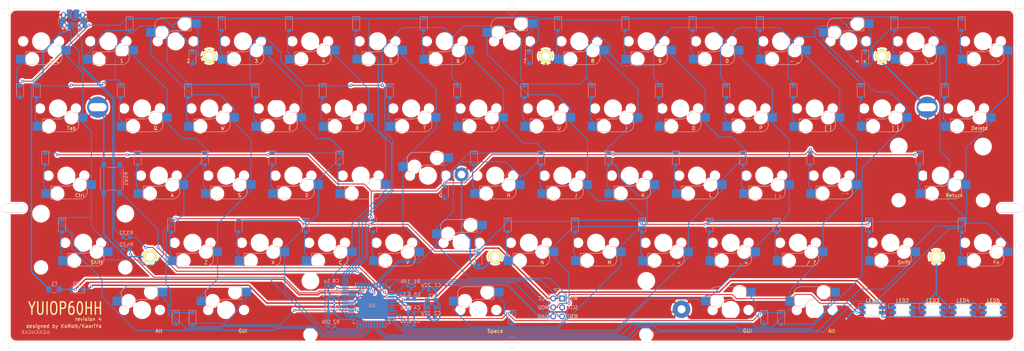
<source format=kicad_pcb>
(kicad_pcb (version 20171130) (host pcbnew "(5.1.9)-1")
  (title_block (title YUIOP60HH) (date 2021-04-22) (rev 4) (company KaoriYa))
  (layers (0 F.Cu signal) (31 B.Cu signal) (34 B.Paste user) (35 F.Paste user) (36 B.SilkS user) (37 F.SilkS user) (38 B.Mask user) (39 F.Mask user) (44 Edge.Cuts user))
  (net 0 "")
  (net 1 GND)
  (net 2 /Controller/XTAL2)
  (net 3 /Controller/XTAL1)
  (net 4 VCC)
  (net 5 "Net-(C8-Pad2)")
  (net 6 /Controller/V_USB)
  (net 7 "Net-(D1-Pad2)")
  (net 8 /ROW_1)
  (net 9 "Net-(D2-Pad2)")
  (net 10 "Net-(D3-Pad2)")
  (net 11 "Net-(D4-Pad2)")
  (net 12 "Net-(D5-Pad2)")
  (net 13 "Net-(D6-Pad2)")
  (net 14 "Net-(D7-Pad2)")
  (net 15 "Net-(D8-Pad2)")
  (net 16 "Net-(D9-Pad2)")
  (net 17 "Net-(D10-Pad2)")
  (net 18 "Net-(D11-Pad2)")
  (net 19 "Net-(D12-Pad2)")
  (net 20 "Net-(D13-Pad2)")
  (net 21 "Net-(D14-Pad2)")
  (net 22 "Net-(D15-Pad2)")
  (net 23 "Net-(D16-Pad2)")
  (net 24 /ROW_2)
  (net 25 "Net-(D17-Pad2)")
  (net 26 "Net-(D18-Pad2)")
  (net 27 "Net-(D19-Pad2)")
  (net 28 "Net-(D20-Pad2)")
  (net 29 "Net-(D21-Pad2)")
  (net 30 "Net-(D22-Pad2)")
  (net 31 "Net-(D23-Pad2)")
  (net 32 "Net-(D24-Pad2)")
  (net 33 "Net-(D25-Pad2)")
  (net 34 "Net-(D26-Pad2)")
  (net 35 "Net-(D27-Pad2)")
  (net 36 "Net-(D28-Pad2)")
  (net 37 "Net-(D29-Pad2)")
  (net 38 "Net-(D30-Pad2)")
  (net 39 /ROW_3)
  (net 40 "Net-(D31-Pad2)")
  (net 41 "Net-(D32-Pad2)")
  (net 42 "Net-(D33-Pad2)")
  (net 43 "Net-(D34-Pad2)")
  (net 44 "Net-(D35-Pad2)")
  (net 45 "Net-(D36-Pad2)")
  (net 46 "Net-(D37-Pad2)")
  (net 47 "Net-(D38-Pad2)")
  (net 48 "Net-(D39-Pad2)")
  (net 49 "Net-(D40-Pad2)")
  (net 50 "Net-(D41-Pad2)")
  (net 51 "Net-(D42-Pad2)")
  (net 52 "Net-(D43-Pad2)")
  (net 53 /ROW_4)
  (net 54 "Net-(D44-Pad2)")
  (net 55 "Net-(D45-Pad2)")
  (net 56 "Net-(D46-Pad2)")
  (net 57 "Net-(D47-Pad2)")
  (net 58 "Net-(D48-Pad2)")
  (net 59 "Net-(D49-Pad2)")
  (net 60 "Net-(D50-Pad2)")
  (net 61 "Net-(D51-Pad2)")
  (net 62 "Net-(D52-Pad2)")
  (net 63 "Net-(D53-Pad2)")
  (net 64 "Net-(D54-Pad2)")
  (net 65 "Net-(D55-Pad2)")
  (net 66 "Net-(D56-Pad2)")
  (net 67 /ROW_5)
  (net 68 "Net-(D57-Pad2)")
  (net 69 "Net-(D58-Pad2)")
  (net 70 "Net-(D59-Pad2)")
  (net 71 "Net-(D60-Pad2)")
  (net 72 /RESET)
  (net 73 /COL_01)
  (net 74 /COL_02)
  (net 75 /COL_03)
  (net 76 /COL_04)
  (net 77 /COL_05)
  (net 78 /COL_06)
  (net 79 /COL_07)
  (net 80 /COL_08)
  (net 81 /COL_09)
  (net 82 /COL_10)
  (net 83 /COL_11)
  (net 84 /COL_12)
  (net 85 /COL_13)
  (net 86 /COL_14)
  (net 87 /COL_15)
  (net 88 /LED_DATA)
  (net 89 "Net-(R2-Pad2)")
  (net 90 /Controller/D+)
  (net 91 /Controller/D-)
  (net 92 "Net-(J1-Pad4)")
  (net 93 "/LED Array/DOUT")
  (net 94 "Net-(U1-Pad42)")
  (net 95 /Controller/P41_F0)
  (net 96 "Net-(LED1-Pad2)")
  (net 97 "Net-(LED2-Pad2)")
  (net 98 "Net-(LED3-Pad2)")
  (net 99 "Net-(LED4-Pad2)")
  (net 100 /Controller/P01_E6)
  (net 101 /Controller/P12_B7)
  (net 102 /Controller/P18_D0)
  (net 103 /USB_VBUS)
  (net 104 /USB_D+)
  (net 105 /USB_D-)
  (module Connector_USB:USB_Micro-B_Amphenol_10103594-0001LF_Horizontal (layer B.Cu) (at 88.2 102.835)
    (fp_text reference J1 (at 1.925 3.365) (layer B.SilkS) (effects (justify mirror)))
    (fp_text value USB_B_Micro)
    (pad 6 smd rect (at 0.935 -1.385 270) (size 2.5 1.43) (layers B.Cu B.Paste B.Mask) (net 1 GND))
    (pad 6 smd rect (at -0.985 -1.385 270) (size 2.5 1.43) (layers B.Cu B.Paste B.Mask) (net 1 GND))
    (pad 6 thru_hole oval (at 2.705 -1.115 270) (size 1.7 1.35) (drill oval 1.2 0.7) (layers *.Cu *.Mask) (net 1 GND))
    (pad 6 thru_hole oval (at -2.755 -1.115 270) (size 1.7 1.35) (drill oval 1.2 0.7) (layers *.Cu *.Mask) (net 1 GND))
    (pad 6 thru_hole oval (at 2.395 1.885 270) (size 1.5 1.1) (drill oval 1.05 0.65) (layers *.Cu *.Mask) (net 1 GND))
    (pad 6 thru_hole oval (at -2.445 1.885 270) (size 1.5 1.1) (drill oval 1.05 0.65) (layers *.Cu *.Mask) (net 1 GND))
    (pad 5 smd rect (at 1.275 1.765 270) (size 1.65 0.4) (layers B.Cu B.Paste B.Mask) (net 1 GND))
    (pad 4 smd rect (at 0.625 1.765 270) (size 1.65 0.4) (layers B.Cu B.Paste B.Mask) (net 92 "Net-(J1-Pad4)"))
    (pad 3 smd rect (at -0.025 1.765 270) (size 1.65 0.4) (layers B.Cu B.Paste B.Mask) (net 104 /USB_D+))
    (pad 2 smd rect (at -0.675 1.765 270) (size 1.65 0.4) (layers B.Cu B.Paste B.Mask) (net 105 /USB_D-))
    (pad 1 smd rect (at -1.325 1.765 270) (size 1.65 0.4) (layers B.Cu B.Paste B.Mask) (net 103 /USB_VBUS))
    (pad 6 smd rect (at 2.875 1.885) (size 2 1.5) (layers B.Cu B.Paste B.Mask) (net 1 GND))
    (pad 6 smd rect (at -2.875 1.865) (size 2 1.5) (layers B.Cu B.Paste B.Mask) (net 1 GND))
    (pad 6 smd rect (at 2.975 0.565) (size 1.825 0.7) (layers B.Cu B.Paste B.Mask) (net 1 GND))
    (pad 6 smd rect (at -2.975 0.565) (size 1.825 0.7) (layers B.Cu B.Paste B.Mask) (net 1 GND))
    (pad 6 smd rect (at -2.755 -0.185) (size 1.35 2) (layers B.Cu B.Paste B.Mask) (net 1 GND))
    (pad 6 smd rect (at 2.725 -0.185) (size 1.35 2) (layers B.Cu B.Paste B.Mask) (net 1 GND))
  )
  (module yuiop:Cherry_MX_Hotswap_1.0u (layer F.Cu) (at 298.225 185.41 180)
    (fp_text reference KSW60 hide)
    (fp_text value Alt (at -4.76288 -5.95347 180) (layer F.SilkS))
    (pad 2 smd rect (at -5.842 5.08 180) (size 2.55 2.5) (layers B.Cu B.Paste B.Mask) (net 71 "Net-(D60-Pad2)"))
    (pad "" np_thru_hole circle (at 5.08 0) (size 1.9 1.9) (drill 1.9) (layers *.Cu *.Mask))
    (pad "" np_thru_hole circle (at -5.08 0) (size 1.9 1.9) (drill 1.9) (layers *.Cu *.Mask))
    (pad "" np_thru_hole circle (at 0 0 90) (size 4.1 4.1) (drill 4.1) (layers *.Cu *.Mask))
    (pad 1 smd rect (at 7.085 2.54 180) (size 2.55 2.5) (layers B.Cu B.Paste B.Mask) (net 84 /COL_12))
    (pad "" np_thru_hole circle (at -2.54 5.08) (size 3 3) (drill 3) (layers *.Cu *.Mask))
    (pad "" np_thru_hole circle (at 3.81 2.54) (size 3 3) (drill 3) (layers *.Cu *.Mask))
  )
  (module yuiop:Cherry_MX_Hotswap_1.0u (layer F.Cu) (at 274.413 185.41 180)
    (fp_text reference KSW59 hide)
    (fp_text value GUI (at -4.76228 -5.95347 180) (layer F.SilkS))
    (pad 2 smd rect (at -5.842 5.08 180) (size 2.55 2.5) (layers B.Cu B.Paste B.Mask) (net 70 "Net-(D59-Pad2)"))
    (pad "" np_thru_hole circle (at 5.08 0) (size 1.9 1.9) (drill 1.9) (layers *.Cu *.Mask))
    (pad "" np_thru_hole circle (at -5.08 0) (size 1.9 1.9) (drill 1.9) (layers *.Cu *.Mask))
    (pad "" np_thru_hole circle (at 0 0 90) (size 4.1 4.1) (drill 4.1) (layers *.Cu *.Mask))
    (pad 1 smd rect (at 7.085 2.54 180) (size 2.55 2.5) (layers B.Cu B.Paste B.Mask) (net 83 /COL_11))
    (pad "" np_thru_hole circle (at -2.54 5.08) (size 3 3) (drill 3) (layers *.Cu *.Mask))
    (pad "" np_thru_hole circle (at 3.81 2.54) (size 3 3) (drill 3) (layers *.Cu *.Mask))
  )
  (module yuiop:Cherry_MX_Hotswap_1.0u (layer F.Cu) (at 202.975 185.41 180)
    (fp_text reference KSW58 hide)
    (fp_text value Space (at -4.76248 -5.95347 180) (layer F.SilkS))
    (pad 2 smd rect (at -5.842 5.08 180) (size 2.55 2.5) (layers B.Cu B.Paste B.Mask) (net 69 "Net-(D58-Pad2)"))
    (pad "" np_thru_hole circle (at 5.08 0) (size 1.9 1.9) (drill 1.9) (layers *.Cu *.Mask))
    (pad "" np_thru_hole circle (at -5.08 0) (size 1.9 1.9) (drill 1.9) (layers *.Cu *.Mask))
    (pad "" np_thru_hole circle (at 0 0 90) (size 4.1 4.1) (drill 4.1) (layers *.Cu *.Mask))
    (pad 1 smd rect (at 7.085 2.54 180) (size 2.55 2.5) (layers B.Cu B.Paste B.Mask) (net 79 /COL_07))
    (pad "" np_thru_hole circle (at -2.54 5.08) (size 3 3) (drill 3) (layers *.Cu *.Mask))
    (pad "" np_thru_hole circle (at 3.81 2.54) (size 3 3) (drill 3) (layers *.Cu *.Mask))
  )
  (module yuiop:Cherry_MX_Hotswap_1.0u (layer F.Cu) (at 131.537 185.41 180)
    (fp_text reference KSW57 hide)
    (fp_text value GUI (at -4.76268 -5.95347 180) (layer F.SilkS))
    (pad 2 smd rect (at -5.842 5.08 180) (size 2.55 2.5) (layers B.Cu B.Paste B.Mask) (net 68 "Net-(D57-Pad2)"))
    (pad "" np_thru_hole circle (at 5.08 0) (size 1.9 1.9) (drill 1.9) (layers *.Cu *.Mask))
    (pad "" np_thru_hole circle (at -5.08 0) (size 1.9 1.9) (drill 1.9) (layers *.Cu *.Mask))
    (pad "" np_thru_hole circle (at 0 0 90) (size 4.1 4.1) (drill 4.1) (layers *.Cu *.Mask))
    (pad 1 smd rect (at 7.085 2.54 180) (size 2.55 2.5) (layers B.Cu B.Paste B.Mask) (net 75 /COL_03))
    (pad "" np_thru_hole circle (at -2.54 5.08) (size 3 3) (drill 3) (layers *.Cu *.Mask))
    (pad "" np_thru_hole circle (at 3.81 2.54) (size 3 3) (drill 3) (layers *.Cu *.Mask))
  )
  (module yuiop:Cherry_MX_Hotswap_1.0u (layer F.Cu) (at 107.725 185.41 180)
    (fp_text reference KSW56 hide)
    (fp_text value Alt (at -4.76208 -5.95347 180) (layer F.SilkS))
    (pad 2 smd rect (at -5.842 5.08 180) (size 2.55 2.5) (layers B.Cu B.Paste B.Mask) (net 66 "Net-(D56-Pad2)"))
    (pad "" np_thru_hole circle (at 5.08 0) (size 1.9 1.9) (drill 1.9) (layers *.Cu *.Mask))
    (pad "" np_thru_hole circle (at -5.08 0) (size 1.9 1.9) (drill 1.9) (layers *.Cu *.Mask))
    (pad "" np_thru_hole circle (at 0 0 90) (size 4.1 4.1) (drill 4.1) (layers *.Cu *.Mask))
    (pad 1 smd rect (at 7.085 2.54 180) (size 2.55 2.5) (layers B.Cu B.Paste B.Mask) (net 74 /COL_02))
    (pad "" np_thru_hole circle (at -2.54 5.08) (size 3 3) (drill 3) (layers *.Cu *.Mask))
    (pad "" np_thru_hole circle (at 3.81 2.54) (size 3 3) (drill 3) (layers *.Cu *.Mask))
  )
  (module yuiop:Cherry_MX_Hotswap_1.0u (layer F.Cu) (at 345.85 166.36)
    (fp_text reference KSW55 hide)
    (fp_text value Fn (at 3.8 5.6 180) (layer F.SilkS))
    (pad 2 smd rect (at -5.842 5.08) (size 2.55 2.5) (layers B.Cu B.Paste B.Mask) (net 65 "Net-(D55-Pad2)"))
    (pad "" np_thru_hole circle (at 5.08 0 180) (size 1.9 1.9) (drill 1.9) (layers *.Cu *.Mask))
    (pad "" np_thru_hole circle (at -5.08 0 180) (size 1.9 1.9) (drill 1.9) (layers *.Cu *.Mask))
    (pad "" np_thru_hole circle (at 0 0 270) (size 4.1 4.1) (drill 4.1) (layers *.Cu *.Mask))
    (pad 1 smd rect (at 7.085 2.54) (size 2.55 2.5) (layers B.Cu B.Paste B.Mask) (net 87 /COL_15))
    (pad "" np_thru_hole circle (at -2.54 5.08 180) (size 3 3) (drill 3) (layers *.Cu *.Mask))
    (pad "" np_thru_hole circle (at 3.81 2.54 180) (size 3 3) (drill 3) (layers *.Cu *.Mask))
  )
  (module yuiop:Cherry_MX_Hotswap_1.0u (layer F.Cu) (at 319.656 166.36)
    (fp_text reference KSW54 hide)
    (fp_text value Shift (at 3.8 5.6 180) (layer F.SilkS))
    (pad 2 smd rect (at -5.842 5.08) (size 2.55 2.5) (layers B.Cu B.Paste B.Mask) (net 64 "Net-(D54-Pad2)"))
    (pad "" np_thru_hole circle (at 5.08 0 180) (size 1.9 1.9) (drill 1.9) (layers *.Cu *.Mask))
    (pad "" np_thru_hole circle (at -5.08 0 180) (size 1.9 1.9) (drill 1.9) (layers *.Cu *.Mask))
    (pad "" np_thru_hole circle (at 0 0 270) (size 4.1 4.1) (drill 4.1) (layers *.Cu *.Mask))
    (pad 1 smd rect (at 7.085 2.54) (size 2.55 2.5) (layers B.Cu B.Paste B.Mask) (net 86 /COL_14))
    (pad "" np_thru_hole circle (at -2.54 5.08 180) (size 3 3) (drill 3) (layers *.Cu *.Mask))
    (pad "" np_thru_hole circle (at 3.81 2.54 180) (size 3 3) (drill 3) (layers *.Cu *.Mask))
  )
  (module yuiop:Cherry_MX_Hotswap_1.0u (layer F.Cu) (at 293.463 166.36)
    (fp_text reference KSW53 hide)
    (fp_text value "/ ?" (at 3.8 5.6 180) (layer F.SilkS))
    (pad 2 smd rect (at -5.842 5.08) (size 2.55 2.5) (layers B.Cu B.Paste B.Mask) (net 63 "Net-(D53-Pad2)"))
    (pad "" np_thru_hole circle (at 5.08 0 180) (size 1.9 1.9) (drill 1.9) (layers *.Cu *.Mask))
    (pad "" np_thru_hole circle (at -5.08 0 180) (size 1.9 1.9) (drill 1.9) (layers *.Cu *.Mask))
    (pad "" np_thru_hole circle (at 0 0 270) (size 4.1 4.1) (drill 4.1) (layers *.Cu *.Mask))
    (pad 1 smd rect (at 7.085 2.54) (size 2.55 2.5) (layers B.Cu B.Paste B.Mask) (net 84 /COL_12))
    (pad "" np_thru_hole circle (at -2.54 5.08 180) (size 3 3) (drill 3) (layers *.Cu *.Mask))
    (pad "" np_thru_hole circle (at 3.81 2.54 180) (size 3 3) (drill 3) (layers *.Cu *.Mask))
  )
  (module yuiop:Cherry_MX_Hotswap_1.0u (layer F.Cu) (at 274.413 166.36)
    (fp_text reference KSW52 hide)
    (fp_text value ". >" (at 3.8 5.6 180) (layer F.SilkS))
    (pad 2 smd rect (at -5.842 5.08) (size 2.55 2.5) (layers B.Cu B.Paste B.Mask) (net 62 "Net-(D52-Pad2)"))
    (pad "" np_thru_hole circle (at 5.08 0 180) (size 1.9 1.9) (drill 1.9) (layers *.Cu *.Mask))
    (pad "" np_thru_hole circle (at -5.08 0 180) (size 1.9 1.9) (drill 1.9) (layers *.Cu *.Mask))
    (pad "" np_thru_hole circle (at 0 0 270) (size 4.1 4.1) (drill 4.1) (layers *.Cu *.Mask))
    (pad 1 smd rect (at 7.085 2.54) (size 2.55 2.5) (layers B.Cu B.Paste B.Mask) (net 83 /COL_11))
    (pad "" np_thru_hole circle (at -2.54 5.08 180) (size 3 3) (drill 3) (layers *.Cu *.Mask))
    (pad "" np_thru_hole circle (at 3.81 2.54 180) (size 3 3) (drill 3) (layers *.Cu *.Mask))
  )
  (module yuiop:Cherry_MX_Hotswap_1.0u (layer F.Cu) (at 255.363 166.36)
    (fp_text reference KSW51 hide)
    (fp_text value ", <" (at 3.8 5.6 180) (layer F.SilkS))
    (pad 2 smd rect (at -5.842 5.08) (size 2.55 2.5) (layers B.Cu B.Paste B.Mask) (net 61 "Net-(D51-Pad2)"))
    (pad "" np_thru_hole circle (at 5.08 0 180) (size 1.9 1.9) (drill 1.9) (layers *.Cu *.Mask))
    (pad "" np_thru_hole circle (at -5.08 0 180) (size 1.9 1.9) (drill 1.9) (layers *.Cu *.Mask))
    (pad "" np_thru_hole circle (at 0 0 270) (size 4.1 4.1) (drill 4.1) (layers *.Cu *.Mask))
    (pad 1 smd rect (at 7.085 2.54) (size 2.55 2.5) (layers B.Cu B.Paste B.Mask) (net 82 /COL_10))
    (pad "" np_thru_hole circle (at -2.54 5.08 180) (size 3 3) (drill 3) (layers *.Cu *.Mask))
    (pad "" np_thru_hole circle (at 3.81 2.54 180) (size 3 3) (drill 3) (layers *.Cu *.Mask))
  )
  (module yuiop:Cherry_MX_Hotswap_1.0u (layer F.Cu) (at 236.313 166.36)
    (fp_text reference KSW50 hide)
    (fp_text value M (at 3.8 5.6 180) (layer F.SilkS))
    (pad 2 smd rect (at -5.842 5.08) (size 2.55 2.5) (layers B.Cu B.Paste B.Mask) (net 60 "Net-(D50-Pad2)"))
    (pad "" np_thru_hole circle (at 5.08 0 180) (size 1.9 1.9) (drill 1.9) (layers *.Cu *.Mask))
    (pad "" np_thru_hole circle (at -5.08 0 180) (size 1.9 1.9) (drill 1.9) (layers *.Cu *.Mask))
    (pad "" np_thru_hole circle (at 0 0 270) (size 4.1 4.1) (drill 4.1) (layers *.Cu *.Mask))
    (pad 1 smd rect (at 7.085 2.54) (size 2.55 2.5) (layers B.Cu B.Paste B.Mask) (net 81 /COL_09))
    (pad "" np_thru_hole circle (at -2.54 5.08 180) (size 3 3) (drill 3) (layers *.Cu *.Mask))
    (pad "" np_thru_hole circle (at 3.81 2.54 180) (size 3 3) (drill 3) (layers *.Cu *.Mask))
  )
  (module yuiop:Cherry_MX_Hotswap_1.0u (layer F.Cu) (at 217.263 166.36)
    (fp_text reference KSW49 hide)
    (fp_text value N (at 3.8 5.6 180) (layer F.SilkS))
    (pad 2 smd rect (at -5.842 5.08) (size 2.55 2.5) (layers B.Cu B.Paste B.Mask) (net 59 "Net-(D49-Pad2)"))
    (pad "" np_thru_hole circle (at 5.08 0 180) (size 1.9 1.9) (drill 1.9) (layers *.Cu *.Mask))
    (pad "" np_thru_hole circle (at -5.08 0 180) (size 1.9 1.9) (drill 1.9) (layers *.Cu *.Mask))
    (pad "" np_thru_hole circle (at 0 0 270) (size 4.1 4.1) (drill 4.1) (layers *.Cu *.Mask))
    (pad 1 smd rect (at 7.085 2.54) (size 2.55 2.5) (layers B.Cu B.Paste B.Mask) (net 80 /COL_08))
    (pad "" np_thru_hole circle (at -2.54 5.08 180) (size 3 3) (drill 3) (layers *.Cu *.Mask))
    (pad "" np_thru_hole circle (at 3.81 2.54 180) (size 3 3) (drill 3) (layers *.Cu *.Mask))
  )
  (module yuiop:Cherry_MX_Hotswap_1.0u (layer F.Cu) (at 198.213 166.36 180)
    (fp_text reference KSW48 hide)
    (fp_text value B (at -3.57133 -5.6 180) (layer F.SilkS))
    (pad 2 smd rect (at -5.842 5.08 180) (size 2.55 2.5) (layers B.Cu B.Paste B.Mask) (net 58 "Net-(D48-Pad2)"))
    (pad "" np_thru_hole circle (at 5.08 0) (size 1.9 1.9) (drill 1.9) (layers *.Cu *.Mask))
    (pad "" np_thru_hole circle (at -5.08 0) (size 1.9 1.9) (drill 1.9) (layers *.Cu *.Mask))
    (pad "" np_thru_hole circle (at 0 0 90) (size 4.1 4.1) (drill 4.1) (layers *.Cu *.Mask))
    (pad 1 smd rect (at 7.085 2.54 180) (size 2.55 2.5) (layers B.Cu B.Paste B.Mask) (net 79 /COL_07))
    (pad "" np_thru_hole circle (at -2.54 5.08) (size 3 3) (drill 3) (layers *.Cu *.Mask))
    (pad "" np_thru_hole circle (at 3.81 2.54) (size 3 3) (drill 3) (layers *.Cu *.Mask))
  )
  (module yuiop:Cherry_MX_Hotswap_1.0u (layer F.Cu) (at 179.163 166.36)
    (fp_text reference KSW47 hide)
    (fp_text value V (at 3.8 5.6 180) (layer F.SilkS))
    (pad 2 smd rect (at -5.842 5.08) (size 2.55 2.5) (layers B.Cu B.Paste B.Mask) (net 57 "Net-(D47-Pad2)"))
    (pad "" np_thru_hole circle (at 5.08 0 180) (size 1.9 1.9) (drill 1.9) (layers *.Cu *.Mask))
    (pad "" np_thru_hole circle (at -5.08 0 180) (size 1.9 1.9) (drill 1.9) (layers *.Cu *.Mask))
    (pad "" np_thru_hole circle (at 0 0 270) (size 4.1 4.1) (drill 4.1) (layers *.Cu *.Mask))
    (pad 1 smd rect (at 7.085 2.54) (size 2.55 2.5) (layers B.Cu B.Paste B.Mask) (net 78 /COL_06))
    (pad "" np_thru_hole circle (at -2.54 5.08 180) (size 3 3) (drill 3) (layers *.Cu *.Mask))
    (pad "" np_thru_hole circle (at 3.81 2.54 180) (size 3 3) (drill 3) (layers *.Cu *.Mask))
  )
  (module yuiop:Cherry_MX_Hotswap_1.0u (layer F.Cu) (at 160.113 166.36)
    (fp_text reference KSW46 hide)
    (fp_text value C (at 3.8 5.6 180) (layer F.SilkS))
    (pad 2 smd rect (at -5.842 5.08) (size 2.55 2.5) (layers B.Cu B.Paste B.Mask) (net 56 "Net-(D46-Pad2)"))
    (pad "" np_thru_hole circle (at 5.08 0 180) (size 1.9 1.9) (drill 1.9) (layers *.Cu *.Mask))
    (pad "" np_thru_hole circle (at -5.08 0 180) (size 1.9 1.9) (drill 1.9) (layers *.Cu *.Mask))
    (pad "" np_thru_hole circle (at 0 0 270) (size 4.1 4.1) (drill 4.1) (layers *.Cu *.Mask))
    (pad 1 smd rect (at 7.085 2.54) (size 2.55 2.5) (layers B.Cu B.Paste B.Mask) (net 77 /COL_05))
    (pad "" np_thru_hole circle (at -2.54 5.08 180) (size 3 3) (drill 3) (layers *.Cu *.Mask))
    (pad "" np_thru_hole circle (at 3.81 2.54 180) (size 3 3) (drill 3) (layers *.Cu *.Mask))
  )
  (module yuiop:Cherry_MX_Hotswap_1.0u (layer F.Cu) (at 141.063 166.36)
    (fp_text reference KSW45 hide)
    (fp_text value X (at 3.8 5.6 180) (layer F.SilkS))
    (pad 2 smd rect (at -5.842 5.08) (size 2.55 2.5) (layers B.Cu B.Paste B.Mask) (net 55 "Net-(D45-Pad2)"))
    (pad "" np_thru_hole circle (at 5.08 0 180) (size 1.9 1.9) (drill 1.9) (layers *.Cu *.Mask))
    (pad "" np_thru_hole circle (at -5.08 0 180) (size 1.9 1.9) (drill 1.9) (layers *.Cu *.Mask))
    (pad "" np_thru_hole circle (at 0 0 270) (size 4.1 4.1) (drill 4.1) (layers *.Cu *.Mask))
    (pad 1 smd rect (at 7.085 2.54) (size 2.55 2.5) (layers B.Cu B.Paste B.Mask) (net 76 /COL_04))
    (pad "" np_thru_hole circle (at -2.54 5.08 180) (size 3 3) (drill 3) (layers *.Cu *.Mask))
    (pad "" np_thru_hole circle (at 3.81 2.54 180) (size 3 3) (drill 3) (layers *.Cu *.Mask))
  )
  (module yuiop:Cherry_MX_Hotswap_1.0u (layer F.Cu) (at 122.013 166.36)
    (fp_text reference KSW44 hide)
    (fp_text value Z (at 3.8 5.6 180) (layer F.SilkS))
    (pad 2 smd rect (at -5.842 5.08) (size 2.55 2.5) (layers B.Cu B.Paste B.Mask) (net 54 "Net-(D44-Pad2)"))
    (pad "" np_thru_hole circle (at 5.08 0 180) (size 1.9 1.9) (drill 1.9) (layers *.Cu *.Mask))
    (pad "" np_thru_hole circle (at -5.08 0 180) (size 1.9 1.9) (drill 1.9) (layers *.Cu *.Mask))
    (pad "" np_thru_hole circle (at 0 0 270) (size 4.1 4.1) (drill 4.1) (layers *.Cu *.Mask))
    (pad 1 smd rect (at 7.085 2.54) (size 2.55 2.5) (layers B.Cu B.Paste B.Mask) (net 75 /COL_03))
    (pad "" np_thru_hole circle (at -2.54 5.08 180) (size 3 3) (drill 3) (layers *.Cu *.Mask))
    (pad "" np_thru_hole circle (at 3.81 2.54 180) (size 3 3) (drill 3) (layers *.Cu *.Mask))
  )
  (module yuiop:Cherry_MX_Hotswap_1.0u (layer F.Cu) (at 91.0562 166.36)
    (fp_text reference KSW43 hide)
    (fp_text value Shift (at 3.8 5.6 180) (layer F.SilkS))
    (pad 2 smd rect (at -5.842 5.08) (size 2.55 2.5) (layers B.Cu B.Paste B.Mask) (net 52 "Net-(D43-Pad2)"))
    (pad "" np_thru_hole circle (at 5.08 0 180) (size 1.9 1.9) (drill 1.9) (layers *.Cu *.Mask))
    (pad "" np_thru_hole circle (at -5.08 0 180) (size 1.9 1.9) (drill 1.9) (layers *.Cu *.Mask))
    (pad "" np_thru_hole circle (at 0 0 270) (size 4.1 4.1) (drill 4.1) (layers *.Cu *.Mask))
    (pad 1 smd rect (at 7.085 2.54) (size 2.55 2.5) (layers B.Cu B.Paste B.Mask) (net 73 /COL_01))
    (pad "" np_thru_hole circle (at -2.54 5.08 180) (size 3 3) (drill 3) (layers *.Cu *.Mask))
    (pad "" np_thru_hole circle (at 3.81 2.54 180) (size 3 3) (drill 3) (layers *.Cu *.Mask))
  )
  (module yuiop:Cherry_MX_Hotswap_1.0u (layer F.Cu) (at 333.944 147.31)
    (fp_text reference KSW42 hide)
    (fp_text value Return (at 3.8 5.6 180) (layer F.SilkS))
    (pad 2 smd rect (at -5.842 5.08) (size 2.55 2.5) (layers B.Cu B.Paste B.Mask) (net 51 "Net-(D42-Pad2)"))
    (pad "" np_thru_hole circle (at 5.08 0 180) (size 1.9 1.9) (drill 1.9) (layers *.Cu *.Mask))
    (pad "" np_thru_hole circle (at -5.08 0 180) (size 1.9 1.9) (drill 1.9) (layers *.Cu *.Mask))
    (pad "" np_thru_hole circle (at 0 0 270) (size 4.1 4.1) (drill 4.1) (layers *.Cu *.Mask))
    (pad 1 smd rect (at 7.085 2.54) (size 2.55 2.5) (layers B.Cu B.Paste B.Mask) (net 87 /COL_15))
    (pad "" np_thru_hole circle (at -2.54 5.08 180) (size 3 3) (drill 3) (layers *.Cu *.Mask))
    (pad "" np_thru_hole circle (at 3.81 2.54 180) (size 3 3) (drill 3) (layers *.Cu *.Mask))
  )
  (module yuiop:Cherry_MX_Hotswap_1.0u (layer F.Cu) (at 302.987 147.31)
    (fp_text reference KSW41 hide)
    (fp_text value "' \"" (at 3.8 5.6 180) (layer F.SilkS))
    (pad 2 smd rect (at -5.842 5.08) (size 2.55 2.5) (layers B.Cu B.Paste B.Mask) (net 50 "Net-(D41-Pad2)"))
    (pad "" np_thru_hole circle (at 5.08 0 180) (size 1.9 1.9) (drill 1.9) (layers *.Cu *.Mask))
    (pad "" np_thru_hole circle (at -5.08 0 180) (size 1.9 1.9) (drill 1.9) (layers *.Cu *.Mask))
    (pad "" np_thru_hole circle (at 0 0 270) (size 4.1 4.1) (drill 4.1) (layers *.Cu *.Mask))
    (pad 1 smd rect (at 7.085 2.54) (size 2.55 2.5) (layers B.Cu B.Paste B.Mask) (net 84 /COL_12))
    (pad "" np_thru_hole circle (at -2.54 5.08 180) (size 3 3) (drill 3) (layers *.Cu *.Mask))
    (pad "" np_thru_hole circle (at 3.81 2.54 180) (size 3 3) (drill 3) (layers *.Cu *.Mask))
  )
  (module yuiop:Cherry_MX_Hotswap_1.0u (layer F.Cu) (at 283.937 147.31)
    (fp_text reference KSW40 hide)
    (fp_text value "; :" (at 3.8 5.6 180) (layer F.SilkS))
    (pad 2 smd rect (at -5.842 5.08) (size 2.55 2.5) (layers B.Cu B.Paste B.Mask) (net 49 "Net-(D40-Pad2)"))
    (pad "" np_thru_hole circle (at 5.08 0 180) (size 1.9 1.9) (drill 1.9) (layers *.Cu *.Mask))
    (pad "" np_thru_hole circle (at -5.08 0 180) (size 1.9 1.9) (drill 1.9) (layers *.Cu *.Mask))
    (pad "" np_thru_hole circle (at 0 0 270) (size 4.1 4.1) (drill 4.1) (layers *.Cu *.Mask))
    (pad 1 smd rect (at 7.085 2.54) (size 2.55 2.5) (layers B.Cu B.Paste B.Mask) (net 83 /COL_11))
    (pad "" np_thru_hole circle (at -2.54 5.08 180) (size 3 3) (drill 3) (layers *.Cu *.Mask))
    (pad "" np_thru_hole circle (at 3.81 2.54 180) (size 3 3) (drill 3) (layers *.Cu *.Mask))
  )
  (module yuiop:Cherry_MX_Hotswap_1.0u (layer F.Cu) (at 264.887 147.31)
    (fp_text reference KSW39 hide)
    (fp_text value L (at 3.8 5.6 180) (layer F.SilkS))
    (pad 2 smd rect (at -5.842 5.08) (size 2.55 2.5) (layers B.Cu B.Paste B.Mask) (net 48 "Net-(D39-Pad2)"))
    (pad "" np_thru_hole circle (at 5.08 0 180) (size 1.9 1.9) (drill 1.9) (layers *.Cu *.Mask))
    (pad "" np_thru_hole circle (at -5.08 0 180) (size 1.9 1.9) (drill 1.9) (layers *.Cu *.Mask))
    (pad "" np_thru_hole circle (at 0 0 270) (size 4.1 4.1) (drill 4.1) (layers *.Cu *.Mask))
    (pad 1 smd rect (at 7.085 2.54) (size 2.55 2.5) (layers B.Cu B.Paste B.Mask) (net 82 /COL_10))
    (pad "" np_thru_hole circle (at -2.54 5.08 180) (size 3 3) (drill 3) (layers *.Cu *.Mask))
    (pad "" np_thru_hole circle (at 3.81 2.54 180) (size 3 3) (drill 3) (layers *.Cu *.Mask))
  )
  (module yuiop:Cherry_MX_Hotswap_1.0u (layer F.Cu) (at 245.837 147.31)
    (fp_text reference KSW38 hide)
    (fp_text value K (at 3.8 5.6 180) (layer F.SilkS))
    (pad 2 smd rect (at -5.842 5.08) (size 2.55 2.5) (layers B.Cu B.Paste B.Mask) (net 47 "Net-(D38-Pad2)"))
    (pad "" np_thru_hole circle (at 5.08 0 180) (size 1.9 1.9) (drill 1.9) (layers *.Cu *.Mask))
    (pad "" np_thru_hole circle (at -5.08 0 180) (size 1.9 1.9) (drill 1.9) (layers *.Cu *.Mask))
    (pad "" np_thru_hole circle (at 0 0 270) (size 4.1 4.1) (drill 4.1) (layers *.Cu *.Mask))
    (pad 1 smd rect (at 7.085 2.54) (size 2.55 2.5) (layers B.Cu B.Paste B.Mask) (net 81 /COL_09))
    (pad "" np_thru_hole circle (at -2.54 5.08 180) (size 3 3) (drill 3) (layers *.Cu *.Mask))
    (pad "" np_thru_hole circle (at 3.81 2.54 180) (size 3 3) (drill 3) (layers *.Cu *.Mask))
  )
  (module yuiop:Cherry_MX_Hotswap_1.0u (layer F.Cu) (at 226.787 147.31)
    (fp_text reference KSW37 hide)
    (fp_text value J (at 3.8 5.6 180) (layer F.SilkS))
    (pad 2 smd rect (at -5.842 5.08) (size 2.55 2.5) (layers B.Cu B.Paste B.Mask) (net 46 "Net-(D37-Pad2)"))
    (pad "" np_thru_hole circle (at 5.08 0 180) (size 1.9 1.9) (drill 1.9) (layers *.Cu *.Mask))
    (pad "" np_thru_hole circle (at -5.08 0 180) (size 1.9 1.9) (drill 1.9) (layers *.Cu *.Mask))
    (pad "" np_thru_hole circle (at 0 0 270) (size 4.1 4.1) (drill 4.1) (layers *.Cu *.Mask))
    (pad 1 smd rect (at 7.085 2.54) (size 2.55 2.5) (layers B.Cu B.Paste B.Mask) (net 80 /COL_08))
    (pad "" np_thru_hole circle (at -2.54 5.08 180) (size 3 3) (drill 3) (layers *.Cu *.Mask))
    (pad "" np_thru_hole circle (at 3.81 2.54 180) (size 3 3) (drill 3) (layers *.Cu *.Mask))
  )
  (module yuiop:Cherry_MX_Hotswap_1.0u (layer F.Cu) (at 207.737 147.31)
    (fp_text reference KSW36 hide)
    (fp_text value H (at 3.8 5.6 180) (layer F.SilkS))
    (pad 2 smd rect (at -5.842 5.08) (size 2.55 2.5) (layers B.Cu B.Paste B.Mask) (net 45 "Net-(D36-Pad2)"))
    (pad "" np_thru_hole circle (at 5.08 0 180) (size 1.9 1.9) (drill 1.9) (layers *.Cu *.Mask))
    (pad "" np_thru_hole circle (at -5.08 0 180) (size 1.9 1.9) (drill 1.9) (layers *.Cu *.Mask))
    (pad "" np_thru_hole circle (at 0 0 270) (size 4.1 4.1) (drill 4.1) (layers *.Cu *.Mask))
    (pad 1 smd rect (at 7.085 2.54) (size 2.55 2.5) (layers B.Cu B.Paste B.Mask) (net 79 /COL_07))
    (pad "" np_thru_hole circle (at -2.54 5.08 180) (size 3 3) (drill 3) (layers *.Cu *.Mask))
    (pad "" np_thru_hole circle (at 3.81 2.54 180) (size 3 3) (drill 3) (layers *.Cu *.Mask))
  )
  (module yuiop:Cherry_MX_Hotswap_1.0u (layer F.Cu) (at 188.687 147.31 180)
    (fp_text reference KSW35 hide)
    (fp_text value G (at -3.57229 -5.6 180) (layer F.SilkS))
    (pad 2 smd rect (at -5.842 5.08 180) (size 2.55 2.5) (layers B.Cu B.Paste B.Mask) (net 44 "Net-(D35-Pad2)"))
    (pad "" np_thru_hole circle (at 5.08 0) (size 1.9 1.9) (drill 1.9) (layers *.Cu *.Mask))
    (pad "" np_thru_hole circle (at -5.08 0) (size 1.9 1.9) (drill 1.9) (layers *.Cu *.Mask))
    (pad "" np_thru_hole circle (at 0 0 90) (size 4.1 4.1) (drill 4.1) (layers *.Cu *.Mask))
    (pad 1 smd rect (at 7.085 2.54 180) (size 2.55 2.5) (layers B.Cu B.Paste B.Mask) (net 78 /COL_06))
    (pad "" np_thru_hole circle (at -2.54 5.08) (size 3 3) (drill 3) (layers *.Cu *.Mask))
    (pad "" np_thru_hole circle (at 3.81 2.54) (size 3 3) (drill 3) (layers *.Cu *.Mask))
  )
  (module yuiop:Cherry_MX_Hotswap_1.0u (layer F.Cu) (at 169.637 147.31)
    (fp_text reference KSW34 hide)
    (fp_text value F (at 3.8 5.6 180) (layer F.SilkS))
    (pad 2 smd rect (at -5.842 5.08) (size 2.55 2.5) (layers B.Cu B.Paste B.Mask) (net 43 "Net-(D34-Pad2)"))
    (pad "" np_thru_hole circle (at 5.08 0 180) (size 1.9 1.9) (drill 1.9) (layers *.Cu *.Mask))
    (pad "" np_thru_hole circle (at -5.08 0 180) (size 1.9 1.9) (drill 1.9) (layers *.Cu *.Mask))
    (pad "" np_thru_hole circle (at 0 0 270) (size 4.1 4.1) (drill 4.1) (layers *.Cu *.Mask))
    (pad 1 smd rect (at 7.085 2.54) (size 2.55 2.5) (layers B.Cu B.Paste B.Mask) (net 77 /COL_05))
    (pad "" np_thru_hole circle (at -2.54 5.08 180) (size 3 3) (drill 3) (layers *.Cu *.Mask))
    (pad "" np_thru_hole circle (at 3.81 2.54 180) (size 3 3) (drill 3) (layers *.Cu *.Mask))
  )
  (module yuiop:Cherry_MX_Hotswap_1.0u (layer F.Cu) (at 150.587 147.31)
    (fp_text reference KSW33 hide)
    (fp_text value D (at 3.8 5.6 180) (layer F.SilkS))
    (pad 2 smd rect (at -5.842 5.08) (size 2.55 2.5) (layers B.Cu B.Paste B.Mask) (net 42 "Net-(D33-Pad2)"))
    (pad "" np_thru_hole circle (at 5.08 0 180) (size 1.9 1.9) (drill 1.9) (layers *.Cu *.Mask))
    (pad "" np_thru_hole circle (at -5.08 0 180) (size 1.9 1.9) (drill 1.9) (layers *.Cu *.Mask))
    (pad "" np_thru_hole circle (at 0 0 270) (size 4.1 4.1) (drill 4.1) (layers *.Cu *.Mask))
    (pad 1 smd rect (at 7.085 2.54) (size 2.55 2.5) (layers B.Cu B.Paste B.Mask) (net 76 /COL_04))
    (pad "" np_thru_hole circle (at -2.54 5.08 180) (size 3 3) (drill 3) (layers *.Cu *.Mask))
    (pad "" np_thru_hole circle (at 3.81 2.54 180) (size 3 3) (drill 3) (layers *.Cu *.Mask))
  )
  (module yuiop:Cherry_MX_Hotswap_1.0u (layer F.Cu) (at 131.537 147.31)
    (fp_text reference KSW32 hide)
    (fp_text value S (at 3.8 5.6 180) (layer F.SilkS))
    (pad 2 smd rect (at -5.842 5.08) (size 2.55 2.5) (layers B.Cu B.Paste B.Mask) (net 41 "Net-(D32-Pad2)"))
    (pad "" np_thru_hole circle (at 5.08 0 180) (size 1.9 1.9) (drill 1.9) (layers *.Cu *.Mask))
    (pad "" np_thru_hole circle (at -5.08 0 180) (size 1.9 1.9) (drill 1.9) (layers *.Cu *.Mask))
    (pad "" np_thru_hole circle (at 0 0 270) (size 4.1 4.1) (drill 4.1) (layers *.Cu *.Mask))
    (pad 1 smd rect (at 7.085 2.54) (size 2.55 2.5) (layers B.Cu B.Paste B.Mask) (net 75 /COL_03))
    (pad "" np_thru_hole circle (at -2.54 5.08 180) (size 3 3) (drill 3) (layers *.Cu *.Mask))
    (pad "" np_thru_hole circle (at 3.81 2.54 180) (size 3 3) (drill 3) (layers *.Cu *.Mask))
  )
  (module yuiop:Cherry_MX_Hotswap_1.0u (layer F.Cu) (at 112.487 147.31)
    (fp_text reference KSW31 hide)
    (fp_text value A (at 3.8 5.6 180) (layer F.SilkS))
    (pad 2 smd rect (at -5.842 5.08) (size 2.55 2.5) (layers B.Cu B.Paste B.Mask) (net 40 "Net-(D31-Pad2)"))
    (pad "" np_thru_hole circle (at 5.08 0 180) (size 1.9 1.9) (drill 1.9) (layers *.Cu *.Mask))
    (pad "" np_thru_hole circle (at -5.08 0 180) (size 1.9 1.9) (drill 1.9) (layers *.Cu *.Mask))
    (pad "" np_thru_hole circle (at 0 0 270) (size 4.1 4.1) (drill 4.1) (layers *.Cu *.Mask))
    (pad 1 smd rect (at 7.085 2.54) (size 2.55 2.5) (layers B.Cu B.Paste B.Mask) (net 74 /COL_02))
    (pad "" np_thru_hole circle (at -2.54 5.08 180) (size 3 3) (drill 3) (layers *.Cu *.Mask))
    (pad "" np_thru_hole circle (at 3.81 2.54 180) (size 3 3) (drill 3) (layers *.Cu *.Mask))
  )
  (module yuiop:Cherry_MX_Hotswap_1.0u (layer F.Cu) (at 86.2938 147.31)
    (fp_text reference KSW30 hide)
    (fp_text value Ctrl (at 3.8 5.6 180) (layer F.SilkS))
    (pad 2 smd rect (at -5.842 5.08) (size 2.55 2.5) (layers B.Cu B.Paste B.Mask) (net 38 "Net-(D30-Pad2)"))
    (pad "" np_thru_hole circle (at 5.08 0 180) (size 1.9 1.9) (drill 1.9) (layers *.Cu *.Mask))
    (pad "" np_thru_hole circle (at -5.08 0 180) (size 1.9 1.9) (drill 1.9) (layers *.Cu *.Mask))
    (pad "" np_thru_hole circle (at 0 0 270) (size 4.1 4.1) (drill 4.1) (layers *.Cu *.Mask))
    (pad 1 smd rect (at 7.085 2.54) (size 2.55 2.5) (layers B.Cu B.Paste B.Mask) (net 73 /COL_01))
    (pad "" np_thru_hole circle (at -2.54 5.08 180) (size 3 3) (drill 3) (layers *.Cu *.Mask))
    (pad "" np_thru_hole circle (at 3.81 2.54 180) (size 3 3) (drill 3) (layers *.Cu *.Mask))
  )
  (module yuiop:Cherry_MX_Hotswap_1.0u (layer F.Cu) (at 341.087 128.26)
    (fp_text reference KSW29 hide)
    (fp_text value Delete (at 3.8 5.6 180) (layer F.SilkS))
    (pad 2 smd rect (at -5.842 5.08) (size 2.55 2.5) (layers B.Cu B.Paste B.Mask) (net 37 "Net-(D29-Pad2)"))
    (pad "" np_thru_hole circle (at 5.08 0 180) (size 1.9 1.9) (drill 1.9) (layers *.Cu *.Mask))
    (pad "" np_thru_hole circle (at -5.08 0 180) (size 1.9 1.9) (drill 1.9) (layers *.Cu *.Mask))
    (pad "" np_thru_hole circle (at 0 0 270) (size 4.1 4.1) (drill 4.1) (layers *.Cu *.Mask))
    (pad 1 smd rect (at 7.085 2.54) (size 2.55 2.5) (layers B.Cu B.Paste B.Mask) (net 87 /COL_15))
    (pad "" np_thru_hole circle (at -2.54 5.08 180) (size 3 3) (drill 3) (layers *.Cu *.Mask))
    (pad "" np_thru_hole circle (at 3.81 2.54 180) (size 3 3) (drill 3) (layers *.Cu *.Mask))
  )
  (module yuiop:Cherry_MX_Hotswap_1.0u (layer F.Cu) (at 317.275 128.26)
    (fp_text reference KSW28 hide)
    (fp_text value "] }" (at 3.8 5.6 180) (layer F.SilkS))
    (pad 2 smd rect (at -5.842 5.08) (size 2.55 2.5) (layers B.Cu B.Paste B.Mask) (net 36 "Net-(D28-Pad2)"))
    (pad "" np_thru_hole circle (at 5.08 0 180) (size 1.9 1.9) (drill 1.9) (layers *.Cu *.Mask))
    (pad "" np_thru_hole circle (at -5.08 0 180) (size 1.9 1.9) (drill 1.9) (layers *.Cu *.Mask))
    (pad "" np_thru_hole circle (at 0 0 270) (size 4.1 4.1) (drill 4.1) (layers *.Cu *.Mask))
    (pad 1 smd rect (at 7.085 2.54) (size 2.55 2.5) (layers B.Cu B.Paste B.Mask) (net 85 /COL_13))
    (pad "" np_thru_hole circle (at -2.54 5.08 180) (size 3 3) (drill 3) (layers *.Cu *.Mask))
    (pad "" np_thru_hole circle (at 3.81 2.54 180) (size 3 3) (drill 3) (layers *.Cu *.Mask))
  )
  (module yuiop:Cherry_MX_Hotswap_1.0u (layer F.Cu) (at 298.225 128.26)
    (fp_text reference KSW27 hide)
    (fp_text value "[ {" (at 3.8 5.6 180) (layer F.SilkS))
    (pad 2 smd rect (at -5.842 5.08) (size 2.55 2.5) (layers B.Cu B.Paste B.Mask) (net 35 "Net-(D27-Pad2)"))
    (pad "" np_thru_hole circle (at 5.08 0 180) (size 1.9 1.9) (drill 1.9) (layers *.Cu *.Mask))
    (pad "" np_thru_hole circle (at -5.08 0 180) (size 1.9 1.9) (drill 1.9) (layers *.Cu *.Mask))
    (pad "" np_thru_hole circle (at 0 0 270) (size 4.1 4.1) (drill 4.1) (layers *.Cu *.Mask))
    (pad 1 smd rect (at 7.085 2.54) (size 2.55 2.5) (layers B.Cu B.Paste B.Mask) (net 84 /COL_12))
    (pad "" np_thru_hole circle (at -2.54 5.08 180) (size 3 3) (drill 3) (layers *.Cu *.Mask))
    (pad "" np_thru_hole circle (at 3.81 2.54 180) (size 3 3) (drill 3) (layers *.Cu *.Mask))
  )
  (module yuiop:Cherry_MX_Hotswap_1.0u (layer F.Cu) (at 279.175 128.26)
    (fp_text reference KSW26 hide)
    (fp_text value P (at 3.8 5.6 180) (layer F.SilkS))
    (pad 2 smd rect (at -5.842 5.08) (size 2.55 2.5) (layers B.Cu B.Paste B.Mask) (net 34 "Net-(D26-Pad2)"))
    (pad "" np_thru_hole circle (at 5.08 0 180) (size 1.9 1.9) (drill 1.9) (layers *.Cu *.Mask))
    (pad "" np_thru_hole circle (at -5.08 0 180) (size 1.9 1.9) (drill 1.9) (layers *.Cu *.Mask))
    (pad "" np_thru_hole circle (at 0 0 270) (size 4.1 4.1) (drill 4.1) (layers *.Cu *.Mask))
    (pad 1 smd rect (at 7.085 2.54) (size 2.55 2.5) (layers B.Cu B.Paste B.Mask) (net 83 /COL_11))
    (pad "" np_thru_hole circle (at -2.54 5.08 180) (size 3 3) (drill 3) (layers *.Cu *.Mask))
    (pad "" np_thru_hole circle (at 3.81 2.54 180) (size 3 3) (drill 3) (layers *.Cu *.Mask))
  )
  (module yuiop:Cherry_MX_Hotswap_1.0u (layer F.Cu) (at 260.125 128.26)
    (fp_text reference KSW25 hide)
    (fp_text value O (at 3.8 5.6 180) (layer F.SilkS))
    (pad 2 smd rect (at -5.842 5.08) (size 2.55 2.5) (layers B.Cu B.Paste B.Mask) (net 33 "Net-(D25-Pad2)"))
    (pad "" np_thru_hole circle (at 5.08 0 180) (size 1.9 1.9) (drill 1.9) (layers *.Cu *.Mask))
    (pad "" np_thru_hole circle (at -5.08 0 180) (size 1.9 1.9) (drill 1.9) (layers *.Cu *.Mask))
    (pad "" np_thru_hole circle (at 0 0 270) (size 4.1 4.1) (drill 4.1) (layers *.Cu *.Mask))
    (pad 1 smd rect (at 7.085 2.54) (size 2.55 2.5) (layers B.Cu B.Paste B.Mask) (net 82 /COL_10))
    (pad "" np_thru_hole circle (at -2.54 5.08 180) (size 3 3) (drill 3) (layers *.Cu *.Mask))
    (pad "" np_thru_hole circle (at 3.81 2.54 180) (size 3 3) (drill 3) (layers *.Cu *.Mask))
  )
  (module yuiop:Cherry_MX_Hotswap_1.0u (layer F.Cu) (at 241.075 128.26)
    (fp_text reference KSW24 hide)
    (fp_text value I (at 3.8 5.6 180) (layer F.SilkS))
    (pad 2 smd rect (at -5.842 5.08) (size 2.55 2.5) (layers B.Cu B.Paste B.Mask) (net 32 "Net-(D24-Pad2)"))
    (pad "" np_thru_hole circle (at 5.08 0 180) (size 1.9 1.9) (drill 1.9) (layers *.Cu *.Mask))
    (pad "" np_thru_hole circle (at -5.08 0 180) (size 1.9 1.9) (drill 1.9) (layers *.Cu *.Mask))
    (pad "" np_thru_hole circle (at 0 0 270) (size 4.1 4.1) (drill 4.1) (layers *.Cu *.Mask))
    (pad 1 smd rect (at 7.085 2.54) (size 2.55 2.5) (layers B.Cu B.Paste B.Mask) (net 81 /COL_09))
    (pad "" np_thru_hole circle (at -2.54 5.08 180) (size 3 3) (drill 3) (layers *.Cu *.Mask))
    (pad "" np_thru_hole circle (at 3.81 2.54 180) (size 3 3) (drill 3) (layers *.Cu *.Mask))
  )
  (module yuiop:Cherry_MX_Hotswap_1.0u (layer F.Cu) (at 222.025 128.26)
    (fp_text reference KSW23 hide)
    (fp_text value U (at 3.8 5.6 180) (layer F.SilkS))
    (pad 2 smd rect (at -5.842 5.08) (size 2.55 2.5) (layers B.Cu B.Paste B.Mask) (net 31 "Net-(D23-Pad2)"))
    (pad "" np_thru_hole circle (at 5.08 0 180) (size 1.9 1.9) (drill 1.9) (layers *.Cu *.Mask))
    (pad "" np_thru_hole circle (at -5.08 0 180) (size 1.9 1.9) (drill 1.9) (layers *.Cu *.Mask))
    (pad "" np_thru_hole circle (at 0 0 270) (size 4.1 4.1) (drill 4.1) (layers *.Cu *.Mask))
    (pad 1 smd rect (at 7.085 2.54) (size 2.55 2.5) (layers B.Cu B.Paste B.Mask) (net 80 /COL_08))
    (pad "" np_thru_hole circle (at -2.54 5.08 180) (size 3 3) (drill 3) (layers *.Cu *.Mask))
    (pad "" np_thru_hole circle (at 3.81 2.54 180) (size 3 3) (drill 3) (layers *.Cu *.Mask))
  )
  (module yuiop:Cherry_MX_Hotswap_1.0u (layer F.Cu) (at 202.975 128.26)
    (fp_text reference KSW22 hide)
    (fp_text value Y (at 3.8 5.6 180) (layer F.SilkS))
    (pad 2 smd rect (at -5.842 5.08) (size 2.55 2.5) (layers B.Cu B.Paste B.Mask) (net 30 "Net-(D22-Pad2)"))
    (pad "" np_thru_hole circle (at 5.08 0 180) (size 1.9 1.9) (drill 1.9) (layers *.Cu *.Mask))
    (pad "" np_thru_hole circle (at -5.08 0 180) (size 1.9 1.9) (drill 1.9) (layers *.Cu *.Mask))
    (pad "" np_thru_hole circle (at 0 0 270) (size 4.1 4.1) (drill 4.1) (layers *.Cu *.Mask))
    (pad 1 smd rect (at 7.085 2.54) (size 2.55 2.5) (layers B.Cu B.Paste B.Mask) (net 79 /COL_07))
    (pad "" np_thru_hole circle (at -2.54 5.08 180) (size 3 3) (drill 3) (layers *.Cu *.Mask))
    (pad "" np_thru_hole circle (at 3.81 2.54 180) (size 3 3) (drill 3) (layers *.Cu *.Mask))
  )
  (module yuiop:Cherry_MX_Hotswap_1.0u (layer F.Cu) (at 183.925 128.26)
    (fp_text reference KSW21 hide)
    (fp_text value T (at 3.8 5.6 180) (layer F.SilkS))
    (pad 2 smd rect (at -5.842 5.08) (size 2.55 2.5) (layers B.Cu B.Paste B.Mask) (net 29 "Net-(D21-Pad2)"))
    (pad "" np_thru_hole circle (at 5.08 0 180) (size 1.9 1.9) (drill 1.9) (layers *.Cu *.Mask))
    (pad "" np_thru_hole circle (at -5.08 0 180) (size 1.9 1.9) (drill 1.9) (layers *.Cu *.Mask))
    (pad "" np_thru_hole circle (at 0 0 270) (size 4.1 4.1) (drill 4.1) (layers *.Cu *.Mask))
    (pad 1 smd rect (at 7.085 2.54) (size 2.55 2.5) (layers B.Cu B.Paste B.Mask) (net 78 /COL_06))
    (pad "" np_thru_hole circle (at -2.54 5.08 180) (size 3 3) (drill 3) (layers *.Cu *.Mask))
    (pad "" np_thru_hole circle (at 3.81 2.54 180) (size 3 3) (drill 3) (layers *.Cu *.Mask))
  )
  (module yuiop:Cherry_MX_Hotswap_1.0u (layer F.Cu) (at 164.875 128.26)
    (fp_text reference KSW20 hide)
    (fp_text value R (at 3.8 5.6 180) (layer F.SilkS))
    (pad 2 smd rect (at -5.842 5.08) (size 2.55 2.5) (layers B.Cu B.Paste B.Mask) (net 28 "Net-(D20-Pad2)"))
    (pad "" np_thru_hole circle (at 5.08 0 180) (size 1.9 1.9) (drill 1.9) (layers *.Cu *.Mask))
    (pad "" np_thru_hole circle (at -5.08 0 180) (size 1.9 1.9) (drill 1.9) (layers *.Cu *.Mask))
    (pad "" np_thru_hole circle (at 0 0 270) (size 4.1 4.1) (drill 4.1) (layers *.Cu *.Mask))
    (pad 1 smd rect (at 7.085 2.54) (size 2.55 2.5) (layers B.Cu B.Paste B.Mask) (net 77 /COL_05))
    (pad "" np_thru_hole circle (at -2.54 5.08 180) (size 3 3) (drill 3) (layers *.Cu *.Mask))
    (pad "" np_thru_hole circle (at 3.81 2.54 180) (size 3 3) (drill 3) (layers *.Cu *.Mask))
  )
  (module yuiop:Cherry_MX_Hotswap_1.0u (layer F.Cu) (at 145.825 128.26)
    (fp_text reference KSW19 hide)
    (fp_text value E (at 3.8 5.6 180) (layer F.SilkS))
    (pad 2 smd rect (at -5.842 5.08) (size 2.55 2.5) (layers B.Cu B.Paste B.Mask) (net 27 "Net-(D19-Pad2)"))
    (pad "" np_thru_hole circle (at 5.08 0 180) (size 1.9 1.9) (drill 1.9) (layers *.Cu *.Mask))
    (pad "" np_thru_hole circle (at -5.08 0 180) (size 1.9 1.9) (drill 1.9) (layers *.Cu *.Mask))
    (pad "" np_thru_hole circle (at 0 0 270) (size 4.1 4.1) (drill 4.1) (layers *.Cu *.Mask))
    (pad 1 smd rect (at 7.085 2.54) (size 2.55 2.5) (layers B.Cu B.Paste B.Mask) (net 76 /COL_04))
    (pad "" np_thru_hole circle (at -2.54 5.08 180) (size 3 3) (drill 3) (layers *.Cu *.Mask))
    (pad "" np_thru_hole circle (at 3.81 2.54 180) (size 3 3) (drill 3) (layers *.Cu *.Mask))
  )
  (module yuiop:Cherry_MX_Hotswap_1.0u (layer F.Cu) (at 126.775 128.26)
    (fp_text reference KSW18 hide)
    (fp_text value W (at 3.8 5.6 180) (layer F.SilkS))
    (pad 2 smd rect (at -5.842 5.08) (size 2.55 2.5) (layers B.Cu B.Paste B.Mask) (net 26 "Net-(D18-Pad2)"))
    (pad "" np_thru_hole circle (at 5.08 0 180) (size 1.9 1.9) (drill 1.9) (layers *.Cu *.Mask))
    (pad "" np_thru_hole circle (at -5.08 0 180) (size 1.9 1.9) (drill 1.9) (layers *.Cu *.Mask))
    (pad "" np_thru_hole circle (at 0 0 270) (size 4.1 4.1) (drill 4.1) (layers *.Cu *.Mask))
    (pad 1 smd rect (at 7.085 2.54) (size 2.55 2.5) (layers B.Cu B.Paste B.Mask) (net 75 /COL_03))
    (pad "" np_thru_hole circle (at -2.54 5.08 180) (size 3 3) (drill 3) (layers *.Cu *.Mask))
    (pad "" np_thru_hole circle (at 3.81 2.54 180) (size 3 3) (drill 3) (layers *.Cu *.Mask))
  )
  (module yuiop:Cherry_MX_Hotswap_1.0u (layer F.Cu) (at 107.725 128.26)
    (fp_text reference KSW17 hide)
    (fp_text value Q (at 3.8 5.6 180) (layer F.SilkS))
    (pad 2 smd rect (at -5.842 5.08) (size 2.55 2.5) (layers B.Cu B.Paste B.Mask) (net 25 "Net-(D17-Pad2)"))
    (pad "" np_thru_hole circle (at 5.08 0 180) (size 1.9 1.9) (drill 1.9) (layers *.Cu *.Mask))
    (pad "" np_thru_hole circle (at -5.08 0 180) (size 1.9 1.9) (drill 1.9) (layers *.Cu *.Mask))
    (pad "" np_thru_hole circle (at 0 0 270) (size 4.1 4.1) (drill 4.1) (layers *.Cu *.Mask))
    (pad 1 smd rect (at 7.085 2.54) (size 2.55 2.5) (layers B.Cu B.Paste B.Mask) (net 74 /COL_02))
    (pad "" np_thru_hole circle (at -2.54 5.08 180) (size 3 3) (drill 3) (layers *.Cu *.Mask))
    (pad "" np_thru_hole circle (at 3.81 2.54 180) (size 3 3) (drill 3) (layers *.Cu *.Mask))
  )
  (module yuiop:Cherry_MX_Hotswap_1.0u (layer F.Cu) (at 83.9125 128.26)
    (fp_text reference KSW16 hide)
    (fp_text value Tab (at 3.8 5.6 180) (layer F.SilkS))
    (pad 2 smd rect (at -5.842 5.08) (size 2.55 2.5) (layers B.Cu B.Paste B.Mask) (net 23 "Net-(D16-Pad2)"))
    (pad "" np_thru_hole circle (at 5.08 0 180) (size 1.9 1.9) (drill 1.9) (layers *.Cu *.Mask))
    (pad "" np_thru_hole circle (at -5.08 0 180) (size 1.9 1.9) (drill 1.9) (layers *.Cu *.Mask))
    (pad "" np_thru_hole circle (at 0 0 270) (size 4.1 4.1) (drill 4.1) (layers *.Cu *.Mask))
    (pad 1 smd rect (at 7.085 2.54) (size 2.55 2.5) (layers B.Cu B.Paste B.Mask) (net 73 /COL_01))
    (pad "" np_thru_hole circle (at -2.54 5.08 180) (size 3 3) (drill 3) (layers *.Cu *.Mask))
    (pad "" np_thru_hole circle (at 3.81 2.54 180) (size 3 3) (drill 3) (layers *.Cu *.Mask))
  )
  (module yuiop:Cherry_MX_Hotswap_1.0u (layer F.Cu) (at 345.85 109.21)
    (fp_text reference KSW15 hide)
    (fp_text value "` ~~" (at 3.8 5.6 180) (layer F.SilkS))
    (pad 2 smd rect (at -5.842 5.08) (size 2.55 2.5) (layers B.Cu B.Paste B.Mask) (net 22 "Net-(D15-Pad2)"))
    (pad "" np_thru_hole circle (at 5.08 0 180) (size 1.9 1.9) (drill 1.9) (layers *.Cu *.Mask))
    (pad "" np_thru_hole circle (at -5.08 0 180) (size 1.9 1.9) (drill 1.9) (layers *.Cu *.Mask))
    (pad "" np_thru_hole circle (at 0 0 270) (size 4.1 4.1) (drill 4.1) (layers *.Cu *.Mask))
    (pad 1 smd rect (at 7.085 2.54) (size 2.55 2.5) (layers B.Cu B.Paste B.Mask) (net 87 /COL_15))
    (pad "" np_thru_hole circle (at -2.54 5.08 180) (size 3 3) (drill 3) (layers *.Cu *.Mask))
    (pad "" np_thru_hole circle (at 3.81 2.54 180) (size 3 3) (drill 3) (layers *.Cu *.Mask))
  )
  (module yuiop:Cherry_MX_Hotswap_1.0u (layer F.Cu) (at 326.8 109.21)
    (fp_text reference KSW14 hide)
    (fp_text value "\\ _" (at 3.8 5.6 180) (layer F.SilkS))
    (pad 2 smd rect (at -5.842 5.08) (size 2.55 2.5) (layers B.Cu B.Paste B.Mask) (net 21 "Net-(D14-Pad2)"))
    (pad "" np_thru_hole circle (at 5.08 0 180) (size 1.9 1.9) (drill 1.9) (layers *.Cu *.Mask))
    (pad "" np_thru_hole circle (at -5.08 0 180) (size 1.9 1.9) (drill 1.9) (layers *.Cu *.Mask))
    (pad "" np_thru_hole circle (at 0 0 270) (size 4.1 4.1) (drill 4.1) (layers *.Cu *.Mask))
    (pad 1 smd rect (at 7.085 2.54) (size 2.55 2.5) (layers B.Cu B.Paste B.Mask) (net 86 /COL_14))
    (pad "" np_thru_hole circle (at -2.54 5.08 180) (size 3 3) (drill 3) (layers *.Cu *.Mask))
    (pad "" np_thru_hole circle (at 3.81 2.54 180) (size 3 3) (drill 3) (layers *.Cu *.Mask))
  )
  (module yuiop:Cherry_MX_Hotswap_1.0u (layer F.Cu) (at 307.75 109.21 180)
    (fp_text reference KSW13 hide)
    (fp_text value "= +" (at -3.57229 -5.6 180) (layer F.SilkS))
    (pad 2 smd rect (at -5.842 5.08 180) (size 2.55 2.5) (layers B.Cu B.Paste B.Mask) (net 20 "Net-(D13-Pad2)"))
    (pad "" np_thru_hole circle (at 5.08 0) (size 1.9 1.9) (drill 1.9) (layers *.Cu *.Mask))
    (pad "" np_thru_hole circle (at -5.08 0) (size 1.9 1.9) (drill 1.9) (layers *.Cu *.Mask))
    (pad "" np_thru_hole circle (at 0 0 90) (size 4.1 4.1) (drill 4.1) (layers *.Cu *.Mask))
    (pad 1 smd rect (at 7.085 2.54 180) (size 2.55 2.5) (layers B.Cu B.Paste B.Mask) (net 85 /COL_13))
    (pad "" np_thru_hole circle (at -2.54 5.08) (size 3 3) (drill 3) (layers *.Cu *.Mask))
    (pad "" np_thru_hole circle (at 3.81 2.54) (size 3 3) (drill 3) (layers *.Cu *.Mask))
  )
  (module yuiop:Cherry_MX_Hotswap_1.0u (layer F.Cu) (at 288.7 109.21)
    (fp_text reference KSW12 hide)
    (fp_text value "- _" (at 3.8 5.6 180) (layer F.SilkS))
    (pad 2 smd rect (at -5.842 5.08) (size 2.55 2.5) (layers B.Cu B.Paste B.Mask) (net 19 "Net-(D12-Pad2)"))
    (pad "" np_thru_hole circle (at 5.08 0 180) (size 1.9 1.9) (drill 1.9) (layers *.Cu *.Mask))
    (pad "" np_thru_hole circle (at -5.08 0 180) (size 1.9 1.9) (drill 1.9) (layers *.Cu *.Mask))
    (pad "" np_thru_hole circle (at 0 0 270) (size 4.1 4.1) (drill 4.1) (layers *.Cu *.Mask))
    (pad 1 smd rect (at 7.085 2.54) (size 2.55 2.5) (layers B.Cu B.Paste B.Mask) (net 84 /COL_12))
    (pad "" np_thru_hole circle (at -2.54 5.08 180) (size 3 3) (drill 3) (layers *.Cu *.Mask))
    (pad "" np_thru_hole circle (at 3.81 2.54 180) (size 3 3) (drill 3) (layers *.Cu *.Mask))
  )
  (module yuiop:Cherry_MX_Hotswap_1.0u (layer F.Cu) (at 269.65 109.21)
    (fp_text reference KSW11 hide)
    (fp_text value 0 (at 3.8 5.6 180) (layer F.SilkS))
    (pad 2 smd rect (at -5.842 5.08) (size 2.55 2.5) (layers B.Cu B.Paste B.Mask) (net 18 "Net-(D11-Pad2)"))
    (pad "" np_thru_hole circle (at 5.08 0 180) (size 1.9 1.9) (drill 1.9) (layers *.Cu *.Mask))
    (pad "" np_thru_hole circle (at -5.08 0 180) (size 1.9 1.9) (drill 1.9) (layers *.Cu *.Mask))
    (pad "" np_thru_hole circle (at 0 0 270) (size 4.1 4.1) (drill 4.1) (layers *.Cu *.Mask))
    (pad 1 smd rect (at 7.085 2.54) (size 2.55 2.5) (layers B.Cu B.Paste B.Mask) (net 83 /COL_11))
    (pad "" np_thru_hole circle (at -2.54 5.08 180) (size 3 3) (drill 3) (layers *.Cu *.Mask))
    (pad "" np_thru_hole circle (at 3.81 2.54 180) (size 3 3) (drill 3) (layers *.Cu *.Mask))
  )
  (module yuiop:Cherry_MX_Hotswap_1.0u (layer F.Cu) (at 250.6 109.21)
    (fp_text reference KSW10 hide)
    (fp_text value 9 (at 3.8 5.6 180) (layer F.SilkS))
    (pad 2 smd rect (at -5.842 5.08) (size 2.55 2.5) (layers B.Cu B.Paste B.Mask) (net 17 "Net-(D10-Pad2)"))
    (pad "" np_thru_hole circle (at 5.08 0 180) (size 1.9 1.9) (drill 1.9) (layers *.Cu *.Mask))
    (pad "" np_thru_hole circle (at -5.08 0 180) (size 1.9 1.9) (drill 1.9) (layers *.Cu *.Mask))
    (pad "" np_thru_hole circle (at 0 0 270) (size 4.1 4.1) (drill 4.1) (layers *.Cu *.Mask))
    (pad 1 smd rect (at 7.085 2.54) (size 2.55 2.5) (layers B.Cu B.Paste B.Mask) (net 82 /COL_10))
    (pad "" np_thru_hole circle (at -2.54 5.08 180) (size 3 3) (drill 3) (layers *.Cu *.Mask))
    (pad "" np_thru_hole circle (at 3.81 2.54 180) (size 3 3) (drill 3) (layers *.Cu *.Mask))
  )
  (module yuiop:Cherry_MX_Hotswap_1.0u (layer F.Cu) (at 231.55 109.21)
    (fp_text reference KSW9 hide)
    (fp_text value 8 (at 3.8 5.6 180) (layer F.SilkS))
    (pad 2 smd rect (at -5.842 5.08) (size 2.55 2.5) (layers B.Cu B.Paste B.Mask) (net 16 "Net-(D9-Pad2)"))
    (pad "" np_thru_hole circle (at 5.08 0 180) (size 1.9 1.9) (drill 1.9) (layers *.Cu *.Mask))
    (pad "" np_thru_hole circle (at -5.08 0 180) (size 1.9 1.9) (drill 1.9) (layers *.Cu *.Mask))
    (pad "" np_thru_hole circle (at 0 0 270) (size 4.1 4.1) (drill 4.1) (layers *.Cu *.Mask))
    (pad 1 smd rect (at 7.085 2.54) (size 2.55 2.5) (layers B.Cu B.Paste B.Mask) (net 81 /COL_09))
    (pad "" np_thru_hole circle (at -2.54 5.08 180) (size 3 3) (drill 3) (layers *.Cu *.Mask))
    (pad "" np_thru_hole circle (at 3.81 2.54 180) (size 3 3) (drill 3) (layers *.Cu *.Mask))
  )
  (module yuiop:Cherry_MX_Hotswap_1.0u (layer F.Cu) (at 212.5 109.21 180)
    (fp_text reference KSW8 hide)
    (fp_text value 7 (at -3.57189 -5.6 180) (layer F.SilkS))
    (pad 2 smd rect (at -5.842 5.08 180) (size 2.55 2.5) (layers B.Cu B.Paste B.Mask) (net 15 "Net-(D8-Pad2)"))
    (pad "" np_thru_hole circle (at 5.08 0) (size 1.9 1.9) (drill 1.9) (layers *.Cu *.Mask))
    (pad "" np_thru_hole circle (at -5.08 0) (size 1.9 1.9) (drill 1.9) (layers *.Cu *.Mask))
    (pad "" np_thru_hole circle (at 0 0 90) (size 4.1 4.1) (drill 4.1) (layers *.Cu *.Mask))
    (pad 1 smd rect (at 7.085 2.54 180) (size 2.55 2.5) (layers B.Cu B.Paste B.Mask) (net 80 /COL_08))
    (pad "" np_thru_hole circle (at -2.54 5.08) (size 3 3) (drill 3) (layers *.Cu *.Mask))
    (pad "" np_thru_hole circle (at 3.81 2.54) (size 3 3) (drill 3) (layers *.Cu *.Mask))
  )
  (module yuiop:Cherry_MX_Hotswap_1.0u (layer F.Cu) (at 193.45 109.21)
    (fp_text reference KSW7 hide)
    (fp_text value 6 (at 3.8 5.6 180) (layer F.SilkS))
    (pad 2 smd rect (at -5.842 5.08) (size 2.55 2.5) (layers B.Cu B.Paste B.Mask) (net 14 "Net-(D7-Pad2)"))
    (pad "" np_thru_hole circle (at 5.08 0 180) (size 1.9 1.9) (drill 1.9) (layers *.Cu *.Mask))
    (pad "" np_thru_hole circle (at -5.08 0 180) (size 1.9 1.9) (drill 1.9) (layers *.Cu *.Mask))
    (pad "" np_thru_hole circle (at 0 0 270) (size 4.1 4.1) (drill 4.1) (layers *.Cu *.Mask))
    (pad 1 smd rect (at 7.085 2.54) (size 2.55 2.5) (layers B.Cu B.Paste B.Mask) (net 79 /COL_07))
    (pad "" np_thru_hole circle (at -2.54 5.08 180) (size 3 3) (drill 3) (layers *.Cu *.Mask))
    (pad "" np_thru_hole circle (at 3.81 2.54 180) (size 3 3) (drill 3) (layers *.Cu *.Mask))
  )
  (module yuiop:Cherry_MX_Hotswap_1.0u (layer F.Cu) (at 174.4 109.21)
    (fp_text reference KSW6 hide)
    (fp_text value 5 (at 3.8 5.6 180) (layer F.SilkS))
    (pad 2 smd rect (at -5.842 5.08) (size 2.55 2.5) (layers B.Cu B.Paste B.Mask) (net 13 "Net-(D6-Pad2)"))
    (pad "" np_thru_hole circle (at 5.08 0 180) (size 1.9 1.9) (drill 1.9) (layers *.Cu *.Mask))
    (pad "" np_thru_hole circle (at -5.08 0 180) (size 1.9 1.9) (drill 1.9) (layers *.Cu *.Mask))
    (pad "" np_thru_hole circle (at 0 0 270) (size 4.1 4.1) (drill 4.1) (layers *.Cu *.Mask))
    (pad 1 smd rect (at 7.085 2.54) (size 2.55 2.5) (layers B.Cu B.Paste B.Mask) (net 78 /COL_06))
    (pad "" np_thru_hole circle (at -2.54 5.08 180) (size 3 3) (drill 3) (layers *.Cu *.Mask))
    (pad "" np_thru_hole circle (at 3.81 2.54 180) (size 3 3) (drill 3) (layers *.Cu *.Mask))
  )
  (module yuiop:Cherry_MX_Hotswap_1.0u (layer F.Cu) (at 155.35 109.21)
    (fp_text reference KSW5 hide)
    (fp_text value 4 (at 3.8 5.6 180) (layer F.SilkS))
    (pad 2 smd rect (at -5.842 5.08) (size 2.55 2.5) (layers B.Cu B.Paste B.Mask) (net 12 "Net-(D5-Pad2)"))
    (pad "" np_thru_hole circle (at 5.08 0 180) (size 1.9 1.9) (drill 1.9) (layers *.Cu *.Mask))
    (pad "" np_thru_hole circle (at -5.08 0 180) (size 1.9 1.9) (drill 1.9) (layers *.Cu *.Mask))
    (pad "" np_thru_hole circle (at 0 0 270) (size 4.1 4.1) (drill 4.1) (layers *.Cu *.Mask))
    (pad 1 smd rect (at 7.085 2.54) (size 2.55 2.5) (layers B.Cu B.Paste B.Mask) (net 77 /COL_05))
    (pad "" np_thru_hole circle (at -2.54 5.08 180) (size 3 3) (drill 3) (layers *.Cu *.Mask))
    (pad "" np_thru_hole circle (at 3.81 2.54 180) (size 3 3) (drill 3) (layers *.Cu *.Mask))
  )
  (module yuiop:Cherry_MX_Hotswap_1.0u (layer F.Cu) (at 136.3 109.21)
    (fp_text reference KSW4 hide)
    (fp_text value 3 (at 3.8 5.6 180) (layer F.SilkS))
    (pad 2 smd rect (at -5.842 5.08) (size 2.55 2.5) (layers B.Cu B.Paste B.Mask) (net 11 "Net-(D4-Pad2)"))
    (pad "" np_thru_hole circle (at 5.08 0 180) (size 1.9 1.9) (drill 1.9) (layers *.Cu *.Mask))
    (pad "" np_thru_hole circle (at -5.08 0 180) (size 1.9 1.9) (drill 1.9) (layers *.Cu *.Mask))
    (pad "" np_thru_hole circle (at 0 0 270) (size 4.1 4.1) (drill 4.1) (layers *.Cu *.Mask))
    (pad 1 smd rect (at 7.085 2.54) (size 2.55 2.5) (layers B.Cu B.Paste B.Mask) (net 76 /COL_04))
    (pad "" np_thru_hole circle (at -2.54 5.08 180) (size 3 3) (drill 3) (layers *.Cu *.Mask))
    (pad "" np_thru_hole circle (at 3.81 2.54 180) (size 3 3) (drill 3) (layers *.Cu *.Mask))
  )
  (module yuiop:Cherry_MX_Hotswap_1.0u (layer F.Cu) (at 117.25 109.21 180)
    (fp_text reference KSW3 hide)
    (fp_text value 2 (at -3.57149 -5.6 180) (layer F.SilkS))
    (pad 2 smd rect (at -5.842 5.08 180) (size 2.55 2.5) (layers B.Cu B.Paste B.Mask) (net 10 "Net-(D3-Pad2)"))
    (pad "" np_thru_hole circle (at 5.08 0) (size 1.9 1.9) (drill 1.9) (layers *.Cu *.Mask))
    (pad "" np_thru_hole circle (at -5.08 0) (size 1.9 1.9) (drill 1.9) (layers *.Cu *.Mask))
    (pad "" np_thru_hole circle (at 0 0 90) (size 4.1 4.1) (drill 4.1) (layers *.Cu *.Mask))
    (pad 1 smd rect (at 7.085 2.54 180) (size 2.55 2.5) (layers B.Cu B.Paste B.Mask) (net 75 /COL_03))
    (pad "" np_thru_hole circle (at -2.54 5.08) (size 3 3) (drill 3) (layers *.Cu *.Mask))
    (pad "" np_thru_hole circle (at 3.81 2.54) (size 3 3) (drill 3) (layers *.Cu *.Mask))
  )
  (module yuiop:Cherry_MX_Hotswap_1.0u (layer F.Cu) (at 98.2 109.21)
    (fp_text reference KSW2 hide)
    (fp_text value 1 (at 3.8 5.6 180) (layer F.SilkS))
    (pad 2 smd rect (at -5.842 5.08) (size 2.55 2.5) (layers B.Cu B.Paste B.Mask) (net 9 "Net-(D2-Pad2)"))
    (pad "" np_thru_hole circle (at 5.08 0 180) (size 1.9 1.9) (drill 1.9) (layers *.Cu *.Mask))
    (pad "" np_thru_hole circle (at -5.08 0 180) (size 1.9 1.9) (drill 1.9) (layers *.Cu *.Mask))
    (pad "" np_thru_hole circle (at 0 0 270) (size 4.1 4.1) (drill 4.1) (layers *.Cu *.Mask))
    (pad 1 smd rect (at 7.085 2.54) (size 2.55 2.5) (layers B.Cu B.Paste B.Mask) (net 74 /COL_02))
    (pad "" np_thru_hole circle (at -2.54 5.08 180) (size 3 3) (drill 3) (layers *.Cu *.Mask))
    (pad "" np_thru_hole circle (at 3.81 2.54 180) (size 3 3) (drill 3) (layers *.Cu *.Mask))
  )
  (module yuiop:Cherry_MX_Hotswap_1.0u (layer F.Cu) (at 79.15 109.21)
    (fp_text reference KSW1 hide)
    (fp_text value ESC (at 3.8 5.6 180) (layer F.SilkS))
    (pad 2 smd rect (at -5.842 5.08) (size 2.55 2.5) (layers B.Cu B.Paste B.Mask) (net 7 "Net-(D1-Pad2)"))
    (pad "" np_thru_hole circle (at 5.08 0 180) (size 1.9 1.9) (drill 1.9) (layers *.Cu *.Mask))
    (pad "" np_thru_hole circle (at -5.08 0 180) (size 1.9 1.9) (drill 1.9) (layers *.Cu *.Mask))
    (pad "" np_thru_hole circle (at 0 0 270) (size 4.1 4.1) (drill 4.1) (layers *.Cu *.Mask))
    (pad 1 smd rect (at 7.085 2.54) (size 2.55 2.5) (layers B.Cu B.Paste B.Mask) (net 73 /COL_01))
    (pad "" np_thru_hole circle (at -2.54 5.08 180) (size 3 3) (drill 3) (layers *.Cu *.Mask))
    (pad "" np_thru_hole circle (at 3.81 2.54 180) (size 3 3) (drill 3) (layers *.Cu *.Mask))
  )
  (module Package_QFP:TQFP-44_10x10mm_P0.8mm (layer B.Cu) (at 172.743 184.074 270)
    (fp_text reference U1 (at 0 0) (layer B.SilkS) (effects (justify mirror)))
    (fp_text value ATmega32U4-AU)
    (pad 1 smd rect (at -5.7 4 270) (size 1.5 0.55) (layers B.Cu B.Paste B.Mask) (net 100 /Controller/P01_E6))
    (pad 2 smd rect (at -5.7 3.2 270) (size 1.5 0.55) (layers B.Cu B.Paste B.Mask) (net 4 VCC))
    (pad 3 smd rect (at -5.7 2.4 270) (size 1.5 0.55) (layers B.Cu B.Paste B.Mask) (net 91 /Controller/D-))
    (pad 4 smd rect (at -5.7 1.6 270) (size 1.5 0.55) (layers B.Cu B.Paste B.Mask) (net 90 /Controller/D+))
    (pad 5 smd rect (at -5.7 0.8 270) (size 1.5 0.55) (layers B.Cu B.Paste B.Mask) (net 1 GND))
    (pad 6 smd rect (at -5.7 0 270) (size 1.5 0.55) (layers B.Cu B.Paste B.Mask) (net 5 "Net-(C8-Pad2)"))
    (pad 7 smd rect (at -5.7 -0.8 270) (size 1.5 0.55) (layers B.Cu B.Paste B.Mask) (net 6 /Controller/V_USB))
    (pad 8 smd rect (at -5.7 -1.6 270) (size 1.5 0.55) (layers B.Cu B.Paste B.Mask) (net 78 /COL_06))
    (pad 9 smd rect (at -5.7 -2.4 270) (size 1.5 0.55) (layers B.Cu B.Paste B.Mask) (net 79 /COL_07))
    (pad 10 smd rect (at -5.7 -3.2 270) (size 1.5 0.55) (layers B.Cu B.Paste B.Mask) (net 80 /COL_08))
    (pad 11 smd rect (at -5.7 -4 270) (size 1.5 0.55) (layers B.Cu B.Paste B.Mask) (net 88 /LED_DATA))
    (pad 12 smd rect (at -4 -5.7 180) (size 1.5 0.55) (layers B.Cu B.Paste B.Mask) (net 101 /Controller/P12_B7))
    (pad 13 smd rect (at -3.2 -5.7 180) (size 1.5 0.55) (layers B.Cu B.Paste B.Mask) (net 72 /RESET))
    (pad 14 smd rect (at -2.4 -5.7 180) (size 1.5 0.55) (layers B.Cu B.Paste B.Mask) (net 4 VCC))
    (pad 15 smd rect (at -1.6 -5.7 180) (size 1.5 0.55) (layers B.Cu B.Paste B.Mask) (net 1 GND))
    (pad 16 smd rect (at -0.8 -5.7 180) (size 1.5 0.55) (layers B.Cu B.Paste B.Mask) (net 2 /Controller/XTAL2))
    (pad 17 smd rect (at 0 -5.7 180) (size 1.5 0.55) (layers B.Cu B.Paste B.Mask) (net 3 /Controller/XTAL1))
    (pad 18 smd rect (at 0.8 -5.7 180) (size 1.5 0.55) (layers B.Cu B.Paste B.Mask) (net 102 /Controller/P18_D0))
    (pad 19 smd rect (at 1.6 -5.7 180) (size 1.5 0.55) (layers B.Cu B.Paste B.Mask) (net 81 /COL_09))
    (pad 20 smd rect (at 2.4 -5.7 180) (size 1.5 0.55) (layers B.Cu B.Paste B.Mask) (net 82 /COL_10))
    (pad 21 smd rect (at 3.2 -5.7 180) (size 1.5 0.55) (layers B.Cu B.Paste B.Mask) (net 83 /COL_11))
    (pad 22 smd rect (at 4 -5.7 180) (size 1.5 0.55) (layers B.Cu B.Paste B.Mask) (net 84 /COL_12))
    (pad 23 smd rect (at 5.7 -4 270) (size 1.5 0.55) (layers B.Cu B.Paste B.Mask) (net 1 GND))
    (pad 24 smd rect (at 5.7 -3.2 270) (size 1.5 0.55) (layers B.Cu B.Paste B.Mask) (net 4 VCC))
    (pad 25 smd rect (at 5.7 -2.4 270) (size 1.5 0.55) (layers B.Cu B.Paste B.Mask) (net 85 /COL_13))
    (pad 26 smd rect (at 5.7 -1.6 270) (size 1.5 0.55) (layers B.Cu B.Paste B.Mask) (net 86 /COL_14))
    (pad 27 smd rect (at 5.7 -0.8 270) (size 1.5 0.55) (layers B.Cu B.Paste B.Mask) (net 87 /COL_15))
    (pad 28 smd rect (at 5.7 0 270) (size 1.5 0.55) (layers B.Cu B.Paste B.Mask) (net 73 /COL_01))
    (pad 29 smd rect (at 5.7 0.8 270) (size 1.5 0.55) (layers B.Cu B.Paste B.Mask) (net 74 /COL_02))
    (pad 30 smd rect (at 5.7 1.6 270) (size 1.5 0.55) (layers B.Cu B.Paste B.Mask) (net 75 /COL_03))
    (pad 31 smd rect (at 5.7 2.4 270) (size 1.5 0.55) (layers B.Cu B.Paste B.Mask) (net 76 /COL_04))
    (pad 32 smd rect (at 5.7 3.2 270) (size 1.5 0.55) (layers B.Cu B.Paste B.Mask) (net 77 /COL_05))
    (pad 33 smd rect (at 5.7 4 270) (size 1.5 0.55) (layers B.Cu B.Paste B.Mask) (net 89 "Net-(R2-Pad2)"))
    (pad 34 smd rect (at 4 5.7 180) (size 1.5 0.55) (layers B.Cu B.Paste B.Mask) (net 4 VCC))
    (pad 35 smd rect (at 3.2 5.7 180) (size 1.5 0.55) (layers B.Cu B.Paste B.Mask) (net 1 GND))
    (pad 36 smd rect (at 2.4 5.7 180) (size 1.5 0.55) (layers B.Cu B.Paste B.Mask) (net 8 /ROW_1))
    (pad 37 smd rect (at 1.6 5.7 180) (size 1.5 0.55) (layers B.Cu B.Paste B.Mask) (net 24 /ROW_2))
    (pad 38 smd rect (at 0.8 5.7 180) (size 1.5 0.55) (layers B.Cu B.Paste B.Mask) (net 39 /ROW_3))
    (pad 39 smd rect (at 0 5.7 180) (size 1.5 0.55) (layers B.Cu B.Paste B.Mask) (net 53 /ROW_4))
    (pad 40 smd rect (at -0.8 5.7 180) (size 1.5 0.55) (layers B.Cu B.Paste B.Mask) (net 67 /ROW_5))
    (pad 41 smd rect (at -1.6 5.7 180) (size 1.5 0.55) (layers B.Cu B.Paste B.Mask) (net 95 /Controller/P41_F0))
    (pad 42 smd rect (at -2.4 5.7 180) (size 1.5 0.55) (layers B.Cu B.Paste B.Mask) (net 94 "Net-(U1-Pad42)"))
    (pad 43 smd rect (at -3.2 5.7 180) (size 1.5 0.55) (layers B.Cu B.Paste B.Mask) (net 1 GND))
    (pad 44 smd rect (at -4 5.7 180) (size 1.5 0.55) (layers B.Cu B.Paste B.Mask) (net 4 VCC))
  )
  (module yuiop:SK6812MINI-E_B (layer F.Cu) (at 348.809 185.441 180)
    (fp_text reference LED5 (at 0 2.6979) (layer F.SilkS))
    (fp_text value SK6812MINI)
    (fp_line (start 1.8 1.55) (end -1.8 1.55) (layer Edge.Cuts) (width 0.12))
    (fp_line (start -1.8 1.55) (end -1.8 -1.55) (layer Edge.Cuts) (width 0.12))
    (fp_line (start -1.8 -1.55) (end 1.8 -1.55) (layer Edge.Cuts) (width 0.12))
    (fp_line (start 1.8 -1.55) (end 1.8 1.55) (layer Edge.Cuts) (width 0.12))
    (pad 1 smd rect (at -2.75 -0.7) (size 1.7 1) (layers B.Cu B.Paste B.Mask) (net 4 VCC))
    (pad 2 smd rect (at -2.75 0.7) (size 1.7 1) (layers B.Cu B.Paste B.Mask) (net 93 "/LED Array/DOUT"))
    (pad 4 smd rect (at 2.75 -0.7) (size 1.7 1) (layers B.Cu B.Paste B.Mask) (net 99 "Net-(LED4-Pad2)"))
    (pad 3 smd rect (at 2.75 0.7) (size 1.7 1) (layers B.Cu B.Paste B.Mask) (net 1 GND))
  )
  (module yuiop:SK6812MINI-E_B (layer F.Cu) (at 340.243 185.441 180)
    (fp_text reference LED4 (at 0 2.6979) (layer F.SilkS))
    (fp_text value SK6812MINI)
    (fp_line (start 1.8 1.55) (end -1.8 1.55) (layer Edge.Cuts) (width 0.12))
    (fp_line (start -1.8 1.55) (end -1.8 -1.55) (layer Edge.Cuts) (width 0.12))
    (fp_line (start -1.8 -1.55) (end 1.8 -1.55) (layer Edge.Cuts) (width 0.12))
    (fp_line (start 1.8 -1.55) (end 1.8 1.55) (layer Edge.Cuts) (width 0.12))
    (pad 1 smd rect (at -2.75 -0.7) (size 1.7 1) (layers B.Cu B.Paste B.Mask) (net 4 VCC))
    (pad 2 smd rect (at -2.75 0.7) (size 1.7 1) (layers B.Cu B.Paste B.Mask) (net 99 "Net-(LED4-Pad2)"))
    (pad 4 smd rect (at 2.75 -0.7) (size 1.7 1) (layers B.Cu B.Paste B.Mask) (net 98 "Net-(LED3-Pad2)"))
    (pad 3 smd rect (at 2.75 0.7) (size 1.7 1) (layers B.Cu B.Paste B.Mask) (net 1 GND))
  )
  (module yuiop:SK6812MINI-E_B (layer F.Cu) (at 331.677 185.441 180)
    (fp_text reference LED3 (at 0 2.6979) (layer F.SilkS))
    (fp_text value SK6812MINI)
    (fp_line (start 1.8 1.55) (end -1.8 1.55) (layer Edge.Cuts) (width 0.12))
    (fp_line (start -1.8 1.55) (end -1.8 -1.55) (layer Edge.Cuts) (width 0.12))
    (fp_line (start -1.8 -1.55) (end 1.8 -1.55) (layer Edge.Cuts) (width 0.12))
    (fp_line (start 1.8 -1.55) (end 1.8 1.55) (layer Edge.Cuts) (width 0.12))
    (pad 1 smd rect (at -2.75 -0.7) (size 1.7 1) (layers B.Cu B.Paste B.Mask) (net 4 VCC))
    (pad 2 smd rect (at -2.75 0.7) (size 1.7 1) (layers B.Cu B.Paste B.Mask) (net 98 "Net-(LED3-Pad2)"))
    (pad 4 smd rect (at 2.75 -0.7) (size 1.7 1) (layers B.Cu B.Paste B.Mask) (net 97 "Net-(LED2-Pad2)"))
    (pad 3 smd rect (at 2.75 0.7) (size 1.7 1) (layers B.Cu B.Paste B.Mask) (net 1 GND))
  )
  (module yuiop:SK6812MINI-E_B (layer F.Cu) (at 323.111 185.441 180)
    (fp_text reference LED2 (at 0.01782 2.6979) (layer F.SilkS))
    (fp_text value SK6812MINI)
    (fp_line (start 1.8 1.55) (end -1.8 1.55) (layer Edge.Cuts) (width 0.12))
    (fp_line (start -1.8 1.55) (end -1.8 -1.55) (layer Edge.Cuts) (width 0.12))
    (fp_line (start -1.8 -1.55) (end 1.8 -1.55) (layer Edge.Cuts) (width 0.12))
    (fp_line (start 1.8 -1.55) (end 1.8 1.55) (layer Edge.Cuts) (width 0.12))
    (pad 1 smd rect (at -2.75 -0.7) (size 1.7 1) (layers B.Cu B.Paste B.Mask) (net 4 VCC))
    (pad 2 smd rect (at -2.75 0.7) (size 1.7 1) (layers B.Cu B.Paste B.Mask) (net 97 "Net-(LED2-Pad2)"))
    (pad 4 smd rect (at 2.75 -0.7) (size 1.7 1) (layers B.Cu B.Paste B.Mask) (net 96 "Net-(LED1-Pad2)"))
    (pad 3 smd rect (at 2.75 0.7) (size 1.7 1) (layers B.Cu B.Paste B.Mask) (net 1 GND))
  )
  (module yuiop:SK6812MINI-E_B (layer F.Cu) (at 314.544 185.441 180)
    (fp_text reference LED1 (at 0.00282 2.6979) (layer F.SilkS))
    (fp_text value SK6812MINI)
    (fp_line (start 1.8 1.55) (end -1.8 1.55) (layer Edge.Cuts) (width 0.12))
    (fp_line (start -1.8 1.55) (end -1.8 -1.55) (layer Edge.Cuts) (width 0.12))
    (fp_line (start -1.8 -1.55) (end 1.8 -1.55) (layer Edge.Cuts) (width 0.12))
    (fp_line (start 1.8 -1.55) (end 1.8 1.55) (layer Edge.Cuts) (width 0.12))
    (pad 1 smd rect (at -2.75 -0.7) (size 1.7 1) (layers B.Cu B.Paste B.Mask) (net 4 VCC))
    (pad 2 smd rect (at -2.75 0.7) (size 1.7 1) (layers B.Cu B.Paste B.Mask) (net 96 "Net-(LED1-Pad2)"))
    (pad 4 smd rect (at 2.75 -0.7) (size 1.7 1) (layers B.Cu B.Paste B.Mask) (net 88 /LED_DATA))
    (pad 3 smd rect (at 2.75 0.7) (size 1.7 1) (layers B.Cu B.Paste B.Mask) (net 1 GND))
  )
  (module Capacitor_SMD:C_0603_1608Metric_Pad1.08x0.95mm_HandSolder (layer B.Cu) (at 183.925 182.338)
    (fp_text reference C5 (at 1.651 -1.27) (layer B.SilkS) (effects (justify mirror)))
    (fp_text value 0.1u (at -1.651 -1.27) (layer B.SilkS) (effects (justify mirror)))
    (pad 2 smd roundrect (at 0.8625 0) (size 1.075 0.95) (layers B.Cu B.Paste B.Mask) (net 1 GND))
    (pad 1 smd roundrect (at -0.8625 0) (size 1.075 0.95) (layers B.Cu B.Paste B.Mask) (net 4 VCC))
  )
  (module yuiop:Hole_2.2_4 (layer F.Cu) (at 207.738 170.3)
    (fp_text reference HOLE12 hide)
    (fp_text value Hole_2.2_4 hide)
    (pad "" thru_hole circle (at 0 0) (size 4 4) (drill 2.2) (layers *.Cu *.Mask F.SilkS) (net 1 GND))
  )
  (module yuiop:Hole_2.2_4 (layer F.Cu) (at 222.025 113.4)
    (fp_text reference HOLE11 hide)
    (fp_text value Hole_2.2_4 hide)
    (pad "" thru_hole circle (at 0 0) (size 4 4) (drill 2.2) (layers *.Cu *.Mask F.SilkS) (net 1 GND))
  )
  (module yuiop:Hole_2.2_4 (layer F.Cu) (at 332.65 170.3)
    (fp_text reference HOLE10 hide)
    (fp_text value Hole_2.2_4 hide)
    (pad "" thru_hole circle (at 0 0) (size 4 4) (drill 2.2) (layers *.Cu *.Mask F.SilkS) (net 1 GND))
  )
  (module yuiop:Hole_2.2_4 (layer F.Cu) (at 317.275 113.4)
    (fp_text reference HOLE9 hide)
    (fp_text value Hole_2.2_4 hide)
    (pad "" thru_hole circle (at 0 0) (size 4 4) (drill 2.2) (layers *.Cu *.Mask F.SilkS) (net 1 GND))
  )
  (module yuiop:Hole_2.2_4 (layer F.Cu) (at 110 170.3)
    (fp_text reference HOLE8 hide)
    (fp_text value Hole_2.2_4 hide)
    (pad "" thru_hole circle (at 0 0) (size 4 4) (drill 2.2) (layers *.Cu *.Mask F.SilkS) (net 1 GND))
  )
  (module yuiop:Hole_2.2_4 (layer F.Cu) (at 126.775 113.4 180)
    (fp_text reference HOLE7 hide)
    (fp_text value Hole_2.2_4 hide)
    (pad "" thru_hole circle (at 0 0 180) (size 4 4) (drill 2.2) (layers *.Cu *.Mask F.SilkS) (net 1 GND))
  )
  (module yuiop:Hole_7x2.5_10x5 (layer F.Cu) (at 353.54 156.5)
    (fp_text reference HOLE6 hide)
    (fp_text value Hole_7x2.5 hide)
    (pad "" thru_hole oval (at 0 0) (size 7 2.5) (drill oval 7 2.5) (layers *.Cu *.Mask))
  )
  (module yuiop:Hole_7x2.5_10x5 (layer F.Cu) (at 71.46 156.5)
    (fp_text reference HOLE5 hide)
    (fp_text value Hole_7x2.5 hide)
    (pad "" thru_hole oval (at 0 0) (size 7 2.5) (drill oval 7 2.5) (layers *.Cu *.Mask))
  )
  (module yuiop:Hole_5x2.5_7 (layer F.Cu) (at 260.5 185.2)
    (fp_text reference HOLE4 hide)
    (fp_text value Hole_5x2.3_6 hide)
    (pad "" thru_hole circle (at 0 0) (size 5 5) (drill 2.3) (layers *.Cu *.Mask) (net 1 GND))
  )
  (module yuiop:Hole_5x2.5_7 (layer F.Cu) (at 198.2 147)
    (fp_text reference HOLE3 hide)
    (fp_text value Hole_2.3 hide)
    (pad "" thru_hole circle (at 0 0) (size 4 4) (drill 2.2) (layers *.Cu *.Mask) (net 1 GND))
  )
  (module yuiop:Hole_5x2.5_7 (layer F.Cu) (at 330.05 127.91)
    (fp_text reference HOLE2 hide)
    (fp_text value Hole_5x2.3_6 hide)
    (pad "" thru_hole circle (at 0 0) (size 6 6) (drill oval 5 2.3) (layers *.Cu *.Mask) (net 1 GND))
  )
  (module yuiop:Hole_5x2.5_7 (layer F.Cu) (at 95.2 127.9)
    (fp_text reference HOLE1 hide)
    (fp_text value Hole_5x2.3_6 hide)
    (pad "" thru_hole circle (at 0 0) (size 6 6) (drill oval 5 2.3) (layers *.Cu *.Mask) (net 1 GND))
  )
  (module Resistor_SMD:R_0603_1608Metric_Pad0.98x0.95mm_HandSolder (layer B.Cu) (at 161.313 190.043)
    (fp_text reference R2 (at 1.437 -1.27) (layer B.SilkS) (effects (justify mirror)))
    (fp_text value 10k (at -1.4205 -1.27) (layer B.SilkS) (effects (justify mirror)))
    (pad 2 smd roundrect (at 0.9125 0) (size 0.975 0.95) (layers B.Cu B.Paste B.Mask) (net 89 "Net-(R2-Pad2)"))
    (pad 1 smd roundrect (at -0.9125 0) (size 0.975 0.95) (layers B.Cu B.Paste B.Mask) (net 1 GND))
  )
  (module yuiop:Cherry_MX_Stabilizer_6.0u (layer F.Cu) (at 202.975 185.41)
    (fp_text reference STB2 hide)
    (fp_text value Cherry_MX_Stabilizer_6.0u hide)
    (pad "" np_thru_hole circle (at -47.563 6.985 180) (size 3.048 3.048) (drill 3.048) (layers *.Cu *.Mask))
    (pad "" np_thru_hole circle (at -47.563 -8.255 180) (size 3.9878 3.9878) (drill 3.9878) (layers *.Cu *.Mask))
    (pad "" np_thru_hole circle (at 47.563 -8.255 180) (size 3.9878 3.9878) (drill 3.9878) (layers *.Cu *.Mask))
    (pad "" np_thru_hole circle (at 47.563 6.985 180) (size 3.048 3.048) (drill 3.048) (layers *.Cu *.Mask))
  )
  (module Oscillator:Oscillator_SMD_SeikoEpson_SG8002CE-4Pin_3.2x2.5mm (layer B.Cu) (at 189.761 183.693)
    (fp_text reference X1 (at 0 -2.413) (layer B.SilkS) (effects (justify mirror)))
    (fp_text value XTAL)
    (pad 4 smd rect (at -1.2 0.95) (size 1.4 1.2) (layers B.Cu B.Paste B.Mask) (net 1 GND))
    (pad 3 smd rect (at 1.2 0.95) (size 1.4 1.2) (layers B.Cu B.Paste B.Mask) (net 3 /Controller/XTAL1))
    (pad 2 smd rect (at 1.2 -0.95) (size 1.4 1.2) (layers B.Cu B.Paste B.Mask) (net 1 GND))
    (pad 1 smd rect (at -1.2 -0.95) (size 1.4 1.2) (layers B.Cu B.Paste B.Mask) (net 2 /Controller/XTAL2))
  )
  (module Capacitor_SMD:C_0603_1608Metric_Pad1.08x0.95mm_HandSolder (layer B.Cu) (at 161.319 178.425)
    (fp_text reference C8 (at 1.27 -1.27) (layer B.SilkS) (effects (justify mirror)))
    (fp_text value 1u (at -1.27 -1.27) (layer B.SilkS) (effects (justify mirror)))
    (pad 2 smd roundrect (at 0.8625 0) (size 1.075 0.95) (layers B.Cu B.Paste B.Mask) (net 5 "Net-(C8-Pad2)"))
    (pad 1 smd roundrect (at -0.8625 0) (size 1.075 0.95) (layers B.Cu B.Paste B.Mask) (net 1 GND))
  )
  (module yuiop:Cherry_MX_Stabilizer (layer F.Cu) (at 333.944 147.31)
    (fp_text reference STB3 hide)
    (fp_text value Cherry_MX_Stabilizer hide)
    (pad "" np_thru_hole circle (at -11.938 6.985 180) (size 3.048 3.048) (drill 3.048) (layers *.Cu *.Mask))
    (pad "" np_thru_hole circle (at -11.938 -8.255 180) (size 3.9878 3.9878) (drill 3.9878) (layers *.Cu *.Mask))
    (pad "" np_thru_hole circle (at 11.938 -8.255 180) (size 3.9878 3.9878) (drill 3.9878) (layers *.Cu *.Mask))
    (pad "" np_thru_hole circle (at 11.938 6.985 180) (size 3.048 3.048) (drill 3.048) (layers *.Cu *.Mask))
  )
  (module yuiop:Cherry_MX_Stabilizer (layer F.Cu) (at 91.0557 166.36)
    (fp_text reference STB1 hide)
    (fp_text value Cherry_MX_Stabilizer hide)
    (pad "" np_thru_hole circle (at -11.938 6.985 180) (size 3.048 3.048) (drill 3.048) (layers *.Cu *.Mask))
    (pad "" np_thru_hole circle (at -11.938 -8.255 180) (size 3.9878 3.9878) (drill 3.9878) (layers *.Cu *.Mask))
    (pad "" np_thru_hole circle (at 11.938 -8.255 180) (size 3.9878 3.9878) (drill 3.9878) (layers *.Cu *.Mask))
    (pad "" np_thru_hole circle (at 11.938 6.985 180) (size 3.048 3.048) (drill 3.048) (layers *.Cu *.Mask))
  )
  (module Capacitor_SMD:C_0603_1608Metric_Pad1.08x0.95mm_HandSolder (layer B.Cu) (at 161.313 182.298 180)
    (fp_text reference C7 (at -1.778 1.27) (layer B.SilkS) (effects (justify mirror)))
    (fp_text value 4.7u (at 1.016 1.27) (layer B.SilkS) (effects (justify mirror)))
    (pad 2 smd roundrect (at 0.8625 0 180) (size 1.075 0.95) (layers B.Cu B.Paste B.Mask) (net 1 GND))
    (pad 1 smd roundrect (at -0.8625 0 180) (size 1.075 0.95) (layers B.Cu B.Paste B.Mask) (net 4 VCC))
  )
  (module Capacitor_SMD:C_0603_1608Metric_Pad1.08x0.95mm_HandSolder (layer B.Cu) (at 189.761 187.63 180)
    (fp_text reference C2 (at -1.651 1.27) (layer B.SilkS) (effects (justify mirror)))
    (fp_text value 22p (at 1.651 1.27) (layer B.SilkS) (effects (justify mirror)))
    (pad 2 smd roundrect (at 0.8625 0 180) (size 1.075 0.95) (layers B.Cu B.Paste B.Mask) (net 1 GND))
    (pad 1 smd roundrect (at -0.8625 0 180) (size 1.075 0.95) (layers B.Cu B.Paste B.Mask) (net 3 /Controller/XTAL1))
  )
  (module Capacitor_SMD:C_0603_1608Metric_Pad1.08x0.95mm_HandSolder (layer B.Cu) (at 189.761 179.629)
    (fp_text reference C1 (at 1.651 -1.27) (layer B.SilkS) (effects (justify mirror)))
    (fp_text value 22p (at -1.651 -1.27) (layer B.SilkS) (effects (justify mirror)))
    (pad 1 smd roundrect (at -0.8625 0) (size 1.075 0.95) (layers B.Cu B.Paste B.Mask) (net 2 /Controller/XTAL2))
    (pad 2 smd roundrect (at 0.8625 0) (size 1.075 0.95) (layers B.Cu B.Paste B.Mask) (net 1 GND))
  )
  (module Button_Switch_SMD:SW_Push_1P1T_NO_6x6mm_H9.5mm (layer B.Cu) (at 99.15 148.2 90)
    (fp_text reference RSW1 (at 0 4.05 90) (layer B.SilkS) (effects (justify mirror)))
    (fp_text value RESET)
    (pad 2 smd rect (at -3.975 -2.25 90) (size 1.55 1.3) (layers B.Cu B.Paste B.Mask) (net 1 GND))
    (pad 1 smd rect (at -3.975 2.25 90) (size 1.55 1.3) (layers B.Cu B.Paste B.Mask) (net 72 /RESET))
    (pad 1 smd rect (at 3.975 2.25 90) (size 1.55 1.3) (layers B.Cu B.Paste B.Mask) (net 72 /RESET))
    (pad 2 smd rect (at 3.975 -2.25 90) (size 1.55 1.3) (layers B.Cu B.Paste B.Mask) (net 1 GND))
  )
  (module Resistor_SMD:R_0603_1608Metric_Pad0.98x0.95mm_HandSolder (layer B.Cu) (at 103.28 168.138 180)
    (fp_text reference R4 (at -1.016 1.27) (layer B.SilkS) (effects (justify mirror)))
    (fp_text value 22 (at 1.016 1.27) (layer B.SilkS) (effects (justify mirror)))
    (pad 1 smd roundrect (at -0.9125 0 180) (size 0.975 0.95) (layers B.Cu B.Paste B.Mask) (net 91 /Controller/D-))
    (pad 2 smd roundrect (at 0.9125 0 180) (size 0.975 0.95) (layers B.Cu B.Paste B.Mask) (net 105 /USB_D-))
  )
  (module Resistor_SMD:R_0603_1608Metric_Pad0.98x0.95mm_HandSolder (layer B.Cu) (at 103.28 164.836 180)
    (fp_text reference R3 (at -1.016 1.27) (layer B.SilkS) (effects (justify mirror)))
    (fp_text value 22 (at 1.016 1.27) (layer B.SilkS) (effects (justify mirror)))
    (pad 1 smd roundrect (at -0.9125 0 180) (size 0.975 0.95) (layers B.Cu B.Paste B.Mask) (net 90 /Controller/D+))
    (pad 2 smd roundrect (at 0.9125 0 180) (size 0.975 0.95) (layers B.Cu B.Paste B.Mask) (net 104 /USB_D+))
  )
  (module Resistor_SMD:R_0603_1608Metric_Pad0.98x0.95mm_HandSolder (layer B.Cu) (at 183.919 178.613 180)
    (fp_text reference R1 (at -1.651 1.27) (layer B.SilkS) (effects (justify mirror)))
    (fp_text value 10k (at 1.651 1.27) (layer B.SilkS) (effects (justify mirror)))
    (pad 2 smd roundrect (at 0.9125 0 180) (size 0.975 0.95) (layers B.Cu B.Paste B.Mask) (net 72 /RESET))
    (pad 1 smd roundrect (at -0.9125 0 180) (size 0.975 0.95) (layers B.Cu B.Paste B.Mask) (net 4 VCC))
  )
  (module Connector_PinHeader_2.54mm:PinHeader_2x03_P2.54mm_Vertical (layer B.Cu) (at 226.701 182.14 180)
    (fp_text reference J2 hide)
    (fp_text value ISP (at 1.247 2.3179) (layer B.SilkS) (effects (justify mirror)))
    (pad 1 thru_hole rect (at 0 0 180) (size 1.7 1.7) (drill 1) (layers *.Cu *.Mask) (net 88 /LED_DATA))
    (pad 2 thru_hole oval (at 2.54 0 180) (size 1.7 1.7) (drill 1) (layers *.Cu *.Mask) (net 4 VCC))
    (pad 3 thru_hole oval (at 0 -2.54 180) (size 1.7 1.7) (drill 1) (layers *.Cu *.Mask) (net 79 /COL_07))
    (pad 4 thru_hole oval (at 2.54 -2.54 180) (size 1.7 1.7) (drill 1) (layers *.Cu *.Mask) (net 80 /COL_08))
    (pad 5 thru_hole oval (at 0 -5.08 180) (size 1.7 1.7) (drill 1) (layers *.Cu *.Mask) (net 72 /RESET))
    (pad 6 thru_hole oval (at 2.54 -5.08 180) (size 1.7 1.7) (drill 1) (layers *.Cu *.Mask) (net 1 GND))
  )
  (module Fuse:Fuse_1206_3216Metric_Pad1.42x1.75mm_HandSolder (layer B.Cu) (at 82.833 179.568 180)
    (fp_text reference F1 (at 0 1.651) (layer B.SilkS) (effects (justify mirror)))
    (fp_text value Fuse)
    (pad 1 smd roundrect (at -1.4875 0 180) (size 1.425 1.75) (layers B.Cu B.Paste B.Mask) (roundrect_rratio 0.1754385964912281) (net 6 /Controller/V_USB))
    (pad 2 smd roundrect (at 1.4875 0 180) (size 1.425 1.75) (layers B.Cu B.Paste B.Mask) (roundrect_rratio 0.1754385964912281) (net 103 /USB_VBUS))
  )
  (module yuiop:D_SOD-123 (layer F.Cu) (at 288.7 187.791 90)
    (fp_text reference D60 hide)
    (fp_text value 1N4148W hide)
    (pad 2 smd rect (at -1.65 0 270) (size 0.9 1.2) (layers B.Cu B.Paste B.Mask) (net 71 "Net-(D60-Pad2)"))
    (pad 1 smd rect (at 1.65 0 270) (size 0.9 1.2) (layers B.Cu B.Paste B.Mask) (net 67 /ROW_5))
  )
  (module yuiop:D_SOD-123 (layer F.Cu) (at 283.938 187.791 90)
    (fp_text reference D59 hide)
    (fp_text value 1N4148W hide)
    (pad 2 smd rect (at -1.65 0 270) (size 0.9 1.2) (layers B.Cu B.Paste B.Mask) (net 70 "Net-(D59-Pad2)"))
    (pad 1 smd rect (at 1.65 0 270) (size 0.9 1.2) (layers B.Cu B.Paste B.Mask) (net 67 /ROW_5))
  )
  (module yuiop:D_SOD-123 (layer F.Cu) (at 212.5 187.791 90)
    (fp_text reference D58 hide)
    (fp_text value 1N4148W hide)
    (pad 2 smd rect (at -1.65 0 270) (size 0.9 1.2) (layers B.Cu B.Paste B.Mask) (net 69 "Net-(D58-Pad2)"))
    (pad 1 smd rect (at 1.65 0 270) (size 0.9 1.2) (layers B.Cu B.Paste B.Mask) (net 67 /ROW_5))
  )
  (module yuiop:D_SOD-123 (layer F.Cu) (at 122.012 187.791 90)
    (fp_text reference D57 hide)
    (fp_text value 1N4148W hide)
    (pad 2 smd rect (at -1.65 0 270) (size 0.9 1.2) (layers B.Cu B.Paste B.Mask) (net 68 "Net-(D57-Pad2)"))
    (pad 1 smd rect (at 1.65 0 270) (size 0.9 1.2) (layers B.Cu B.Paste B.Mask) (net 67 /ROW_5))
  )
  (module yuiop:D_SOD-123 (layer F.Cu) (at 117.25 187.791 90)
    (fp_text reference D56 hide)
    (fp_text value 1N4148W hide)
    (pad 2 smd rect (at -1.65 0 270) (size 0.9 1.2) (layers B.Cu B.Paste B.Mask) (net 66 "Net-(D56-Pad2)"))
    (pad 1 smd rect (at 1.65 0 270) (size 0.9 1.2) (layers B.Cu B.Paste B.Mask) (net 67 /ROW_5))
  )
  (module yuiop:D_SOD-123 (layer F.Cu) (at 339.85 161.61 90)
    (fp_text reference D55 hide)
    (fp_text value 1N4148W hide)
    (pad 2 smd rect (at -1.65 0 270) (size 0.9 1.2) (layers B.Cu B.Paste B.Mask) (net 65 "Net-(D55-Pad2)"))
    (pad 1 smd rect (at 1.65 0 270) (size 0.9 1.2) (layers B.Cu B.Paste B.Mask) (net 53 /ROW_4))
  )
  (module yuiop:D_SOD-123 (layer F.Cu) (at 313.656 161.61 90)
    (fp_text reference D54 hide)
    (fp_text value 1N4148W hide)
    (pad 2 smd rect (at -1.65 0 270) (size 0.9 1.2) (layers B.Cu B.Paste B.Mask) (net 64 "Net-(D54-Pad2)"))
    (pad 1 smd rect (at 1.65 0 270) (size 0.9 1.2) (layers B.Cu B.Paste B.Mask) (net 53 /ROW_4))
  )
  (module yuiop:D_SOD-123 (layer F.Cu) (at 287.463 161.61 90)
    (fp_text reference D53 hide)
    (fp_text value 1N4148W hide)
    (pad 2 smd rect (at -1.65 0 270) (size 0.9 1.2) (layers B.Cu B.Paste B.Mask) (net 63 "Net-(D53-Pad2)"))
    (pad 1 smd rect (at 1.65 0 270) (size 0.9 1.2) (layers B.Cu B.Paste B.Mask) (net 53 /ROW_4))
  )
  (module yuiop:D_SOD-123 (layer F.Cu) (at 268.413 161.61 90)
    (fp_text reference D52 hide)
    (fp_text value 1N4148W hide)
    (pad 2 smd rect (at -1.65 0 270) (size 0.9 1.2) (layers B.Cu B.Paste B.Mask) (net 62 "Net-(D52-Pad2)"))
    (pad 1 smd rect (at 1.65 0 270) (size 0.9 1.2) (layers B.Cu B.Paste B.Mask) (net 53 /ROW_4))
  )
  (module yuiop:D_SOD-123 (layer F.Cu) (at 249.363 161.61 90)
    (fp_text reference D51 hide)
    (fp_text value 1N4148W hide)
    (pad 2 smd rect (at -1.65 0 270) (size 0.9 1.2) (layers B.Cu B.Paste B.Mask) (net 61 "Net-(D51-Pad2)"))
    (pad 1 smd rect (at 1.65 0 270) (size 0.9 1.2) (layers B.Cu B.Paste B.Mask) (net 53 /ROW_4))
  )
  (module yuiop:D_SOD-123 (layer F.Cu) (at 230.313 161.61 90)
    (fp_text reference D50 hide)
    (fp_text value 1N4148W hide)
    (pad 2 smd rect (at -1.65 0 270) (size 0.9 1.2) (layers B.Cu B.Paste B.Mask) (net 60 "Net-(D50-Pad2)"))
    (pad 1 smd rect (at 1.65 0 270) (size 0.9 1.2) (layers B.Cu B.Paste B.Mask) (net 53 /ROW_4))
  )
  (module yuiop:D_SOD-123 (layer F.Cu) (at 211.263 161.61 90)
    (fp_text reference D49 hide)
    (fp_text value 1N4148W hide)
    (pad 2 smd rect (at -1.65 0 270) (size 0.9 1.2) (layers B.Cu B.Paste B.Mask) (net 59 "Net-(D49-Pad2)"))
    (pad 1 smd rect (at 1.65 0 270) (size 0.9 1.2) (layers B.Cu B.Paste B.Mask) (net 53 /ROW_4))
  )
  (module yuiop:D_SOD-123 (layer F.Cu) (at 202.975 171.123 90)
    (fp_text reference D48 hide)
    (fp_text value 1N4148W hide)
    (pad 2 smd rect (at -1.65 0 270) (size 0.9 1.2) (layers B.Cu B.Paste B.Mask) (net 58 "Net-(D48-Pad2)"))
    (pad 1 smd rect (at 1.65 0 270) (size 0.9 1.2) (layers B.Cu B.Paste B.Mask) (net 53 /ROW_4))
  )
  (module yuiop:D_SOD-123 (layer F.Cu) (at 173.163 161.61 90)
    (fp_text reference D47 hide)
    (fp_text value 1N4148W hide)
    (pad 2 smd rect (at -1.65 0 270) (size 0.9 1.2) (layers B.Cu B.Paste B.Mask) (net 57 "Net-(D47-Pad2)"))
    (pad 1 smd rect (at 1.65 0 270) (size 0.9 1.2) (layers B.Cu B.Paste B.Mask) (net 53 /ROW_4))
  )
  (module yuiop:D_SOD-123 (layer F.Cu) (at 154.113 161.61 90)
    (fp_text reference D46 hide)
    (fp_text value 1N4148W hide)
    (pad 2 smd rect (at -1.65 0 270) (size 0.9 1.2) (layers B.Cu B.Paste B.Mask) (net 56 "Net-(D46-Pad2)"))
    (pad 1 smd rect (at 1.65 0 270) (size 0.9 1.2) (layers B.Cu B.Paste B.Mask) (net 53 /ROW_4))
  )
  (module yuiop:D_SOD-123 (layer F.Cu) (at 135.063 161.61 90)
    (fp_text reference D45 hide)
    (fp_text value 1N4148W hide)
    (pad 2 smd rect (at -1.65 0 270) (size 0.9 1.2) (layers B.Cu B.Paste B.Mask) (net 55 "Net-(D45-Pad2)"))
    (pad 1 smd rect (at 1.65 0 270) (size 0.9 1.2) (layers B.Cu B.Paste B.Mask) (net 53 /ROW_4))
  )
  (module yuiop:D_SOD-123 (layer F.Cu) (at 116.013 161.61 90)
    (fp_text reference D44 hide)
    (fp_text value 1N4148W hide)
    (pad 2 smd rect (at -1.65 0 270) (size 0.9 1.2) (layers B.Cu B.Paste B.Mask) (net 54 "Net-(D44-Pad2)"))
    (pad 1 smd rect (at 1.65 0 270) (size 0.9 1.2) (layers B.Cu B.Paste B.Mask) (net 53 /ROW_4))
  )
  (module yuiop:D_SOD-123 (layer F.Cu) (at 85.0562 161.61 90)
    (fp_text reference D43 hide)
    (fp_text value 1N4148W hide)
    (pad 2 smd rect (at -1.65 0 270) (size 0.9 1.2) (layers B.Cu B.Paste B.Mask) (net 52 "Net-(D43-Pad2)"))
    (pad 1 smd rect (at 1.65 0 270) (size 0.9 1.2) (layers B.Cu B.Paste B.Mask) (net 53 /ROW_4))
  )
  (module yuiop:D_SOD-123 (layer F.Cu) (at 327.944 142.56 90)
    (fp_text reference D42 hide)
    (fp_text value 1N4148W hide)
    (pad 2 smd rect (at -1.65 0 270) (size 0.9 1.2) (layers B.Cu B.Paste B.Mask) (net 51 "Net-(D42-Pad2)"))
    (pad 1 smd rect (at 1.65 0 270) (size 0.9 1.2) (layers B.Cu B.Paste B.Mask) (net 39 /ROW_3))
  )
  (module yuiop:D_SOD-123 (layer F.Cu) (at 296.987 142.56 90)
    (fp_text reference D41 hide)
    (fp_text value 1N4148W hide)
    (pad 2 smd rect (at -1.65 0 270) (size 0.9 1.2) (layers B.Cu B.Paste B.Mask) (net 50 "Net-(D41-Pad2)"))
    (pad 1 smd rect (at 1.65 0 270) (size 0.9 1.2) (layers B.Cu B.Paste B.Mask) (net 39 /ROW_3))
  )
  (module yuiop:D_SOD-123 (layer F.Cu) (at 277.937 142.56 90)
    (fp_text reference D40 hide)
    (fp_text value 1N4148W hide)
    (pad 2 smd rect (at -1.65 0 270) (size 0.9 1.2) (layers B.Cu B.Paste B.Mask) (net 49 "Net-(D40-Pad2)"))
    (pad 1 smd rect (at 1.65 0 270) (size 0.9 1.2) (layers B.Cu B.Paste B.Mask) (net 39 /ROW_3))
  )
  (module yuiop:D_SOD-123 (layer F.Cu) (at 258.887 142.56 90)
    (fp_text reference D39 hide)
    (fp_text value 1N4148W hide)
    (pad 2 smd rect (at -1.65 0 270) (size 0.9 1.2) (layers B.Cu B.Paste B.Mask) (net 48 "Net-(D39-Pad2)"))
    (pad 1 smd rect (at 1.65 0 270) (size 0.9 1.2) (layers B.Cu B.Paste B.Mask) (net 39 /ROW_3))
  )
  (module yuiop:D_SOD-123 (layer F.Cu) (at 239.837 142.56 90)
    (fp_text reference D38 hide)
    (fp_text value 1N4148W hide)
    (pad 2 smd rect (at -1.65 0 270) (size 0.9 1.2) (layers B.Cu B.Paste B.Mask) (net 47 "Net-(D38-Pad2)"))
    (pad 1 smd rect (at 1.65 0 270) (size 0.9 1.2) (layers B.Cu B.Paste B.Mask) (net 39 /ROW_3))
  )
  (module yuiop:D_SOD-123 (layer F.Cu) (at 220.787 142.56 90)
    (fp_text reference D37 hide)
    (fp_text value 1N4148W hide)
    (pad 2 smd rect (at -1.65 0 270) (size 0.9 1.2) (layers B.Cu B.Paste B.Mask) (net 46 "Net-(D37-Pad2)"))
    (pad 1 smd rect (at 1.65 0 270) (size 0.9 1.2) (layers B.Cu B.Paste B.Mask) (net 39 /ROW_3))
  )
  (module yuiop:D_SOD-123 (layer F.Cu) (at 201.737 142.56 90)
    (fp_text reference D36 hide)
    (fp_text value 1N4148W hide)
    (pad 2 smd rect (at -1.65 0 270) (size 0.9 1.2) (layers B.Cu B.Paste B.Mask) (net 45 "Net-(D36-Pad2)"))
    (pad 1 smd rect (at 1.65 0 270) (size 0.9 1.2) (layers B.Cu B.Paste B.Mask) (net 39 /ROW_3))
  )
  (module yuiop:D_SOD-123 (layer F.Cu) (at 193.45 152.073 90)
    (fp_text reference D35 hide)
    (fp_text value 1N4148W hide)
    (pad 2 smd rect (at -1.65 0 270) (size 0.9 1.2) (layers B.Cu B.Paste B.Mask) (net 44 "Net-(D35-Pad2)"))
    (pad 1 smd rect (at 1.65 0 270) (size 0.9 1.2) (layers B.Cu B.Paste B.Mask) (net 39 /ROW_3))
  )
  (module yuiop:D_SOD-123 (layer F.Cu) (at 163.637 142.56 90)
    (fp_text reference D34 hide)
    (fp_text value 1N4148W hide)
    (pad 2 smd rect (at -1.65 0 270) (size 0.9 1.2) (layers B.Cu B.Paste B.Mask) (net 43 "Net-(D34-Pad2)"))
    (pad 1 smd rect (at 1.65 0 270) (size 0.9 1.2) (layers B.Cu B.Paste B.Mask) (net 39 /ROW_3))
  )
  (module yuiop:D_SOD-123 (layer F.Cu) (at 144.587 142.56 90)
    (fp_text reference D33 hide)
    (fp_text value 1N4148W hide)
    (pad 2 smd rect (at -1.65 0 270) (size 0.9 1.2) (layers B.Cu B.Paste B.Mask) (net 42 "Net-(D33-Pad2)"))
    (pad 1 smd rect (at 1.65 0 270) (size 0.9 1.2) (layers B.Cu B.Paste B.Mask) (net 39 /ROW_3))
  )
  (module yuiop:D_SOD-123 (layer F.Cu) (at 125.537 142.56 90)
    (fp_text reference D32 hide)
    (fp_text value 1N4148W hide)
    (pad 2 smd rect (at -1.65 0 270) (size 0.9 1.2) (layers B.Cu B.Paste B.Mask) (net 41 "Net-(D32-Pad2)"))
    (pad 1 smd rect (at 1.65 0 270) (size 0.9 1.2) (layers B.Cu B.Paste B.Mask) (net 39 /ROW_3))
  )
  (module yuiop:D_SOD-123 (layer F.Cu) (at 106.487 142.56 90)
    (fp_text reference D31 hide)
    (fp_text value 1N4148W hide)
    (pad 2 smd rect (at -1.65 0 270) (size 0.9 1.2) (layers B.Cu B.Paste B.Mask) (net 40 "Net-(D31-Pad2)"))
    (pad 1 smd rect (at 1.65 0 270) (size 0.9 1.2) (layers B.Cu B.Paste B.Mask) (net 39 /ROW_3))
  )
  (module yuiop:D_SOD-123 (layer F.Cu) (at 80.2938 142.56 90)
    (fp_text reference D30 hide)
    (fp_text value 1N4148W hide)
    (pad 2 smd rect (at -1.65 0 270) (size 0.9 1.2) (layers B.Cu B.Paste B.Mask) (net 38 "Net-(D30-Pad2)"))
    (pad 1 smd rect (at 1.65 0 270) (size 0.9 1.2) (layers B.Cu B.Paste B.Mask) (net 39 /ROW_3))
  )
  (module yuiop:D_SOD-123 (layer F.Cu) (at 335.087 123.51 90)
    (fp_text reference D29 hide)
    (fp_text value 1N4148W hide)
    (pad 2 smd rect (at -1.65 0 270) (size 0.9 1.2) (layers B.Cu B.Paste B.Mask) (net 37 "Net-(D29-Pad2)"))
    (pad 1 smd rect (at 1.65 0 270) (size 0.9 1.2) (layers B.Cu B.Paste B.Mask) (net 24 /ROW_2))
  )
  (module yuiop:D_SOD-123 (layer F.Cu) (at 311.275 123.51 90)
    (fp_text reference D28 hide)
    (fp_text value 1N4148W hide)
    (pad 2 smd rect (at -1.65 0 270) (size 0.9 1.2) (layers B.Cu B.Paste B.Mask) (net 36 "Net-(D28-Pad2)"))
    (pad 1 smd rect (at 1.65 0 270) (size 0.9 1.2) (layers B.Cu B.Paste B.Mask) (net 24 /ROW_2))
  )
  (module yuiop:D_SOD-123 (layer F.Cu) (at 292.225 123.51 90)
    (fp_text reference D27 hide)
    (fp_text value 1N4148W hide)
    (pad 2 smd rect (at -1.65 0 270) (size 0.9 1.2) (layers B.Cu B.Paste B.Mask) (net 35 "Net-(D27-Pad2)"))
    (pad 1 smd rect (at 1.65 0 270) (size 0.9 1.2) (layers B.Cu B.Paste B.Mask) (net 24 /ROW_2))
  )
  (module yuiop:D_SOD-123 (layer F.Cu) (at 273.175 123.51 90)
    (fp_text reference D26 hide)
    (fp_text value 1N4148W hide)
    (pad 2 smd rect (at -1.65 0 270) (size 0.9 1.2) (layers B.Cu B.Paste B.Mask) (net 34 "Net-(D26-Pad2)"))
    (pad 1 smd rect (at 1.65 0 270) (size 0.9 1.2) (layers B.Cu B.Paste B.Mask) (net 24 /ROW_2))
  )
  (module yuiop:D_SOD-123 (layer F.Cu) (at 254.125 123.51 90)
    (fp_text reference D25 hide)
    (fp_text value 1N4148W hide)
    (pad 2 smd rect (at -1.65 0 270) (size 0.9 1.2) (layers B.Cu B.Paste B.Mask) (net 33 "Net-(D25-Pad2)"))
    (pad 1 smd rect (at 1.65 0 270) (size 0.9 1.2) (layers B.Cu B.Paste B.Mask) (net 24 /ROW_2))
  )
  (module yuiop:D_SOD-123 (layer F.Cu) (at 235.075 123.51 90)
    (fp_text reference D24 hide)
    (fp_text value 1N4148W hide)
    (pad 2 smd rect (at -1.65 0 270) (size 0.9 1.2) (layers B.Cu B.Paste B.Mask) (net 32 "Net-(D24-Pad2)"))
    (pad 1 smd rect (at 1.65 0 270) (size 0.9 1.2) (layers B.Cu B.Paste B.Mask) (net 24 /ROW_2))
  )
  (module yuiop:D_SOD-123 (layer F.Cu) (at 216.025 123.51 90)
    (fp_text reference D23 hide)
    (fp_text value 1N4148W hide)
    (pad 2 smd rect (at -1.65 0 270) (size 0.9 1.2) (layers B.Cu B.Paste B.Mask) (net 31 "Net-(D23-Pad2)"))
    (pad 1 smd rect (at 1.65 0 270) (size 0.9 1.2) (layers B.Cu B.Paste B.Mask) (net 24 /ROW_2))
  )
  (module yuiop:D_SOD-123 (layer F.Cu) (at 196.975 123.51 90)
    (fp_text reference D22 hide)
    (fp_text value 1N4148W hide)
    (pad 2 smd rect (at -1.65 0 270) (size 0.9 1.2) (layers B.Cu B.Paste B.Mask) (net 30 "Net-(D22-Pad2)"))
    (pad 1 smd rect (at 1.65 0 270) (size 0.9 1.2) (layers B.Cu B.Paste B.Mask) (net 24 /ROW_2))
  )
  (module yuiop:D_SOD-123 (layer F.Cu) (at 177.925 123.51 90)
    (fp_text reference D21 hide)
    (fp_text value 1N4148W hide)
    (pad 2 smd rect (at -1.65 0 270) (size 0.9 1.2) (layers B.Cu B.Paste B.Mask) (net 29 "Net-(D21-Pad2)"))
    (pad 1 smd rect (at 1.65 0 270) (size 0.9 1.2) (layers B.Cu B.Paste B.Mask) (net 24 /ROW_2))
  )
  (module yuiop:D_SOD-123 (layer F.Cu) (at 158.875 123.51 90)
    (fp_text reference D20 hide)
    (fp_text value 1N4148W hide)
    (pad 2 smd rect (at -1.65 0 270) (size 0.9 1.2) (layers B.Cu B.Paste B.Mask) (net 28 "Net-(D20-Pad2)"))
    (pad 1 smd rect (at 1.65 0 270) (size 0.9 1.2) (layers B.Cu B.Paste B.Mask) (net 24 /ROW_2))
  )
  (module yuiop:D_SOD-123 (layer F.Cu) (at 139.825 123.51 90)
    (fp_text reference D19 hide)
    (fp_text value 1N4148W hide)
    (pad 2 smd rect (at -1.65 0 270) (size 0.9 1.2) (layers B.Cu B.Paste B.Mask) (net 27 "Net-(D19-Pad2)"))
    (pad 1 smd rect (at 1.65 0 270) (size 0.9 1.2) (layers B.Cu B.Paste B.Mask) (net 24 /ROW_2))
  )
  (module yuiop:D_SOD-123 (layer F.Cu) (at 120.775 123.51 90)
    (fp_text reference D18 hide)
    (fp_text value 1N4148W hide)
    (pad 2 smd rect (at -1.65 0 270) (size 0.9 1.2) (layers B.Cu B.Paste B.Mask) (net 26 "Net-(D18-Pad2)"))
    (pad 1 smd rect (at 1.65 0 270) (size 0.9 1.2) (layers B.Cu B.Paste B.Mask) (net 24 /ROW_2))
  )
  (module yuiop:D_SOD-123 (layer F.Cu) (at 101.725 123.51 90)
    (fp_text reference D17 hide)
    (fp_text value 1N4148W hide)
    (pad 2 smd rect (at -1.65 0 270) (size 0.9 1.2) (layers B.Cu B.Paste B.Mask) (net 25 "Net-(D17-Pad2)"))
    (pad 1 smd rect (at 1.65 0 270) (size 0.9 1.2) (layers B.Cu B.Paste B.Mask) (net 24 /ROW_2))
  )
  (module yuiop:D_SOD-123 (layer F.Cu) (at 77.9125 123.51 90)
    (fp_text reference D16 hide)
    (fp_text value 1N4148W hide)
    (pad 2 smd rect (at -1.65 0 270) (size 0.9 1.2) (layers B.Cu B.Paste B.Mask) (net 23 "Net-(D16-Pad2)"))
    (pad 1 smd rect (at 1.65 0 270) (size 0.9 1.2) (layers B.Cu B.Paste B.Mask) (net 24 /ROW_2))
  )
  (module yuiop:D_SOD-123 (layer F.Cu) (at 339.85 104.46 90)
    (fp_text reference D15 hide)
    (fp_text value 1N4148W hide)
    (pad 2 smd rect (at -1.65 0 270) (size 0.9 1.2) (layers B.Cu B.Paste B.Mask) (net 22 "Net-(D15-Pad2)"))
    (pad 1 smd rect (at 1.65 0 270) (size 0.9 1.2) (layers B.Cu B.Paste B.Mask) (net 8 /ROW_1))
  )
  (module yuiop:D_SOD-123 (layer F.Cu) (at 320.8 104.46 90)
    (fp_text reference D14 hide)
    (fp_text value 1N4148W hide)
    (pad 2 smd rect (at -1.65 0 270) (size 0.9 1.2) (layers B.Cu B.Paste B.Mask) (net 21 "Net-(D14-Pad2)"))
    (pad 1 smd rect (at 1.65 0 270) (size 0.9 1.2) (layers B.Cu B.Paste B.Mask) (net 8 /ROW_1))
  )
  (module yuiop:D_SOD-123 (layer F.Cu) (at 312.513 113.972 90)
    (fp_text reference D13 hide)
    (fp_text value 1N4148W hide)
    (pad 2 smd rect (at -1.65 0 270) (size 0.9 1.2) (layers B.Cu B.Paste B.Mask) (net 20 "Net-(D13-Pad2)"))
    (pad 1 smd rect (at 1.65 0 270) (size 0.9 1.2) (layers B.Cu B.Paste B.Mask) (net 8 /ROW_1))
  )
  (module yuiop:D_SOD-123 (layer F.Cu) (at 282.7 104.46 90)
    (fp_text reference D12 hide)
    (fp_text value 1N4148W hide)
    (pad 2 smd rect (at -1.65 0 270) (size 0.9 1.2) (layers B.Cu B.Paste B.Mask) (net 19 "Net-(D12-Pad2)"))
    (pad 1 smd rect (at 1.65 0 270) (size 0.9 1.2) (layers B.Cu B.Paste B.Mask) (net 8 /ROW_1))
  )
  (module yuiop:D_SOD-123 (layer F.Cu) (at 263.65 104.46 90)
    (fp_text reference D11 hide)
    (fp_text value 1N4148W hide)
    (pad 2 smd rect (at -1.65 0 270) (size 0.9 1.2) (layers B.Cu B.Paste B.Mask) (net 18 "Net-(D11-Pad2)"))
    (pad 1 smd rect (at 1.65 0 270) (size 0.9 1.2) (layers B.Cu B.Paste B.Mask) (net 8 /ROW_1))
  )
  (module yuiop:D_SOD-123 (layer F.Cu) (at 244.6 104.46 90)
    (fp_text reference D10 hide)
    (fp_text value 1N4148W hide)
    (pad 2 smd rect (at -1.65 0 270) (size 0.9 1.2) (layers B.Cu B.Paste B.Mask) (net 17 "Net-(D10-Pad2)"))
    (pad 1 smd rect (at 1.65 0 270) (size 0.9 1.2) (layers B.Cu B.Paste B.Mask) (net 8 /ROW_1))
  )
  (module yuiop:D_SOD-123 (layer F.Cu) (at 225.55 104.46 90)
    (fp_text reference D9 hide)
    (fp_text value 1N4148W hide)
    (pad 2 smd rect (at -1.65 0 270) (size 0.9 1.2) (layers B.Cu B.Paste B.Mask) (net 16 "Net-(D9-Pad2)"))
    (pad 1 smd rect (at 1.65 0 270) (size 0.9 1.2) (layers B.Cu B.Paste B.Mask) (net 8 /ROW_1))
  )
  (module yuiop:D_SOD-123 (layer F.Cu) (at 217.263 113.972 90)
    (fp_text reference D8 hide)
    (fp_text value 1N4148W hide)
    (pad 2 smd rect (at -1.65 0 270) (size 0.9 1.2) (layers B.Cu B.Paste B.Mask) (net 15 "Net-(D8-Pad2)"))
    (pad 1 smd rect (at 1.65 0 270) (size 0.9 1.2) (layers B.Cu B.Paste B.Mask) (net 8 /ROW_1))
  )
  (module yuiop:D_SOD-123 (layer F.Cu) (at 187.497 104.447 90)
    (fp_text reference D7 hide)
    (fp_text value 1N4148W hide)
    (pad 2 smd rect (at -1.65 0 270) (size 0.9 1.2) (layers B.Cu B.Paste B.Mask) (net 14 "Net-(D7-Pad2)"))
    (pad 1 smd rect (at 1.65 0 270) (size 0.9 1.2) (layers B.Cu B.Paste B.Mask) (net 8 /ROW_1))
  )
  (module yuiop:D_SOD-123 (layer F.Cu) (at 168.4 104.46 90)
    (fp_text reference D6 hide)
    (fp_text value 1N4148W hide)
    (pad 2 smd rect (at -1.65 0 270) (size 0.9 1.2) (layers B.Cu B.Paste B.Mask) (net 13 "Net-(D6-Pad2)"))
    (pad 1 smd rect (at 1.65 0 270) (size 0.9 1.2) (layers B.Cu B.Paste B.Mask) (net 8 /ROW_1))
  )
  (module yuiop:D_SOD-123 (layer F.Cu) (at 149.35 104.46 90)
    (fp_text reference D5 hide)
    (fp_text value 1N4148W hide)
    (pad 2 smd rect (at -1.65 0 270) (size 0.9 1.2) (layers B.Cu B.Paste B.Mask) (net 12 "Net-(D5-Pad2)"))
    (pad 1 smd rect (at 1.65 0 270) (size 0.9 1.2) (layers B.Cu B.Paste B.Mask) (net 8 /ROW_1))
  )
  (module yuiop:D_SOD-123 (layer F.Cu) (at 130.3 104.46 90)
    (fp_text reference D4 hide)
    (fp_text value 1N4148W hide)
    (pad 2 smd rect (at -1.65 0 270) (size 0.9 1.2) (layers B.Cu B.Paste B.Mask) (net 11 "Net-(D4-Pad2)"))
    (pad 1 smd rect (at 1.65 0 270) (size 0.9 1.2) (layers B.Cu B.Paste B.Mask) (net 8 /ROW_1))
  )
  (module yuiop:D_SOD-123 (layer F.Cu) (at 122.012 113.972 90)
    (fp_text reference D3 hide)
    (fp_text value 1N4148W hide)
    (pad 2 smd rect (at -1.65 0 270) (size 0.9 1.2) (layers B.Cu B.Paste B.Mask) (net 10 "Net-(D3-Pad2)"))
    (pad 1 smd rect (at 1.65 0 270) (size 0.9 1.2) (layers B.Cu B.Paste B.Mask) (net 8 /ROW_1))
  )
  (module yuiop:D_SOD-123 (layer F.Cu) (at 104.2 104.46 90)
    (fp_text reference D2 hide)
    (fp_text value 1N4148W hide)
    (pad 2 smd rect (at -1.65 0 270) (size 0.9 1.2) (layers B.Cu B.Paste B.Mask) (net 9 "Net-(D2-Pad2)"))
    (pad 1 smd rect (at 1.65 0 270) (size 0.9 1.2) (layers B.Cu B.Paste B.Mask) (net 8 /ROW_1))
  )
  (module yuiop:D_SOD-123 (layer F.Cu) (at 73.175 123.495 90)
    (fp_text reference D1 hide)
    (fp_text value 1N4148W hide)
    (pad 2 smd rect (at -1.65 0 270) (size 0.9 1.2) (layers B.Cu B.Paste B.Mask) (net 7 "Net-(D1-Pad2)"))
    (pad 1 smd rect (at 1.65 0 270) (size 0.9 1.2) (layers B.Cu B.Paste B.Mask) (net 8 /ROW_1))
  )
  (module Diode_SMD:D_SOD-123 (layer B.Cu) (at 89.183 179.568 180)
    (fp_text reference D0 (at 0.063 1.651) (layer B.SilkS) (effects (justify mirror)))
    (fp_text value D_Schottky)
    (pad 2 smd rect (at 1.65 0 180) (size 0.9 1.2) (layers B.Cu B.Paste B.Mask) (net 6 /Controller/V_USB))
    (pad 1 smd rect (at -1.65 0 180) (size 0.9 1.2) (layers B.Cu B.Paste B.Mask) (net 4 VCC))
  )
  (module Capacitor_SMD:C_0603_1608Metric_Pad1.08x0.95mm_HandSolder (layer B.Cu) (at 161.313 186.17 180)
    (fp_text reference C6 (at -1.651 1.2065) (layer B.SilkS) (effects (justify mirror)))
    (fp_text value 0.1u (at 1.397 1.2065) (layer B.SilkS) (effects (justify mirror)))
    (pad 2 smd roundrect (at 0.8625 0 180) (size 1.075 0.95) (layers B.Cu B.Paste B.Mask) (net 1 GND))
    (pad 1 smd roundrect (at -0.8625 0 180) (size 1.075 0.95) (layers B.Cu B.Paste B.Mask) (net 4 VCC))
  )
  (module Capacitor_SMD:C_0603_1608Metric_Pad1.08x0.95mm_HandSolder (layer B.Cu) (at 183.919 186.064)
    (fp_text reference C4 (at 1.651 -1.27) (layer B.SilkS) (effects (justify mirror)))
    (fp_text value 0.1u (at -1.397 -1.27) (layer B.SilkS) (effects (justify mirror)))
    (pad 2 smd roundrect (at 0.8625 0) (size 1.075 0.95) (layers B.Cu B.Paste B.Mask) (net 1 GND))
    (pad 1 smd roundrect (at -0.8625 0) (size 1.075 0.95) (layers B.Cu B.Paste B.Mask) (net 4 VCC))
  )
  (module Capacitor_SMD:C_0603_1608Metric_Pad1.08x0.95mm_HandSolder (layer B.Cu) (at 183.919 189.789)
    (fp_text reference C3 (at 1.651 -1.27) (layer B.SilkS) (effects (justify mirror)))
    (fp_text value 0.1u (at -1.397 -1.27) (layer B.SilkS) (effects (justify mirror)))
    (pad 2 smd roundrect (at 0.8625 0) (size 1.075 0.95) (layers B.Cu B.Paste B.Mask) (net 1 GND))
    (pad 1 smd roundrect (at -0.8625 0) (size 1.075 0.95) (layers B.Cu B.Paste B.Mask) (net 4 VCC))
  )
  (gr_text "revision 4" (at 92.5 188) (layer F.SilkS) (effects (font (size 1 1))))
  (gr_text JLCJLCJLCJLC (at 77.625 191.68484) (layer B.SilkS) (effects (font (size 0.8 0.8)) (justify mirror)))
  (gr_text "designed by KoRoN/KaoriYa" (at 85.6 190) (layer F.SilkS) (effects (font (size 1 1))))
  (gr_text YUIOP60HH (at 86 185) (layer F.SilkS) (effects (font (size 3.5 2.5) (thickness 0.4))))
  (gr_text VCC (at 221.24 182.15) (layer B.SilkS) (effects (font (size 1 1)) (justify mirror)))
  (gr_text SCLK (at 229.64 184.7) (layer B.SilkS) (effects (font (size 1 0.8)) (justify mirror)))
  (gr_text RESET (at 229.69 187.2) (layer B.SilkS) (effects (font (size 1 0.65)) (justify mirror)))
  (gr_text MOSI (at 221.29 184.7) (layer B.SilkS) (effects (font (size 1 0.8)) (justify mirror)))
  (gr_text GND (at 221.24 187.25) (layer B.SilkS) (effects (font (size 1 1)) (justify mirror)))
  (gr_text MISO (at 229.59 182.15) (layer B.SilkS) (effects (font (size 1 0.8)) (justify mirror)))
  (target plus (at 70 194.61) (size 5) (width 0.05) (layer Edge.Cuts))
  (target plus (at 355 194.61) (size 5) (width 0.05) (layer Edge.Cuts))
  (gr_arc (start 353 192.61) (end 353 194.61) (angle -90) (layer Edge.Cuts) (width 0.05))
  (gr_arc (start 353 102.01) (end 355 102.01) (angle -90) (layer Edge.Cuts) (width 0.05))
  (gr_arc (start 72 102) (end 72 100) (angle -90) (layer Edge.Cuts) (width 0.05))
  (gr_arc (start 72 192.61) (end 70 192.61) (angle -90) (layer Edge.Cuts) (width 0.05))
  (gr_line (start 72 194.61) (end 353 194.61) (layer Edge.Cuts) (width 0.05))
  (gr_line (start 70 102) (end 70 192.61) (layer Edge.Cuts) (width 0.05))
  (gr_line (start 353 100.01) (end 72 100) (layer Edge.Cuts) (width 0.05))
  (gr_line (start 355 192.61) (end 355 102.01) (layer Edge.Cuts) (width 0.05))
  (target plus (at 212.5 100.01) (size 5) (width 0.05) (layer Edge.Cuts))
  (target plus (at 212.5 194.61) (size 5) (width 0.05) (layer Edge.Cuts))
  (target plus (at 212.5 147.31) (size 5) (width 0.05) (layer Edge.Cuts))
  (target plus (at 355 100.01) (size 5) (width 0.05) (layer Edge.Cuts))
  (target plus (at 70 100) (size 5) (width 0.05) (layer Edge.Cuts))
  (segment (start 168.1933 180.874) (end 168.1933 181.3312) (width 0.4) (layer B.Cu) (net 1))
  (segment (start 168.1933 181.3312) (end 169.2722 182.4101) (width 0.4) (layer B.Cu) (net 1))
  (segment (start 171.8184 180.1806) (end 171.8184 178.4986) (width 0.4) (layer B.Cu) (net 1))
  (segment (start 171.8184 178.4986) (end 171.943 178.374) (width 0.4) (layer B.Cu) (net 1))
  (segment (start 177.2927 182.474) (end 174.1118 182.474) (width 0.4) (layer B.Cu) (net 1))
  (segment (start 174.1118 182.474) (end 171.8184 180.1806) (width 0.4) (layer B.Cu) (net 1))
  (segment (start 169.2722 182.4101) (end 169.5889 182.4101) (width 0.4) (layer B.Cu) (net 1))
  (segment (start 169.5889 182.4101) (end 171.8184 180.1806) (width 0.4) (layer B.Cu) (net 1))
  (segment (start 169.2722 182.4101) (end 169.2722 186.1951) (width 0.4) (layer B.Cu) (net 1))
  (segment (start 169.2722 186.1951) (end 168.1933 187.274) (width 0.4) (layer B.Cu) (net 1))
  (segment (start 177.2927 182.474) (end 177.2927 188.074) (width 0.4) (layer B.Cu) (net 1))
  (segment (start 177.2927 188.074) (end 176.743 188.6237) (width 0.4) (layer B.Cu) (net 1))
  (segment (start 161.3302 181.4183) (end 162.7363 181.4183) (width 0.4) (layer B.Cu) (net 1))
  (segment (start 162.7363 181.4183) (end 163.6117 182.2937) (width 0.4) (layer B.Cu) (net 1))
  (segment (start 163.6117 182.2937) (end 163.6117 184.993) (width 0.4) (layer B.Cu) (net 1))
  (segment (start 163.6117 184.993) (end 165.8927 187.274) (width 0.4) (layer B.Cu) (net 1))
  (segment (start 184.7815 186.064) (end 184.7815 189.789) (width 0.4) (layer B.Cu) (net 1))
  (segment (start 187.8265 185.8776) (end 184.9679 185.8776) (width 0.4) (layer B.Cu) (net 1))
  (segment (start 184.9679 185.8776) (end 184.7815 186.064) (width 0.4) (layer B.Cu) (net 1))
  (segment (start 176.743 189.774) (end 176.743 188.6237) (width 0.4) (layer B.Cu) (net 1))
  (segment (start 178.443 182.474) (end 177.2927 182.474) (width 0.4) (layer B.Cu) (net 1))
  (segment (start 184.7875 182.2285) (end 184.0207 181.4617) (width 0.4) (layer B.Cu) (net 1))
  (segment (start 184.0207 181.4617) (end 180.9584 181.4617) (width 0.4) (layer B.Cu) (net 1))
  (segment (start 180.9584 181.4617) (end 179.9461 182.474) (width 0.4) (layer B.Cu) (net 1))
  (segment (start 179.9461 182.474) (end 178.443 182.474) (width 0.4) (layer B.Cu) (net 1))
  (segment (start 184.7875 182.2285) (end 184.7875 182.338) (width 0.4) (layer B.Cu) (net 1))
  (segment (start 190.6235 179.629) (end 189.7211 178.7266) (width 0.4) (layer B.Cu) (net 1))
  (segment (start 189.7211 178.7266) (end 188.2894 178.7266) (width 0.4) (layer B.Cu) (net 1))
  (segment (start 188.2894 178.7266) (end 184.7875 182.2285) (width 0.4) (layer B.Cu) (net 1))
  (segment (start 190.961 179.629) (end 190.6235 179.629) (width 0.4) (layer B.Cu) (net 1))
  (segment (start 190.961 179.629) (end 192.184 178.406) (width 0.4) (layer B.Cu) (net 1))
  (segment (start 192.184 178.406) (end 211.3794 178.406) (width 0.4) (layer B.Cu) (net 1))
  (segment (start 211.3794 178.406) (end 220.1934 187.22) (width 0.4) (layer B.Cu) (net 1))
  (segment (start 220.1934 187.22) (end 224.161 187.22) (width 0.4) (layer B.Cu) (net 1))
  (segment (start 167.043 180.874) (end 168.1933 180.874) (width 0.4) (layer B.Cu) (net 1))
  (segment (start 167.043 187.274) (end 168.1933 187.274) (width 0.4) (layer B.Cu) (net 1))
  (segment (start 166.4679 187.274) (end 167.043 187.274) (width 0.4) (layer B.Cu) (net 1))
  (segment (start 166.4679 187.274) (end 165.8927 187.274) (width 0.4) (layer B.Cu) (net 1))
  (segment (start 85.225 103.4) (end 85.325 103.5) (width 0.4) (layer B.Cu) (net 1))
  (segment (start 85.325 103.5) (end 85.325 104.7) (width 0.4) (layer B.Cu) (net 1))
  (segment (start 85.225 103.4) (end 85.225 102.87) (width 0.4) (layer B.Cu) (net 1))
  (segment (start 85.225 102.87) (end 85.445 102.65) (width 0.4) (layer B.Cu) (net 1))
  (segment (start 332.65 170.3) (end 329.5007 167.1507) (width 0.4) (layer F.Cu) (net 1))
  (segment (start 329.5007 167.1507) (end 329.5007 151.2033) (width 0.4) (layer F.Cu) (net 1))
  (segment (start 329.5007 151.2033) (end 330.2334 150.4706) (width 0.4) (layer F.Cu) (net 1))
  (segment (start 330.2334 150.4706) (end 330.2334 128.0934) (width 0.4) (layer F.Cu) (net 1))
  (segment (start 330.2334 128.0934) (end 330.05 127.91) (width 0.4) (layer F.Cu) (net 1))
  (segment (start 328.927 183.4843) (end 328.927 184.741) (width 0.4) (layer B.Cu) (net 1))
  (segment (start 332.4036 180.7083) (end 330.8623 182.2496) (width 0.4) (layer B.Cu) (net 1))
  (segment (start 330.8623 182.2496) (end 330.1617 182.2496) (width 0.4) (layer B.Cu) (net 1))
  (segment (start 330.1617 182.2496) (end 328.927 183.4843) (width 0.4) (layer B.Cu) (net 1))
  (segment (start 328.927 183.4843) (end 321.1018 183.4843) (width 0.4) (layer B.Cu) (net 1))
  (segment (start 321.1018 183.4843) (end 320.361 184.2251) (width 0.4) (layer B.Cu) (net 1))
  (segment (start 320.361 184.2251) (end 320.361 184.741) (width 0.4) (layer B.Cu) (net 1))
  (segment (start 332.65 170.3) (end 332.65 180.4619) (width 0.4) (layer B.Cu) (net 1))
  (segment (start 332.65 180.4619) (end 332.4036 180.7083) (width 0.4) (layer B.Cu) (net 1))
  (segment (start 332.4036 180.7083) (end 336.2427 184.5475) (width 0.4) (layer B.Cu) (net 1))
  (segment (start 336.2427 184.5475) (end 336.2427 184.741) (width 0.4) (layer B.Cu) (net 1))
  (segment (start 311.794 184.741) (end 311.794 184.219) (width 0.4) (layer B.Cu) (net 1))
  (segment (start 311.794 184.219) (end 312.5514 183.4616) (width 0.4) (layer B.Cu) (net 1))
  (segment (start 312.5514 183.4616) (end 317.9438 183.4616) (width 0.4) (layer B.Cu) (net 1))
  (segment (start 317.9438 183.4616) (end 319.1107 184.6285) (width 0.4) (layer B.Cu) (net 1))
  (segment (start 319.1107 184.6285) (end 319.1107 184.741) (width 0.4) (layer B.Cu) (net 1))
  (segment (start 224.161 185.9697) (end 259.7303 185.9697) (width 0.4) (layer F.Cu) (net 1))
  (segment (start 259.7303 185.9697) (end 260.5 185.2) (width 0.4) (layer F.Cu) (net 1))
  (segment (start 224.161 186.1198) (end 224.161 185.9697) (width 0.4) (layer F.Cu) (net 1))
  (segment (start 224.161 187.22) (end 224.161 186.1198) (width 0.4) (layer F.Cu) (net 1))
  (segment (start 224.161 185.9697) (end 223.4077 185.9697) (width 0.4) (layer F.Cu) (net 1))
  (segment (start 223.4077 185.9697) (end 207.738 170.3) (width 0.4) (layer F.Cu) (net 1))
  (segment (start 190.961 179.629) (end 190.961 182.743) (width 0.4) (layer B.Cu) (net 1))
  (segment (start 307.1701 187.8732) (end 285.1282 187.8732) (width 0.4) (layer F.Cu) (net 1))
  (segment (start 285.1282 187.8732) (end 283.0132 185.7582) (width 0.4) (layer F.Cu) (net 1))
  (segment (start 283.0132 185.7582) (end 281.3161 185.7582) (width 0.4) (layer F.Cu) (net 1))
  (segment (start 281.3161 185.7582) (end 279.2139 187.8604) (width 0.4) (layer F.Cu) (net 1))
  (segment (start 279.2139 187.8604) (end 263.1604 187.8604) (width 0.4) (layer F.Cu) (net 1))
  (segment (start 263.1604 187.8604) (end 260.5 185.2) (width 0.4) (layer F.Cu) (net 1))
  (segment (start 310.5437 184.741) (end 310.3023 184.741) (width 0.4) (layer B.Cu) (net 1))
  (segment (start 310.3023 184.741) (end 307.1701 187.8732) (width 0.4) (layer B.Cu) (net 1))
  (segment (start 311.794 184.741) (end 310.5437 184.741) (width 0.4) (layer B.Cu) (net 1))
  (segment (start 188.8985 187.63) (end 188.8985 186.9496) (width 0.4) (layer B.Cu) (net 1))
  (segment (start 188.8985 186.9496) (end 187.8265 185.8776) (width 0.4) (layer B.Cu) (net 1))
  (segment (start 188.561 185.1431) (end 187.8265 185.8776) (width 0.4) (layer B.Cu) (net 1))
  (segment (start 207.738 170.3) (end 204.4146 173.6234) (width 0.4) (layer B.Cu) (net 1))
  (segment (start 204.4146 173.6234) (end 202.2006 173.6234) (width 0.4) (layer B.Cu) (net 1))
  (segment (start 202.2006 173.6234) (end 200.695 172.1178) (width 0.4) (layer B.Cu) (net 1))
  (segment (start 200.695 172.1178) (end 200.695 165.3308) (width 0.4) (layer B.Cu) (net 1))
  (segment (start 200.695 165.3308) (end 198.2 162.8358) (width 0.4) (layer B.Cu) (net 1))
  (segment (start 198.2 162.8358) (end 198.2 147) (width 0.4) (layer B.Cu) (net 1))
  (segment (start 195.9605 144.7605) (end 198.2 147) (width 0.4) (layer F.Cu) (net 1))
  (segment (start 126.775 113.4) (end 139.0998 125.7248) (width 0.4) (layer F.Cu) (net 1))
  (segment (start 139.0998 125.7248) (end 155.3399 125.7248) (width 0.4) (layer F.Cu) (net 1))
  (segment (start 155.3399 125.7248) (end 160.3255 130.7104) (width 0.4) (layer F.Cu) (net 1))
  (segment (start 160.3255 130.7104) (end 163.954 130.7104) (width 0.4) (layer F.Cu) (net 1))
  (segment (start 163.954 130.7104) (end 174.0763 140.8327) (width 0.4) (layer F.Cu) (net 1))
  (segment (start 174.0763 140.8327) (end 186.2293 140.8327) (width 0.4) (layer F.Cu) (net 1))
  (segment (start 186.2293 140.8327) (end 190.1571 144.7605) (width 0.4) (layer F.Cu) (net 1))
  (segment (start 190.1571 144.7605) (end 195.9605 144.7605) (width 0.4) (layer F.Cu) (net 1))
  (segment (start 222.025 113.4) (end 222.025 118.696) (width 0.4) (layer F.Cu) (net 1))
  (segment (start 222.025 118.696) (end 195.9605 144.7605) (width 0.4) (layer F.Cu) (net 1))
  (segment (start 161.3302 181.4183) (end 160.4565 180.5446) (width 0.4) (layer B.Cu) (net 1))
  (segment (start 160.4565 180.5446) (end 160.4565 178.425) (width 0.4) (layer B.Cu) (net 1))
  (segment (start 90.905 101.72) (end 91.9803 101.72) (width 0.4) (layer F.Cu) (net 1))
  (segment (start 337.493 184.741) (end 336.2427 184.741) (width 0.4) (layer B.Cu) (net 1))
  (segment (start 337.493 184.741) (end 337.493 184.2722) (width 0.4) (layer B.Cu) (net 1))
  (segment (start 337.493 184.2722) (end 338.2862 183.479) (width 0.4) (layer B.Cu) (net 1))
  (segment (start 338.2862 183.479) (end 343.6592 183.479) (width 0.4) (layer B.Cu) (net 1))
  (segment (start 343.6592 183.479) (end 344.8087 184.6285) (width 0.4) (layer B.Cu) (net 1))
  (segment (start 344.8087 184.6285) (end 344.8087 184.741) (width 0.4) (layer B.Cu) (net 1))
  (segment (start 330.05 127.91) (end 317.275 115.135) (width 0.4) (layer B.Cu) (net 1))
  (segment (start 317.275 115.135) (end 317.275 113.4) (width 0.4) (layer B.Cu) (net 1))
  (segment (start 320.361 184.741) (end 319.1107 184.741) (width 0.4) (layer B.Cu) (net 1))
  (segment (start 190.961 182.743) (end 192.0614 183.8434) (width 0.4) (layer B.Cu) (net 1))
  (segment (start 192.0614 183.8434) (end 192.0614 187.6386) (width 0.4) (layer B.Cu) (net 1))
  (segment (start 192.0614 187.6386) (end 191.1791 188.5209) (width 0.4) (layer B.Cu) (net 1))
  (segment (start 191.1791 188.5209) (end 189.7894 188.5209) (width 0.4) (layer B.Cu) (net 1))
  (segment (start 189.7894 188.5209) (end 188.8985 187.63) (width 0.4) (layer B.Cu) (net 1))
  (segment (start 96.9 152.175) (end 96.9 164.0601) (width 0.4) (layer B.Cu) (net 1))
  (segment (start 96.9 164.0601) (end 103.1399 170.3) (width 0.4) (layer B.Cu) (net 1))
  (segment (start 103.1399 170.3) (end 110 170.3) (width 0.4) (layer B.Cu) (net 1))
  (segment (start 96.9 144.225) (end 96.9 152.175) (width 0.4) (layer B.Cu) (net 1))
  (segment (start 346.059 184.741) (end 344.8087 184.741) (width 0.4) (layer B.Cu) (net 1))
  (segment (start 126.775 113.4) (end 126.5227 113.6523) (width 0.4) (layer F.Cu) (net 1))
  (segment (start 126.5227 113.6523) (end 97.5676 113.6523) (width 0.4) (layer F.Cu) (net 1))
  (segment (start 161.3302 181.4183) (end 160.4505 182.298) (width 0.4) (layer B.Cu) (net 1))
  (segment (start 97.5676 113.6523) (end 97.5676 113.4688) (width 0.4) (layer F.Cu) (net 1))
  (segment (start 97.5676 113.4688) (end 94.6436 110.5448) (width 0.4) (layer F.Cu) (net 1))
  (segment (start 94.6436 110.5448) (end 94.6436 104.3833) (width 0.4) (layer F.Cu) (net 1))
  (segment (start 94.6436 104.3833) (end 91.9803 101.72) (width 0.4) (layer F.Cu) (net 1))
  (segment (start 95.2 127.9) (end 97.5676 125.5324) (width 0.4) (layer F.Cu) (net 1))
  (segment (start 97.5676 125.5324) (end 97.5676 113.6523) (width 0.4) (layer F.Cu) (net 1))
  (segment (start 90.925 102.65) (end 91.175 102.9) (width 0.4) (layer B.Cu) (net 1))
  (segment (start 91.175 102.9) (end 91.175 103.4) (width 0.4) (layer B.Cu) (net 1))
  (segment (start 90.905 102.175) (end 90.905 102.63) (width 0.4) (layer B.Cu) (net 1))
  (segment (start 90.905 102.63) (end 90.925 102.65) (width 0.4) (layer B.Cu) (net 1))
  (segment (start 91.075 104.72) (end 91.075 103.5697) (width 0.4) (layer B.Cu) (net 1))
  (segment (start 91.425 103.4) (end 91.2553 103.5697) (width 0.4) (layer B.Cu) (net 1))
  (segment (start 91.2553 103.5697) (end 91.075 103.5697) (width 0.4) (layer B.Cu) (net 1))
  (segment (start 91.175 103.4) (end 91.425 103.4) (width 0.4) (layer B.Cu) (net 1))
  (segment (start 160.4505 186.17) (end 160.4005 186.22) (width 0.4) (layer B.Cu) (net 1))
  (segment (start 160.4005 186.22) (end 160.4005 190.043) (width 0.4) (layer B.Cu) (net 1))
  (segment (start 91.075 104.72) (end 90.595 104.72) (width 0.4) (layer B.Cu) (net 1))
  (segment (start 90.595 104.72) (end 90.595 105.8703) (width 0.4) (layer B.Cu) (net 1))
  (segment (start 89.475 104.6) (end 89.475 105.8253) (width 0.4) (layer B.Cu) (net 1))
  (segment (start 90.595 105.8703) (end 90.2014 105.8703) (width 0.4) (layer B.Cu) (net 1))
  (segment (start 90.2014 105.8703) (end 90.0304 105.6993) (width 0.4) (layer B.Cu) (net 1))
  (segment (start 90.0304 105.6993) (end 90.0303 105.6993) (width 0.4) (layer B.Cu) (net 1))
  (segment (start 90.0303 105.6993) (end 89.9043 105.8253) (width 0.4) (layer B.Cu) (net 1))
  (segment (start 89.9043 105.8253) (end 89.475 105.8253) (width 0.4) (layer B.Cu) (net 1))
  (segment (start 90.905 102.175) (end 90.905 101.72) (width 0.4) (layer B.Cu) (net 1))
  (segment (start 89.135 102.175) (end 89.135 103.1003) (width 0.4) (layer B.Cu) (net 1))
  (segment (start 89.135 101.45) (end 89.135 102.175) (width 0.4) (layer B.Cu) (net 1))
  (segment (start 90.905 102.175) (end 89.135 102.175) (width 0.4) (layer B.Cu) (net 1))
  (segment (start 87.1475 101.72) (end 87.1475 102.0122) (width 0.4) (layer B.Cu) (net 1))
  (segment (start 87.1475 102.0122) (end 88.2356 103.1003) (width 0.4) (layer B.Cu) (net 1))
  (segment (start 88.2356 103.1003) (end 89.135 103.1003) (width 0.4) (layer B.Cu) (net 1))
  (segment (start 87.215 101.45) (end 87.1475 101.5175) (width 0.4) (layer B.Cu) (net 1))
  (segment (start 87.1475 101.5175) (end 87.1475 101.72) (width 0.4) (layer B.Cu) (net 1))
  (segment (start 87.1475 101.72) (end 85.445 101.72) (width 0.4) (layer B.Cu) (net 1))
  (segment (start 160.4505 186.17) (end 160.4505 182.298) (width 0.4) (layer B.Cu) (net 1))
  (segment (start 188.561 184.643) (end 188.561 185.1431) (width 0.4) (layer B.Cu) (net 1))
  (segment (start 96.9 144.225) (end 96.9 129.6) (width 0.4) (layer B.Cu) (net 1))
  (segment (start 96.9 129.6) (end 95.2 127.9) (width 0.4) (layer B.Cu) (net 1))
  (segment (start 85.445 102.65) (end 85.445 101.72) (width 0.4) (layer B.Cu) (net 1))
  (segment (start 85.325 104.7) (end 85.735 104.7) (width 0.4) (layer B.Cu) (net 1))
  (segment (start 85.735 104.7) (end 85.755 104.72) (width 0.4) (layer B.Cu) (net 1))
  (via (at 307.1701 187.8732) (size 0.8) (layers F.Cu B.Cu) (net 1))
  (segment (start 188.561 182.743) (end 188.561 181.8177) (width 0.25) (layer B.Cu) (net 2))
  (segment (start 188.561 181.8177) (end 188.8985 181.4802) (width 0.25) (layer B.Cu) (net 2))
  (segment (start 188.8985 181.4802) (end 188.8985 179.629) (width 0.25) (layer B.Cu) (net 2))
  (segment (start 188.561 182.743) (end 188.036 183.268) (width 0.25) (layer B.Cu) (net 2))
  (segment (start 188.036 183.268) (end 187.415 183.268) (width 0.25) (layer B.Cu) (net 2))
  (segment (start 187.415 183.268) (end 187.413 183.27) (width 0.25) (layer B.Cu) (net 2))
  (segment (start 187.413 183.27) (end 178.447 183.27) (width 0.25) (layer B.Cu) (net 2))
  (segment (start 178.447 183.27) (end 178.443 183.274) (width 0.25) (layer B.Cu) (net 2))
  (segment (start 190.6235 184.3055) (end 190.6235 187.63) (width 0.25) (layer B.Cu) (net 3))
  (segment (start 190.6235 184.3055) (end 190.961 184.643) (width 0.25) (layer B.Cu) (net 3))
  (segment (start 178.443 184.074) (end 187.245 184.074) (width 0.25) (layer B.Cu) (net 3))
  (segment (start 187.245 184.074) (end 187.601 183.718) (width 0.25) (layer B.Cu) (net 3))
  (segment (start 187.601 183.718) (end 190.036 183.718) (width 0.25) (layer B.Cu) (net 3))
  (segment (start 190.036 183.718) (end 190.6235 184.3055) (width 0.25) (layer B.Cu) (net 3))
  (segment (start 169.3438 181.6097) (end 169.3438 181.3371) (width 0.4) (layer F.Cu) (net 4))
  (segment (start 162.1755 183.4486) (end 167.5049 183.4486) (width 0.4) (layer F.Cu) (net 4))
  (segment (start 167.5049 183.4486) (end 169.3438 181.6097) (width 0.4) (layer F.Cu) (net 4))
  (segment (start 169.3438 181.6097) (end 176.9817 181.6097) (width 0.4) (layer F.Cu) (net 4))
  (segment (start 168.9933 180.074) (end 168.1933 180.074) (width 0.4) (layer B.Cu) (net 4))
  (segment (start 169.543 179.5243) (end 168.9933 180.074) (width 0.4) (layer B.Cu) (net 4))
  (segment (start 169.3438 181.3371) (end 168.9933 180.9866) (width 0.4) (layer B.Cu) (net 4))
  (segment (start 168.9933 180.9866) (end 168.9933 180.074) (width 0.4) (layer B.Cu) (net 4))
  (segment (start 178.443 181.674) (end 179.5933 181.674) (width 0.4) (layer B.Cu) (net 4))
  (segment (start 179.5933 181.674) (end 180.8797 180.3876) (width 0.4) (layer B.Cu) (net 4))
  (segment (start 180.8797 180.3876) (end 183.0569 180.3876) (width 0.4) (layer B.Cu) (net 4))
  (segment (start 183.0569 180.3876) (end 184.8315 178.613) (width 0.4) (layer B.Cu) (net 4))
  (segment (start 177.8679 181.674) (end 178.443 181.674) (width 0.4) (layer B.Cu) (net 4))
  (segment (start 177.8679 181.674) (end 177.2927 181.674) (width 0.4) (layer B.Cu) (net 4))
  (segment (start 167.043 188.074) (end 168.1933 188.074) (width 0.4) (layer B.Cu) (net 4))
  (segment (start 175.943 189.774) (end 175.943 188.6237) (width 0.4) (layer B.Cu) (net 4))
  (segment (start 175.943 188.6237) (end 168.743 188.6237) (width 0.4) (layer B.Cu) (net 4))
  (segment (start 168.743 188.6237) (end 168.1933 188.074) (width 0.4) (layer B.Cu) (net 4))
  (segment (start 177.2927 181.674) (end 177.2284 181.6097) (width 0.4) (layer B.Cu) (net 4))
  (segment (start 177.2284 181.6097) (end 176.9817 181.6097) (width 0.4) (layer B.Cu) (net 4))
  (segment (start 224.161 182.14) (end 222.6998 182.14) (width 0.4) (layer F.Cu) (net 4))
  (segment (start 222.6998 182.14) (end 212.4479 171.8881) (width 0.4) (layer F.Cu) (net 4))
  (segment (start 212.4479 171.8881) (end 212.4479 171.5948) (width 0.4) (layer F.Cu) (net 4))
  (segment (start 212.4479 171.5948) (end 208.7277 167.8746) (width 0.4) (layer F.Cu) (net 4))
  (segment (start 208.7277 167.8746) (end 204.7933 167.8746) (width 0.4) (layer F.Cu) (net 4))
  (segment (start 204.7933 167.8746) (end 190.1709 182.497) (width 0.4) (layer F.Cu) (net 4))
  (segment (start 190.1709 182.497) (end 181.7351 182.497) (width 0.4) (layer F.Cu) (net 4))
  (segment (start 181.0954 183.1367) (end 182.788 184.8293) (width 0.4) (layer F.Cu) (net 4))
  (segment (start 183.0565 186.064) (end 183.0565 185.0978) (width 0.4) (layer B.Cu) (net 4))
  (segment (start 183.0565 185.0978) (end 182.788 184.8293) (width 0.4) (layer B.Cu) (net 4))
  (segment (start 162.1755 186.17) (end 164.0795 188.074) (width 0.4) (layer B.Cu) (net 4))
  (segment (start 164.0795 188.074) (end 167.043 188.074) (width 0.4) (layer B.Cu) (net 4))
  (segment (start 93.3975 178.6156) (end 93.6103 178.4028) (width 0.4) (layer F.Cu) (net 4))
  (segment (start 93.6103 178.4028) (end 137.9581 178.4028) (width 0.4) (layer F.Cu) (net 4))
  (segment (start 137.9581 178.4028) (end 143.0039 183.4486) (width 0.4) (layer F.Cu) (net 4))
  (segment (start 143.0039 183.4486) (end 162.1755 183.4486) (width 0.4) (layer F.Cu) (net 4))
  (segment (start 90.833 179.568) (end 92.4451 179.568) (width 0.4) (layer B.Cu) (net 4))
  (segment (start 92.4451 179.568) (end 93.3975 178.6156) (width 0.4) (layer B.Cu) (net 4))
  (segment (start 181.0954 183.1367) (end 181.7351 182.497) (width 0.4) (layer F.Cu) (net 4))
  (segment (start 176.9817 181.6097) (end 179.5684 181.6097) (width 0.4) (layer F.Cu) (net 4))
  (segment (start 179.5684 181.6097) (end 181.0954 183.1367) (width 0.4) (layer F.Cu) (net 4))
  (segment (start 181.7351 182.497) (end 182.9035 182.497) (width 0.4) (layer B.Cu) (net 4))
  (segment (start 182.9035 182.497) (end 183.0625 182.338) (width 0.4) (layer B.Cu) (net 4))
  (segment (start 342.993 186.6232) (end 342.993 186.141) (width 0.4) (layer B.Cu) (net 4))
  (segment (start 351.559 186.141) (end 351.559 186.6232) (width 0.4) (layer B.Cu) (net 4))
  (segment (start 351.559 186.6232) (end 350.757 187.4252) (width 0.4) (layer B.Cu) (net 4))
  (segment (start 350.757 187.4252) (end 343.795 187.4252) (width 0.4) (layer B.Cu) (net 4))
  (segment (start 343.795 187.4252) (end 342.993 186.6232) (width 0.4) (layer B.Cu) (net 4))
  (segment (start 334.427 186.6071) (end 335.2113 187.3914) (width 0.4) (layer B.Cu) (net 4))
  (segment (start 335.2113 187.3914) (end 342.2248 187.3914) (width 0.4) (layer B.Cu) (net 4))
  (segment (start 342.2248 187.3914) (end 342.993 186.6232) (width 0.4) (layer B.Cu) (net 4))
  (segment (start 334.427 186.6071) (end 334.427 186.141) (width 0.4) (layer B.Cu) (net 4))
  (segment (start 325.861 186.6071) (end 326.6453 187.3914) (width 0.4) (layer B.Cu) (net 4))
  (segment (start 326.6453 187.3914) (end 333.6427 187.3914) (width 0.4) (layer B.Cu) (net 4))
  (segment (start 333.6427 187.3914) (end 334.427 186.6071) (width 0.4) (layer B.Cu) (net 4))
  (segment (start 325.861 186.6071) (end 325.861 186.141) (width 0.4) (layer B.Cu) (net 4))
  (segment (start 317.475 187.2582) (end 317.6082 187.3914) (width 0.4) (layer B.Cu) (net 4))
  (segment (start 317.6082 187.3914) (end 325.0767 187.3914) (width 0.4) (layer B.Cu) (net 4))
  (segment (start 325.0767 187.3914) (end 325.861 186.6071) (width 0.4) (layer B.Cu) (net 4))
  (segment (start 317.294 186.141) (end 317.294 187.0772) (width 0.4) (layer B.Cu) (net 4))
  (segment (start 317.294 187.0772) (end 317.475 187.2582) (width 0.4) (layer B.Cu) (net 4))
  (segment (start 183.0565 186.064) (end 183.0565 189.789) (width 0.4) (layer B.Cu) (net 4))
  (segment (start 162.1755 183.4486) (end 162.1755 182.298) (width 0.4) (layer B.Cu) (net 4))
  (segment (start 162.1755 186.17) (end 162.1755 183.4486) (width 0.4) (layer B.Cu) (net 4))
  (segment (start 169.543 178.374) (end 169.543 179.5243) (width 0.4) (layer B.Cu) (net 4))
  (segment (start 167.043 180.074) (end 168.1933 180.074) (width 0.4) (layer B.Cu) (net 4))
  (via (at 169.3438 181.3371) (size 0.8) (layers F.Cu B.Cu) (net 4))
  (via (at 181.7351 182.497) (size 0.8) (layers F.Cu B.Cu) (net 4))
  (via (at 176.9817 181.6097) (size 0.8) (layers F.Cu B.Cu) (net 4))
  (via (at 317.475 187.2582) (size 0.8) (layers F.Cu B.Cu) (net 4))
  (via (at 182.788 184.8293) (size 0.8) (layers F.Cu B.Cu) (net 4))
  (via (at 93.3975 178.6156) (size 0.8) (layers F.Cu B.Cu) (net 4))
  (via (at 162.1755 183.4486) (size 0.8) (layers F.Cu B.Cu) (net 4))
  (segment (start 225.4113 182.14) (end 224.161 182.14) (width 0.4) (layer F.Cu) (net 4))
  (segment (start 274.42 177.1) (end 271.1847 180.3353) (width 0.4) (layer F.Cu) (net 4))
  (segment (start 225.4113 181.1241) (end 225.4113 182.14) (width 0.4) (layer F.Cu) (net 4))
  (segment (start 310.1713 177.1) (end 274.42 177.1) (width 0.4) (layer F.Cu) (net 4))
  (segment (start 316.50229 183.43099) (end 310.1713 177.1) (width 0.4) (layer F.Cu) (net 4))
  (segment (start 316.534542 183.43099) (end 316.50229 183.43099) (width 0.4) (layer F.Cu) (net 4))
  (segment (start 316.80401 183.700458) (end 316.534542 183.43099) (width 0.4) (layer F.Cu) (net 4))
  (segment (start 316.80401 183.73271) (end 316.80401 183.700458) (width 0.4) (layer F.Cu) (net 4))
  (segment (start 226.2001 180.3353) (end 225.4113 181.1241) (width 0.4) (layer F.Cu) (net 4))
  (segment (start 317.475 184.4037) (end 316.80401 183.73271) (width 0.4) (layer F.Cu) (net 4))
  (segment (start 271.1847 180.3353) (end 226.2001 180.3353) (width 0.4) (layer F.Cu) (net 4))
  (segment (start 317.475 187.2582) (end 317.475 184.4037) (width 0.4) (layer F.Cu) (net 4))
  (segment (start 163.0888 179.2833) (end 172.1192 179.2833) (width 0.25) (layer F.Cu) (net 5))
  (segment (start 172.1192 179.2833) (end 172.6585 179.8226) (width 0.25) (layer F.Cu) (net 5))
  (segment (start 162.1815 178.425) (end 163.0398 179.2833) (width 0.25) (layer B.Cu) (net 5))
  (segment (start 163.0398 179.2833) (end 163.0888 179.2833) (width 0.25) (layer B.Cu) (net 5))
  (segment (start 172.6585 179.8226) (end 172.743 179.7381) (width 0.25) (layer B.Cu) (net 5))
  (segment (start 172.743 179.7381) (end 172.743 178.374) (width 0.25) (layer B.Cu) (net 5))
  (via (at 172.6585 179.8226) (size 0.8) (layers F.Cu B.Cu) (net 5))
  (via (at 163.0888 179.2833) (size 0.8) (layers F.Cu B.Cu) (net 5))
  (segment (start 173.543 179.5243) (end 173.543 180.4667) (width 0.4) (layer B.Cu) (net 6))
  (segment (start 173.543 180.4667) (end 173.4169 180.5928) (width 0.4) (layer B.Cu) (net 6))
  (segment (start 173.543 178.374) (end 173.543 179.5243) (width 0.4) (layer B.Cu) (net 6))
  (segment (start 87.533 179.568) (end 88.8145 179.568) (width 0.4) (layer B.Cu) (net 6))
  (segment (start 88.8145 179.568) (end 88.8445 179.538) (width 0.4) (layer B.Cu) (net 6))
  (segment (start 84.3205 179.568) (end 87.533 179.568) (width 0.4) (layer B.Cu) (net 6))
  (via (at 173.4169 180.5928) (size 0.8) (layers F.Cu B.Cu) (net 6))
  (via (at 88.8445 179.538) (size 0.8) (layers F.Cu B.Cu) (net 6))
  (segment (start 91.7125 176.67) (end 88.8445 179.538) (width 0.4) (layer F.Cu) (net 6))
  (segment (start 151.5541 180.5368) (end 147.6873 176.67) (width 0.4) (layer F.Cu) (net 6))
  (segment (start 170.005 180.8665) (end 169.6753 180.5368) (width 0.4) (layer F.Cu) (net 6))
  (segment (start 173.1432 180.8665) (end 170.005 180.8665) (width 0.4) (layer F.Cu) (net 6))
  (segment (start 173.4169 180.5928) (end 173.1432 180.8665) (width 0.4) (layer F.Cu) (net 6))
  (segment (start 147.6873 176.67) (end 91.7125 176.67) (width 0.4) (layer F.Cu) (net 6))
  (segment (start 151.5541 180.5368) (end 151.5568 180.5368) (width 0.4) (layer F.Cu) (net 6))
  (segment (start 151.5568 180.5368) (end 152.1 181.08) (width 0.4) (layer F.Cu) (net 6))
  (segment (start 157.6036 181.08) (end 158.1468 180.5368) (width 0.4) (layer F.Cu) (net 6))
  (segment (start 152.1 181.08) (end 157.6036 181.08) (width 0.4) (layer F.Cu) (net 6))
  (segment (start 169.6753 180.5368) (end 158.1468 180.5368) (width 0.4) (layer F.Cu) (net 6))
  (segment (start 73.308 114.29) (end 73.308 115.8653) (width 0.25) (layer B.Cu) (net 7))
  (segment (start 73.175 125.145) (end 73.175 124.3697) (width 0.25) (layer B.Cu) (net 7))
  (segment (start 73.175 124.3697) (end 72.2496 123.4443) (width 0.25) (layer B.Cu) (net 7))
  (segment (start 72.2496 123.4443) (end 72.2496 116.9237) (width 0.25) (layer B.Cu) (net 7))
  (segment (start 72.2496 116.9237) (end 73.308 115.8653) (width 0.25) (layer B.Cu) (net 7))
  (segment (start 172.0012 102.81) (end 172.0012 111.6796) (width 0.25) (layer B.Cu) (net 8))
  (segment (start 172.0012 111.6796) (end 174.637 114.3154) (width 0.25) (layer B.Cu) (net 8))
  (segment (start 174.637 114.3154) (end 174.637 134.4066) (width 0.25) (layer B.Cu) (net 8))
  (segment (start 174.637 134.4066) (end 178.3224 138.092) (width 0.25) (layer B.Cu) (net 8))
  (segment (start 178.3224 138.092) (end 178.3224 151.3108) (width 0.25) (layer B.Cu) (net 8))
  (segment (start 178.3224 151.3108) (end 169.1514 160.4818) (width 0.25) (layer B.Cu) (net 8))
  (segment (start 169.1514 160.4818) (end 169.1514 170.5998) (width 0.25) (layer B.Cu) (net 8))
  (segment (start 169.1514 170.5998) (end 164.5983 175.1529) (width 0.25) (layer B.Cu) (net 8))
  (segment (start 164.5983 175.1529) (end 164.5983 185.1046) (width 0.25) (layer B.Cu) (net 8))
  (segment (start 164.5983 185.1046) (end 165.9677 186.474) (width 0.25) (layer B.Cu) (net 8))
  (segment (start 130.3 102.81) (end 129.3747 102.81) (width 0.25) (layer B.Cu) (net 8))
  (segment (start 129.3747 102.81) (end 128.8601 102.2954) (width 0.25) (layer B.Cu) (net 8))
  (segment (start 128.8601 102.2954) (end 119.0238 102.2954) (width 0.25) (layer B.Cu) (net 8))
  (segment (start 119.0238 102.2954) (end 116.3615 104.9577) (width 0.25) (layer B.Cu) (net 8))
  (segment (start 149.35 102.81) (end 130.3 102.81) (width 0.25) (layer B.Cu) (net 8))
  (segment (start 116.3615 104.9577) (end 120.5679 109.1642) (width 0.25) (layer B.Cu) (net 8))
  (segment (start 120.5679 109.1642) (end 120.5679 110.1026) (width 0.25) (layer B.Cu) (net 8))
  (segment (start 120.5679 110.1026) (end 122.012 111.5467) (width 0.25) (layer B.Cu) (net 8))
  (segment (start 104.2 102.81) (end 114.2137 102.81) (width 0.25) (layer B.Cu) (net 8))
  (segment (start 114.2137 102.81) (end 116.3615 104.9577) (width 0.25) (layer B.Cu) (net 8))
  (segment (start 122.012 112.322) (end 122.012 111.5467) (width 0.25) (layer B.Cu) (net 8))
  (segment (start 103.7374 102.81) (end 104.2 102.81) (width 0.25) (layer B.Cu) (net 8))
  (segment (start 172.0012 102.81) (end 168.4 102.81) (width 0.25) (layer B.Cu) (net 8))
  (segment (start 186.5717 102.797) (end 186.5587 102.81) (width 0.25) (layer B.Cu) (net 8))
  (segment (start 186.5587 102.81) (end 172.0012 102.81) (width 0.25) (layer B.Cu) (net 8))
  (segment (start 167.043 186.474) (end 165.9677 186.474) (width 0.25) (layer B.Cu) (net 8))
  (segment (start 187.497 102.797) (end 186.5717 102.797) (width 0.25) (layer B.Cu) (net 8))
  (segment (start 149.35 102.81) (end 168.4 102.81) (width 0.25) (layer B.Cu) (net 8))
  (segment (start 103.7374 102.81) (end 103.2747 102.81) (width 0.25) (layer B.Cu) (net 8))
  (segment (start 73.8181 120.5227) (end 76.8148 120.5227) (width 0.25) (layer F.Cu) (net 8))
  (segment (start 76.8148 120.5227) (end 92.6906 104.6469) (width 0.25) (layer F.Cu) (net 8))
  (segment (start 103.2747 102.81) (end 101.4378 104.6469) (width 0.25) (layer B.Cu) (net 8))
  (segment (start 101.4378 104.6469) (end 92.6906 104.6469) (width 0.25) (layer B.Cu) (net 8))
  (segment (start 307.1578 104.6764) (end 309.5342 102.3) (width 0.25) (layer B.Cu) (net 8))
  (segment (start 309.5342 102.3) (end 319.3647 102.3) (width 0.25) (layer B.Cu) (net 8))
  (segment (start 319.3647 102.3) (end 319.8747 102.81) (width 0.25) (layer B.Cu) (net 8))
  (segment (start 312.513 111.5467) (end 311.0679 110.1016) (width 0.25) (layer B.Cu) (net 8))
  (segment (start 311.0679 110.1016) (end 311.0679 108.5865) (width 0.25) (layer B.Cu) (net 8))
  (segment (start 311.0679 108.5865) (end 307.1578 104.6764) (width 0.25) (layer B.Cu) (net 8))
  (segment (start 282.7 102.81) (end 305.2914 102.81) (width 0.25) (layer B.Cu) (net 8))
  (segment (start 305.2914 102.81) (end 307.1578 104.6764) (width 0.25) (layer B.Cu) (net 8))
  (segment (start 320.8 102.81) (end 319.8747 102.81) (width 0.25) (layer B.Cu) (net 8))
  (segment (start 263.65 102.81) (end 282.7 102.81) (width 0.25) (layer B.Cu) (net 8))
  (segment (start 312.513 112.322) (end 312.513 111.5467) (width 0.25) (layer B.Cu) (net 8))
  (segment (start 73.175 121.845) (end 73.175 121.0697) (width 0.25) (layer B.Cu) (net 8))
  (segment (start 73.175 121.0697) (end 73.2711 121.0697) (width 0.25) (layer B.Cu) (net 8))
  (segment (start 73.2711 121.0697) (end 73.8181 120.5227) (width 0.25) (layer B.Cu) (net 8))
  (segment (start 217.263 112.322) (end 217.263 111.5467) (width 0.25) (layer B.Cu) (net 8))
  (segment (start 219.9424 102.81) (end 219.9424 102.6804) (width 0.25) (layer B.Cu) (net 8))
  (segment (start 219.9424 102.6804) (end 219.5539 102.2919) (width 0.25) (layer B.Cu) (net 8))
  (segment (start 219.5539 102.2919) (end 188.9274 102.2919) (width 0.25) (layer B.Cu) (net 8))
  (segment (start 188.9274 102.2919) (end 188.4223 102.797) (width 0.25) (layer B.Cu) (net 8))
  (segment (start 217.263 111.5467) (end 219.9424 108.8673) (width 0.25) (layer B.Cu) (net 8))
  (segment (start 219.9424 108.8673) (end 219.9424 102.81) (width 0.25) (layer B.Cu) (net 8))
  (segment (start 219.9424 102.81) (end 224.6247 102.81) (width 0.25) (layer B.Cu) (net 8))
  (segment (start 225.55 102.81) (end 224.6247 102.81) (width 0.25) (layer B.Cu) (net 8))
  (segment (start 187.497 102.797) (end 188.4223 102.797) (width 0.25) (layer B.Cu) (net 8))
  (segment (start 339.85 102.81) (end 320.8 102.81) (width 0.25) (layer B.Cu) (net 8))
  (segment (start 244.6 102.81) (end 263.65 102.81) (width 0.25) (layer B.Cu) (net 8))
  (segment (start 244.1374 102.81) (end 244.6 102.81) (width 0.25) (layer B.Cu) (net 8))
  (segment (start 244.1374 102.81) (end 243.6747 102.81) (width 0.25) (layer B.Cu) (net 8))
  (segment (start 225.55 103.1976) (end 243.2871 103.1976) (width 0.25) (layer B.Cu) (net 8))
  (segment (start 243.2871 103.1976) (end 243.6747 102.81) (width 0.25) (layer B.Cu) (net 8))
  (segment (start 225.55 102.81) (end 225.55 103.1976) (width 0.25) (layer B.Cu) (net 8))
  (via (at 92.6906 104.6469) (size 0.8) (layers F.Cu B.Cu) (net 8))
  (via (at 73.8181 120.5227) (size 0.8) (layers F.Cu B.Cu) (net 8))
  (segment (start 92.358 114.29) (end 92.358 112.7147) (width 0.25) (layer B.Cu) (net 9))
  (segment (start 104.2 106.11) (end 97.9337 106.11) (width 0.25) (layer B.Cu) (net 9))
  (segment (start 97.9337 106.11) (end 95.2694 108.7743) (width 0.25) (layer B.Cu) (net 9))
  (segment (start 95.2694 108.7743) (end 95.2694 109.8033) (width 0.25) (layer B.Cu) (net 9))
  (segment (start 95.2694 109.8033) (end 92.358 112.7147) (width 0.25) (layer B.Cu) (net 9))
  (segment (start 123.092 104.13) (end 123.092 105.7053) (width 0.25) (layer B.Cu) (net 10))
  (segment (start 122.012 115.622) (end 122.012 114.8467) (width 0.25) (layer B.Cu) (net 10))
  (segment (start 122.012 114.8467) (end 123.6054 113.2533) (width 0.25) (layer B.Cu) (net 10))
  (segment (start 123.6054 113.2533) (end 123.6054 106.2187) (width 0.25) (layer B.Cu) (net 10))
  (segment (start 123.6054 106.2187) (end 123.092 105.7053) (width 0.25) (layer B.Cu) (net 10))
  (segment (start 130.458 114.29) (end 130.458 112.7147) (width 0.25) (layer B.Cu) (net 11))
  (segment (start 130.3 106.11) (end 130.3 106.8853) (width 0.25) (layer B.Cu) (net 11))
  (segment (start 130.3 106.8853) (end 129.9251 107.2602) (width 0.25) (layer B.Cu) (net 11))
  (segment (start 129.9251 107.2602) (end 129.9251 112.1818) (width 0.25) (layer B.Cu) (net 11))
  (segment (start 129.9251 112.1818) (end 130.458 112.7147) (width 0.25) (layer B.Cu) (net 11))
  (segment (start 149.508 114.29) (end 149.508 112.7147) (width 0.25) (layer B.Cu) (net 12))
  (segment (start 149.35 106.11) (end 149.35 106.8853) (width 0.25) (layer B.Cu) (net 12))
  (segment (start 149.35 106.8853) (end 148.9766 107.2587) (width 0.25) (layer B.Cu) (net 12))
  (segment (start 148.9766 107.2587) (end 148.9766 112.1833) (width 0.25) (layer B.Cu) (net 12))
  (segment (start 148.9766 112.1833) (end 149.508 112.7147) (width 0.25) (layer B.Cu) (net 12))
  (segment (start 168.558 114.29) (end 168.558 112.7147) (width 0.25) (layer B.Cu) (net 13))
  (segment (start 168.4 106.11) (end 168.4 106.8853) (width 0.25) (layer B.Cu) (net 13))
  (segment (start 168.4 106.8853) (end 168.0119 107.2734) (width 0.25) (layer B.Cu) (net 13))
  (segment (start 168.0119 107.2734) (end 168.0119 112.1686) (width 0.25) (layer B.Cu) (net 13))
  (segment (start 168.0119 112.1686) (end 168.558 112.7147) (width 0.25) (layer B.Cu) (net 13))
  (segment (start 187.608 114.29) (end 187.608 112.7147) (width 0.25) (layer B.Cu) (net 14))
  (segment (start 187.497 106.097) (end 187.497 106.8723) (width 0.25) (layer B.Cu) (net 14))
  (segment (start 187.497 106.8723) (end 187.0918 107.2775) (width 0.25) (layer B.Cu) (net 14))
  (segment (start 187.0918 107.2775) (end 187.0918 112.1985) (width 0.25) (layer B.Cu) (net 14))
  (segment (start 187.0918 112.1985) (end 187.608 112.7147) (width 0.25) (layer B.Cu) (net 14))
  (segment (start 218.342 104.13) (end 218.342 105.7053) (width 0.25) (layer B.Cu) (net 15))
  (segment (start 217.263 115.622) (end 217.263 114.8467) (width 0.25) (layer B.Cu) (net 15))
  (segment (start 217.263 114.8467) (end 216.3018 113.8855) (width 0.25) (layer B.Cu) (net 15))
  (segment (start 216.3018 113.8855) (end 216.3018 107.7455) (width 0.25) (layer B.Cu) (net 15))
  (segment (start 216.3018 107.7455) (end 218.342 105.7053) (width 0.25) (layer B.Cu) (net 15))
  (segment (start 225.708 114.29) (end 225.708 112.7147) (width 0.25) (layer B.Cu) (net 16))
  (segment (start 225.55 106.11) (end 225.55 106.8853) (width 0.25) (layer B.Cu) (net 16))
  (segment (start 225.55 106.8853) (end 225.1751 107.2602) (width 0.25) (layer B.Cu) (net 16))
  (segment (start 225.1751 107.2602) (end 225.1751 112.1818) (width 0.25) (layer B.Cu) (net 16))
  (segment (start 225.1751 112.1818) (end 225.708 112.7147) (width 0.25) (layer B.Cu) (net 16))
  (segment (start 244.758 114.29) (end 244.758 112.7147) (width 0.25) (layer B.Cu) (net 17))
  (segment (start 244.6 106.11) (end 244.6 106.8853) (width 0.25) (layer B.Cu) (net 17))
  (segment (start 244.6 106.8853) (end 244.2286 107.2567) (width 0.25) (layer B.Cu) (net 17))
  (segment (start 244.2286 107.2567) (end 244.2286 112.1853) (width 0.25) (layer B.Cu) (net 17))
  (segment (start 244.2286 112.1853) (end 244.758 112.7147) (width 0.25) (layer B.Cu) (net 17))
  (segment (start 263.808 114.29) (end 263.808 112.7147) (width 0.25) (layer B.Cu) (net 18))
  (segment (start 263.65 106.11) (end 263.65 106.8853) (width 0.25) (layer B.Cu) (net 18))
  (segment (start 263.65 106.8853) (end 263.2766 107.2587) (width 0.25) (layer B.Cu) (net 18))
  (segment (start 263.2766 107.2587) (end 263.2766 112.1833) (width 0.25) (layer B.Cu) (net 18))
  (segment (start 263.2766 112.1833) (end 263.808 112.7147) (width 0.25) (layer B.Cu) (net 18))
  (segment (start 282.858 114.29) (end 282.858 112.7147) (width 0.25) (layer B.Cu) (net 19))
  (segment (start 282.7 106.11) (end 282.7 106.8853) (width 0.25) (layer B.Cu) (net 19))
  (segment (start 282.7 106.8853) (end 282.3119 107.2734) (width 0.25) (layer B.Cu) (net 19))
  (segment (start 282.3119 107.2734) (end 282.3119 112.1686) (width 0.25) (layer B.Cu) (net 19))
  (segment (start 282.3119 112.1686) (end 282.858 112.7147) (width 0.25) (layer B.Cu) (net 19))
  (segment (start 312.513 115.622) (end 312.513 114.8467) (width 0.25) (layer B.Cu) (net 20))
  (segment (start 313.592 104.13) (end 313.592 105.7053) (width 0.25) (layer B.Cu) (net 20))
  (segment (start 312.513 114.8467) (end 314.1054 113.2543) (width 0.25) (layer B.Cu) (net 20))
  (segment (start 314.1054 113.2543) (end 314.1054 106.2187) (width 0.25) (layer B.Cu) (net 20))
  (segment (start 314.1054 106.2187) (end 313.592 105.7053) (width 0.25) (layer B.Cu) (net 20))
  (segment (start 320.958 114.29) (end 320.958 112.7147) (width 0.25) (layer B.Cu) (net 21))
  (segment (start 320.8 106.11) (end 320.8 106.8853) (width 0.25) (layer B.Cu) (net 21))
  (segment (start 320.8 106.8853) (end 320.4251 107.2602) (width 0.25) (layer B.Cu) (net 21))
  (segment (start 320.4251 107.2602) (end 320.4251 112.1818) (width 0.25) (layer B.Cu) (net 21))
  (segment (start 320.4251 112.1818) (end 320.958 112.7147) (width 0.25) (layer B.Cu) (net 21))
  (segment (start 340.008 114.29) (end 340.008 112.7147) (width 0.25) (layer B.Cu) (net 22))
  (segment (start 339.85 106.11) (end 339.85 106.8853) (width 0.25) (layer B.Cu) (net 22))
  (segment (start 339.85 106.8853) (end 339.4786 107.2567) (width 0.25) (layer B.Cu) (net 22))
  (segment (start 339.4786 107.2567) (end 339.4786 112.1853) (width 0.25) (layer B.Cu) (net 22))
  (segment (start 339.4786 112.1853) (end 340.008 112.7147) (width 0.25) (layer B.Cu) (net 22))
  (segment (start 78.0705 133.34) (end 78.0705 131.7647) (width 0.25) (layer B.Cu) (net 23))
  (segment (start 77.9125 125.16) (end 77.9125 125.9353) (width 0.25) (layer B.Cu) (net 23))
  (segment (start 77.9125 125.9353) (end 77.5466 126.3012) (width 0.25) (layer B.Cu) (net 23))
  (segment (start 77.5466 126.3012) (end 77.5466 131.2408) (width 0.25) (layer B.Cu) (net 23))
  (segment (start 77.5466 131.2408) (end 78.0705 131.7647) (width 0.25) (layer B.Cu) (net 23))
  (segment (start 176.4826 122.3771) (end 176.4826 134.9154) (width 0.25) (layer B.Cu) (net 24))
  (segment (start 176.4826 134.9154) (end 178.8205 137.2533) (width 0.25) (layer B.Cu) (net 24))
  (segment (start 178.8205 137.2533) (end 178.8205 151.6789) (width 0.25) (layer B.Cu) (net 24))
  (segment (start 178.8205 151.6789) (end 170.1295 160.3699) (width 0.25) (layer B.Cu) (net 24))
  (segment (start 170.1295 160.3699) (end 170.1295 170.313) (width 0.25) (layer B.Cu) (net 24))
  (segment (start 170.1295 170.313) (end 165.0486 175.3939) (width 0.25) (layer B.Cu) (net 24))
  (segment (start 165.0486 175.3939) (end 165.0486 184.7549) (width 0.25) (layer B.Cu) (net 24))
  (segment (start 165.0486 184.7549) (end 165.9677 185.674) (width 0.25) (layer B.Cu) (net 24))
  (segment (start 177.1123 121.86) (end 176.9997 121.86) (width 0.25) (layer B.Cu) (net 24))
  (segment (start 176.9997 121.86) (end 176.4826 122.3771) (width 0.25) (layer B.Cu) (net 24))
  (segment (start 175.7746 121.6691) (end 176.4826 122.3771) (width 0.25) (layer B.Cu) (net 24))
  (segment (start 167.043 185.674) (end 165.9677 185.674) (width 0.25) (layer B.Cu) (net 24))
  (segment (start 177.925 121.86) (end 177.1123 121.86) (width 0.25) (layer B.Cu) (net 24))
  (segment (start 175.7746 121.6691) (end 175.7746 111.3994) (width 0.25) (layer B.Cu) (net 24))
  (segment (start 175.7746 111.3994) (end 177.7179 109.4561) (width 0.25) (layer B.Cu) (net 24))
  (segment (start 177.7179 109.4561) (end 177.7179 109.0757) (width 0.25) (layer B.Cu) (net 24))
  (segment (start 177.7179 109.0757) (end 181.4791 105.3145) (width 0.25) (layer B.Cu) (net 24))
  (segment (start 181.4791 105.3145) (end 193.2322 105.3145) (width 0.25) (layer B.Cu) (net 24))
  (segment (start 193.2322 105.3145) (end 195.8456 107.9279) (width 0.25) (layer B.Cu) (net 24))
  (segment (start 195.8456 107.9279) (end 195.8456 110.3784) (width 0.25) (layer B.Cu) (net 24))
  (segment (start 195.8456 110.3784) (end 195.4264 110.7976) (width 0.25) (layer B.Cu) (net 24))
  (segment (start 195.4264 110.7976) (end 195.4264 119.5361) (width 0.25) (layer B.Cu) (net 24))
  (segment (start 195.4264 119.5361) (end 196.975 121.0847) (width 0.25) (layer B.Cu) (net 24))
  (segment (start 216.025 121.2785) (end 215.0299 120.2834) (width 0.25) (layer B.Cu) (net 24))
  (segment (start 215.0299 120.2834) (end 215.0299 108.3484) (width 0.25) (layer B.Cu) (net 24))
  (segment (start 215.0299 108.3484) (end 211.5017 104.8202) (width 0.25) (layer B.Cu) (net 24))
  (segment (start 211.5017 104.8202) (end 198.9533 104.8202) (width 0.25) (layer B.Cu) (net 24))
  (segment (start 198.9533 104.8202) (end 195.8456 107.9279) (width 0.25) (layer B.Cu) (net 24))
  (segment (start 233.5347 119.5444) (end 231.8006 121.2785) (width 0.25) (layer B.Cu) (net 24))
  (segment (start 231.8006 121.2785) (end 216.025 121.2785) (width 0.25) (layer B.Cu) (net 24))
  (segment (start 216.025 121.86) (end 216.025 121.2785) (width 0.25) (layer B.Cu) (net 24))
  (segment (start 233.5347 119.5444) (end 235.075 121.0847) (width 0.25) (layer B.Cu) (net 24))
  (segment (start 252.5732 116.1436) (end 243.5523 116.1436) (width 0.25) (layer B.Cu) (net 24))
  (segment (start 243.5523 116.1436) (end 240.2353 112.8266) (width 0.25) (layer B.Cu) (net 24))
  (segment (start 240.2353 112.8266) (end 240.2353 110.3652) (width 0.25) (layer B.Cu) (net 24))
  (segment (start 240.2353 110.3652) (end 238.5518 108.6817) (width 0.25) (layer B.Cu) (net 24))
  (segment (start 238.5518 108.6817) (end 237.9053 108.6817) (width 0.25) (layer B.Cu) (net 24))
  (segment (start 237.9053 108.6817) (end 237.9053 108.6816) (width 0.25) (layer B.Cu) (net 24))
  (segment (start 237.9053 108.6816) (end 237.1584 107.9347) (width 0.25) (layer B.Cu) (net 24))
  (segment (start 237.1584 107.9347) (end 236.1017 107.9347) (width 0.25) (layer B.Cu) (net 24))
  (segment (start 236.1017 107.9347) (end 234.7902 109.2462) (width 0.25) (layer B.Cu) (net 24))
  (segment (start 234.7902 109.2462) (end 234.7902 109.7385) (width 0.25) (layer B.Cu) (net 24))
  (segment (start 234.7902 109.7385) (end 234.7901 109.7385) (width 0.25) (layer B.Cu) (net 24))
  (segment (start 234.7901 109.7385) (end 233.5347 110.9939) (width 0.25) (layer B.Cu) (net 24))
  (segment (start 233.5347 110.9939) (end 233.5347 119.5444) (width 0.25) (layer B.Cu) (net 24))
  (segment (start 254.125 121.86) (end 254.125 121.0847) (width 0.25) (layer B.Cu) (net 24))
  (segment (start 252.5732 116.1436) (end 252.5732 110.8008) (width 0.25) (layer B.Cu) (net 24))
  (segment (start 252.5732 110.8008) (end 254.0338 109.3402) (width 0.25) (layer B.Cu) (net 24))
  (segment (start 254.0338 109.3402) (end 254.0338 109.0344) (width 0.25) (layer B.Cu) (net 24))
  (segment (start 254.0338 109.0344) (end 257.7568 105.3114) (width 0.25) (layer B.Cu) (net 24))
  (segment (start 257.7568 105.3114) (end 269.2036 105.3114) (width 0.25) (layer B.Cu) (net 24))
  (segment (start 269.2036 105.3114) (end 272.9679 109.0757) (width 0.25) (layer B.Cu) (net 24))
  (segment (start 254.125 121.0847) (end 252.5732 119.5329) (width 0.25) (layer B.Cu) (net 24))
  (segment (start 252.5732 119.5329) (end 252.5732 116.1436) (width 0.25) (layer B.Cu) (net 24))
  (segment (start 235.075 121.86) (end 235.075 121.0847) (width 0.25) (layer B.Cu) (net 24))
  (segment (start 272.9679 109.0757) (end 272.9679 109.4561) (width 0.25) (layer B.Cu) (net 24))
  (segment (start 272.9679 109.4561) (end 271.604 110.82) (width 0.25) (layer B.Cu) (net 24))
  (segment (start 271.604 110.82) (end 271.604 119.5137) (width 0.25) (layer B.Cu) (net 24))
  (segment (start 271.604 119.5137) (end 273.175 121.0847) (width 0.25) (layer B.Cu) (net 24))
  (segment (start 292.0179 109.1685) (end 288.184 105.3346) (width 0.25) (layer B.Cu) (net 24))
  (segment (start 288.184 105.3346) (end 276.709 105.3346) (width 0.25) (layer B.Cu) (net 24))
  (segment (start 276.709 105.3346) (end 272.9679 109.0757) (width 0.25) (layer B.Cu) (net 24))
  (segment (start 196.975 121.86) (end 196.975 121.0847) (width 0.25) (layer B.Cu) (net 24))
  (segment (start 158.875 121.86) (end 166.7152 121.86) (width 0.25) (layer B.Cu) (net 24))
  (segment (start 166.7152 121.86) (end 166.9061 121.6691) (width 0.25) (layer B.Cu) (net 24))
  (segment (start 166.9061 121.6691) (end 175.7746 121.6691) (width 0.25) (layer F.Cu) (net 24))
  (segment (start 298.1243 107.934) (end 311.275 121.0847) (width 0.25) (layer B.Cu) (net 24))
  (segment (start 292.0179 109.1685) (end 293.2524 107.934) (width 0.25) (layer B.Cu) (net 24))
  (segment (start 293.2524 107.934) (end 298.1243 107.934) (width 0.25) (layer B.Cu) (net 24))
  (segment (start 298.1243 107.934) (end 298.1243 106.1832) (width 0.25) (layer B.Cu) (net 24))
  (segment (start 298.1243 106.1832) (end 299.4838 104.8237) (width 0.25) (layer B.Cu) (net 24))
  (segment (start 299.4838 104.8237) (end 304.6753 104.8237) (width 0.25) (layer B.Cu) (net 24))
  (segment (start 304.6753 104.8237) (end 305.7922 105.9406) (width 0.25) (layer B.Cu) (net 24))
  (segment (start 305.7922 105.9406) (end 305.7922 107.6039) (width 0.25) (layer B.Cu) (net 24))
  (segment (start 305.7922 107.6039) (end 305.335 108.0611) (width 0.25) (layer B.Cu) (net 24))
  (segment (start 305.335 108.0611) (end 305.335 110.1983) (width 0.25) (layer B.Cu) (net 24))
  (segment (start 305.335 110.1983) (end 311.5341 116.3974) (width 0.25) (layer B.Cu) (net 24))
  (segment (start 311.5341 116.3974) (end 313.2844 116.3974) (width 0.25) (layer B.Cu) (net 24))
  (segment (start 313.2844 116.3974) (end 314.5558 115.126) (width 0.25) (layer B.Cu) (net 24))
  (segment (start 314.5558 115.126) (end 314.5558 110.7877) (width 0.25) (layer B.Cu) (net 24))
  (segment (start 314.5558 110.7877) (end 320.0089 105.3346) (width 0.25) (layer B.Cu) (net 24))
  (segment (start 320.0089 105.3346) (end 330.4833 105.3346) (width 0.25) (layer B.Cu) (net 24))
  (segment (start 330.4833 105.3346) (end 335.5325 110.3838) (width 0.25) (layer B.Cu) (net 24))
  (segment (start 335.5325 110.3838) (end 335.5325 120.6392) (width 0.25) (layer B.Cu) (net 24))
  (segment (start 335.5325 120.6392) (end 335.087 121.0847) (width 0.25) (layer B.Cu) (net 24))
  (segment (start 335.087 121.86) (end 335.087 121.0847) (width 0.25) (layer B.Cu) (net 24))
  (segment (start 311.275 121.86) (end 311.275 121.0847) (width 0.25) (layer B.Cu) (net 24))
  (segment (start 292.225 121.0847) (end 290.6376 119.4973) (width 0.25) (layer B.Cu) (net 24))
  (segment (start 290.6376 119.4973) (end 290.6376 110.8364) (width 0.25) (layer B.Cu) (net 24))
  (segment (start 290.6376 110.8364) (end 292.0179 109.4561) (width 0.25) (layer B.Cu) (net 24))
  (segment (start 292.0179 109.4561) (end 292.0179 109.1685) (width 0.25) (layer B.Cu) (net 24))
  (segment (start 138.2586 121.4723) (end 138.2586 110.8154) (width 0.25) (layer B.Cu) (net 24))
  (segment (start 138.2586 110.8154) (end 139.6179 109.4561) (width 0.25) (layer B.Cu) (net 24))
  (segment (start 139.6179 109.4561) (end 139.6179 109.0757) (width 0.25) (layer B.Cu) (net 24))
  (segment (start 139.6179 109.0757) (end 140.7653 107.9283) (width 0.25) (layer B.Cu) (net 24))
  (segment (start 140.7653 107.9283) (end 142.6165 107.9283) (width 0.25) (layer B.Cu) (net 24))
  (segment (start 142.6165 107.9283) (end 147.0755 112.3873) (width 0.25) (layer B.Cu) (net 24))
  (segment (start 147.0755 112.3873) (end 147.0755 114.8703) (width 0.25) (layer B.Cu) (net 24))
  (segment (start 147.0755 114.8703) (end 154.0652 121.86) (width 0.25) (layer B.Cu) (net 24))
  (segment (start 154.0652 121.86) (end 158.875 121.86) (width 0.25) (layer B.Cu) (net 24))
  (segment (start 138.2586 121.4723) (end 138.512 121.4723) (width 0.25) (layer B.Cu) (net 24))
  (segment (start 138.512 121.4723) (end 138.8997 121.86) (width 0.25) (layer B.Cu) (net 24))
  (segment (start 120.775 121.4723) (end 138.2586 121.4723) (width 0.25) (layer B.Cu) (net 24))
  (segment (start 139.825 121.86) (end 138.8997 121.86) (width 0.25) (layer B.Cu) (net 24))
  (segment (start 120.775 121.4723) (end 120.775 121.0847) (width 0.25) (layer B.Cu) (net 24))
  (segment (start 120.775 121.86) (end 120.775 121.4723) (width 0.25) (layer B.Cu) (net 24))
  (segment (start 100.1621 120.1584) (end 97.7551 120.1584) (width 0.25) (layer B.Cu) (net 24))
  (segment (start 97.7551 120.1584) (end 96.7578 121.1557) (width 0.25) (layer B.Cu) (net 24))
  (segment (start 101.725 121.0847) (end 100.7987 120.1584) (width 0.25) (layer B.Cu) (net 24))
  (segment (start 100.7987 120.1584) (end 100.1621 120.1584) (width 0.25) (layer B.Cu) (net 24))
  (segment (start 100.1621 120.1584) (end 100.1621 110.8119) (width 0.25) (layer B.Cu) (net 24))
  (segment (start 100.1621 110.8119) (end 101.71 109.264) (width 0.25) (layer B.Cu) (net 24))
  (segment (start 101.71 109.264) (end 101.71 108.9316) (width 0.25) (layer B.Cu) (net 24))
  (segment (start 101.71 108.9316) (end 103.7562 106.8854) (width 0.25) (layer B.Cu) (net 24))
  (segment (start 103.7562 106.8854) (end 105.0541 106.8854) (width 0.25) (layer B.Cu) (net 24))
  (segment (start 105.0541 106.8854) (end 107.1122 104.8273) (width 0.25) (layer B.Cu) (net 24))
  (segment (start 107.1122 104.8273) (end 114.2515 104.8273) (width 0.25) (layer B.Cu) (net 24))
  (segment (start 114.2515 104.8273) (end 115.2967 105.8725) (width 0.25) (layer B.Cu) (net 24))
  (segment (start 115.2967 105.8725) (end 115.2967 107.5994) (width 0.25) (layer B.Cu) (net 24))
  (segment (start 115.2967 107.5994) (end 114.8582 108.0379) (width 0.25) (layer B.Cu) (net 24))
  (segment (start 114.8582 108.0379) (end 114.8582 115.1679) (width 0.25) (layer B.Cu) (net 24))
  (segment (start 114.8582 115.1679) (end 120.775 121.0847) (width 0.25) (layer B.Cu) (net 24))
  (segment (start 87.7254 121.6257) (end 96.2878 121.6257) (width 0.25) (layer F.Cu) (net 24))
  (segment (start 96.2878 121.6257) (end 96.7578 121.1557) (width 0.25) (layer F.Cu) (net 24))
  (segment (start 77.9125 121.86) (end 87.4911 121.86) (width 0.25) (layer B.Cu) (net 24))
  (segment (start 87.4911 121.86) (end 87.7254 121.6257) (width 0.25) (layer B.Cu) (net 24))
  (segment (start 273.175 121.86) (end 273.175 121.0847) (width 0.25) (layer B.Cu) (net 24))
  (segment (start 292.225 121.86) (end 292.225 121.0847) (width 0.25) (layer B.Cu) (net 24))
  (segment (start 101.725 121.86) (end 101.725 121.0847) (width 0.25) (layer B.Cu) (net 24))
  (via (at 175.7746 121.6691) (size 0.8) (layers F.Cu B.Cu) (net 24))
  (via (at 166.9061 121.6691) (size 0.8) (layers F.Cu B.Cu) (net 24))
  (via (at 96.7578 121.1557) (size 0.8) (layers F.Cu B.Cu) (net 24))
  (via (at 87.7254 121.6257) (size 0.8) (layers F.Cu B.Cu) (net 24))
  (segment (start 101.883 133.34) (end 101.883 131.7647) (width 0.25) (layer B.Cu) (net 25))
  (segment (start 101.725 125.16) (end 101.725 125.9353) (width 0.25) (layer B.Cu) (net 25))
  (segment (start 101.725 125.9353) (end 101.3418 126.3185) (width 0.25) (layer B.Cu) (net 25))
  (segment (start 101.3418 126.3185) (end 101.3418 131.2235) (width 0.25) (layer B.Cu) (net 25))
  (segment (start 101.3418 131.2235) (end 101.883 131.7647) (width 0.25) (layer B.Cu) (net 25))
  (segment (start 120.933 133.34) (end 120.933 131.7647) (width 0.25) (layer B.Cu) (net 26))
  (segment (start 120.775 125.16) (end 120.775 125.9353) (width 0.25) (layer B.Cu) (net 26))
  (segment (start 120.775 125.9353) (end 120.3869 126.3234) (width 0.25) (layer B.Cu) (net 26))
  (segment (start 120.3869 126.3234) (end 120.3869 131.2186) (width 0.25) (layer B.Cu) (net 26))
  (segment (start 120.3869 131.2186) (end 120.933 131.7647) (width 0.25) (layer B.Cu) (net 26))
  (segment (start 139.983 133.34) (end 139.983 131.7647) (width 0.25) (layer B.Cu) (net 27))
  (segment (start 139.825 125.16) (end 139.825 125.9353) (width 0.25) (layer B.Cu) (net 27))
  (segment (start 139.825 125.9353) (end 139.4369 126.3234) (width 0.25) (layer B.Cu) (net 27))
  (segment (start 139.4369 126.3234) (end 139.4369 131.2186) (width 0.25) (layer B.Cu) (net 27))
  (segment (start 139.4369 131.2186) (end 139.983 131.7647) (width 0.25) (layer B.Cu) (net 27))
  (segment (start 159.033 133.34) (end 159.033 131.7647) (width 0.25) (layer B.Cu) (net 28))
  (segment (start 158.875 125.16) (end 158.875 125.9353) (width 0.25) (layer B.Cu) (net 28))
  (segment (start 158.875 125.9353) (end 158.4869 126.3234) (width 0.25) (layer B.Cu) (net 28))
  (segment (start 158.4869 126.3234) (end 158.4869 131.2186) (width 0.25) (layer B.Cu) (net 28))
  (segment (start 158.4869 131.2186) (end 159.033 131.7647) (width 0.25) (layer B.Cu) (net 28))
  (segment (start 178.083 131.7647) (end 177.5651 131.2468) (width 0.25) (layer B.Cu) (net 29))
  (segment (start 177.5651 131.2468) (end 177.5651 126.2952) (width 0.25) (layer B.Cu) (net 29))
  (segment (start 177.5651 126.2952) (end 177.925 125.9353) (width 0.25) (layer B.Cu) (net 29))
  (segment (start 178.083 133.34) (end 178.083 131.7647) (width 0.25) (layer B.Cu) (net 29))
  (segment (start 177.925 125.16) (end 177.925 125.9353) (width 0.25) (layer B.Cu) (net 29))
  (segment (start 197.133 133.34) (end 197.133 131.7647) (width 0.25) (layer B.Cu) (net 30))
  (segment (start 196.975 125.16) (end 196.975 125.9353) (width 0.25) (layer B.Cu) (net 30))
  (segment (start 196.975 125.9353) (end 196.5869 126.3234) (width 0.25) (layer B.Cu) (net 30))
  (segment (start 196.5869 126.3234) (end 196.5869 131.2186) (width 0.25) (layer B.Cu) (net 30))
  (segment (start 196.5869 131.2186) (end 197.133 131.7647) (width 0.25) (layer B.Cu) (net 30))
  (segment (start 216.183 133.34) (end 216.183 131.7647) (width 0.25) (layer B.Cu) (net 31))
  (segment (start 216.025 125.16) (end 216.025 125.9353) (width 0.25) (layer B.Cu) (net 31))
  (segment (start 216.025 125.9353) (end 215.6604 126.2999) (width 0.25) (layer B.Cu) (net 31))
  (segment (start 215.6604 126.2999) (end 215.6604 131.2421) (width 0.25) (layer B.Cu) (net 31))
  (segment (start 215.6604 131.2421) (end 216.183 131.7647) (width 0.25) (layer B.Cu) (net 31))
  (segment (start 235.233 133.34) (end 235.233 131.7647) (width 0.25) (layer B.Cu) (net 32))
  (segment (start 235.075 125.16) (end 235.075 125.9353) (width 0.25) (layer B.Cu) (net 32))
  (segment (start 235.075 125.9353) (end 234.6869 126.3234) (width 0.25) (layer B.Cu) (net 32))
  (segment (start 234.6869 126.3234) (end 234.6869 131.2186) (width 0.25) (layer B.Cu) (net 32))
  (segment (start 234.6869 131.2186) (end 235.233 131.7647) (width 0.25) (layer B.Cu) (net 32))
  (segment (start 254.283 133.34) (end 254.283 131.7647) (width 0.25) (layer B.Cu) (net 33))
  (segment (start 254.125 125.16) (end 254.125 125.9353) (width 0.25) (layer B.Cu) (net 33))
  (segment (start 254.125 125.9353) (end 253.7369 126.3234) (width 0.25) (layer B.Cu) (net 33))
  (segment (start 253.7369 126.3234) (end 253.7369 131.2186) (width 0.25) (layer B.Cu) (net 33))
  (segment (start 253.7369 131.2186) (end 254.283 131.7647) (width 0.25) (layer B.Cu) (net 33))
  (segment (start 273.333 133.34) (end 273.333 131.7647) (width 0.25) (layer B.Cu) (net 34))
  (segment (start 273.175 125.16) (end 273.175 125.9353) (width 0.25) (layer B.Cu) (net 34))
  (segment (start 273.175 125.9353) (end 272.7869 126.3234) (width 0.25) (layer B.Cu) (net 34))
  (segment (start 272.7869 126.3234) (end 272.7869 131.2186) (width 0.25) (layer B.Cu) (net 34))
  (segment (start 272.7869 131.2186) (end 273.333 131.7647) (width 0.25) (layer B.Cu) (net 34))
  (segment (start 292.383 133.34) (end 292.383 131.7647) (width 0.25) (layer B.Cu) (net 35))
  (segment (start 292.225 125.16) (end 292.225 125.9353) (width 0.25) (layer B.Cu) (net 35))
  (segment (start 292.225 125.9353) (end 291.8369 126.3234) (width 0.25) (layer B.Cu) (net 35))
  (segment (start 291.8369 126.3234) (end 291.8369 131.2186) (width 0.25) (layer B.Cu) (net 35))
  (segment (start 291.8369 131.2186) (end 292.383 131.7647) (width 0.25) (layer B.Cu) (net 35))
  (segment (start 311.433 133.34) (end 311.433 131.7647) (width 0.25) (layer B.Cu) (net 36))
  (segment (start 311.275 125.16) (end 311.275 125.9353) (width 0.25) (layer B.Cu) (net 36))
  (segment (start 311.275 125.9353) (end 310.9191 126.2912) (width 0.25) (layer B.Cu) (net 36))
  (segment (start 310.9191 126.2912) (end 310.9191 131.2508) (width 0.25) (layer B.Cu) (net 36))
  (segment (start 310.9191 131.2508) (end 311.433 131.7647) (width 0.25) (layer B.Cu) (net 36))
  (segment (start 335.245 133.34) (end 335.245 131.7647) (width 0.25) (layer B.Cu) (net 37))
  (segment (start 335.087 125.16) (end 335.087 125.9353) (width 0.25) (layer B.Cu) (net 37))
  (segment (start 335.087 125.9353) (end 334.7226 126.2997) (width 0.25) (layer B.Cu) (net 37))
  (segment (start 334.7226 126.2997) (end 334.7226 131.2423) (width 0.25) (layer B.Cu) (net 37))
  (segment (start 334.7226 131.2423) (end 335.245 131.7647) (width 0.25) (layer B.Cu) (net 37))
  (segment (start 80.4518 152.39) (end 80.4518 150.8147) (width 0.25) (layer B.Cu) (net 38))
  (segment (start 80.2938 144.21) (end 80.2938 144.9853) (width 0.25) (layer B.Cu) (net 38))
  (segment (start 80.2938 144.9853) (end 79.9186 145.3605) (width 0.25) (layer B.Cu) (net 38))
  (segment (start 79.9186 145.3605) (end 79.9186 150.2815) (width 0.25) (layer B.Cu) (net 38))
  (segment (start 79.9186 150.2815) (end 80.4518 150.8147) (width 0.25) (layer B.Cu) (net 38))
  (segment (start 167.043 184.874) (end 165.9677 184.874) (width 0.25) (layer B.Cu) (net 39))
  (segment (start 172.6304 151.6754) (end 191.1348 151.6754) (width 0.25) (layer F.Cu) (net 39))
  (segment (start 191.1348 151.6754) (end 193.45 149.3602) (width 0.25) (layer F.Cu) (net 39))
  (segment (start 143.3566 141.3782) (end 154.7972 141.3782) (width 0.25) (layer F.Cu) (net 39))
  (segment (start 154.7972 141.3782) (end 163.1044 149.6854) (width 0.25) (layer F.Cu) (net 39))
  (segment (start 163.1044 149.6854) (end 170.6404 149.6854) (width 0.25) (layer F.Cu) (net 39))
  (segment (start 170.6404 149.6854) (end 172.6304 151.6754) (width 0.25) (layer F.Cu) (net 39))
  (segment (start 172.6304 151.6754) (end 172.6304 158.8947) (width 0.25) (layer F.Cu) (net 39))
  (segment (start 172.6304 158.8947) (end 171.1235 160.4016) (width 0.25) (layer B.Cu) (net 39))
  (segment (start 171.1235 160.4016) (end 171.1235 170.1265) (width 0.25) (layer B.Cu) (net 39))
  (segment (start 171.1235 170.1265) (end 165.4989 175.7511) (width 0.25) (layer B.Cu) (net 39))
  (segment (start 165.4989 175.7511) (end 165.4989 184.4052) (width 0.25) (layer B.Cu) (net 39))
  (segment (start 165.4989 184.4052) (end 165.9677 184.874) (width 0.25) (layer B.Cu) (net 39))
  (segment (start 296.987 139.8532) (end 298.512 141.3782) (width 0.25) (layer F.Cu) (net 39))
  (segment (start 298.512 141.3782) (end 326.5505 141.3782) (width 0.25) (layer F.Cu) (net 39))
  (segment (start 326.5505 141.3782) (end 327.0187 140.91) (width 0.25) (layer B.Cu) (net 39))
  (segment (start 327.944 140.91) (end 327.0187 140.91) (width 0.25) (layer B.Cu) (net 39))
  (segment (start 241.0497 141.3417) (end 295.4985 141.3417) (width 0.25) (layer F.Cu) (net 39))
  (segment (start 295.4985 141.3417) (end 296.987 139.8532) (width 0.25) (layer F.Cu) (net 39))
  (segment (start 296.987 139.8532) (end 296.987 140.91) (width 0.25) (layer B.Cu) (net 39))
  (segment (start 193.45 149.3602) (end 199.1285 149.3602) (width 0.25) (layer F.Cu) (net 39))
  (segment (start 199.1285 149.3602) (end 201.261 147.2277) (width 0.25) (layer F.Cu) (net 39))
  (segment (start 201.261 147.2277) (end 201.261 146.8548) (width 0.25) (layer F.Cu) (net 39))
  (segment (start 201.261 146.8548) (end 206.7741 141.3417) (width 0.25) (layer F.Cu) (net 39))
  (segment (start 206.7741 141.3417) (end 241.0497 141.3417) (width 0.25) (layer F.Cu) (net 39))
  (segment (start 258.887 140.91) (end 277.937 140.91) (width 0.25) (layer B.Cu) (net 39))
  (segment (start 241.0497 140.91) (end 257.9617 140.91) (width 0.25) (layer B.Cu) (net 39))
  (segment (start 239.837 140.91) (end 241.0497 140.91) (width 0.25) (layer B.Cu) (net 39))
  (segment (start 241.0497 141.3417) (end 241.0497 140.91) (width 0.25) (layer B.Cu) (net 39))
  (segment (start 220.3244 140.91) (end 220.787 140.91) (width 0.25) (layer B.Cu) (net 39))
  (segment (start 201.737 140.91) (end 219.8617 140.91) (width 0.25) (layer B.Cu) (net 39))
  (segment (start 201.2744 140.91) (end 201.737 140.91) (width 0.25) (layer B.Cu) (net 39))
  (segment (start 220.3244 140.91) (end 219.8617 140.91) (width 0.25) (layer B.Cu) (net 39))
  (segment (start 201.2744 140.91) (end 200.8117 140.91) (width 0.25) (layer B.Cu) (net 39))
  (segment (start 144.587 140.91) (end 163.637 140.91) (width 0.25) (layer B.Cu) (net 39))
  (segment (start 200.8117 140.91) (end 200.2892 140.91) (width 0.25) (layer B.Cu) (net 39))
  (segment (start 200.2892 140.91) (end 195.1751 146.0241) (width 0.25) (layer B.Cu) (net 39))
  (segment (start 195.1751 146.0241) (end 195.1751 147.7679) (width 0.25) (layer B.Cu) (net 39))
  (segment (start 195.1751 147.7679) (end 193.5828 149.3602) (width 0.25) (layer B.Cu) (net 39))
  (segment (start 193.5828 149.3602) (end 193.45 149.3602) (width 0.25) (layer B.Cu) (net 39))
  (segment (start 103.5702 141.3782) (end 143.3566 141.3782) (width 0.25) (layer F.Cu) (net 39))
  (segment (start 144.587 140.91) (end 143.6617 140.91) (width 0.25) (layer B.Cu) (net 39))
  (segment (start 143.3566 141.3782) (end 143.6617 141.0731) (width 0.25) (layer B.Cu) (net 39))
  (segment (start 143.6617 141.0731) (end 143.6617 140.91) (width 0.25) (layer B.Cu) (net 39))
  (segment (start 258.887 140.91) (end 257.9617 140.91) (width 0.25) (layer B.Cu) (net 39))
  (segment (start 193.45 149.3602) (end 193.45 150.423) (width 0.25) (layer B.Cu) (net 39))
  (segment (start 106.487 140.91) (end 105.5617 140.91) (width 0.25) (layer B.Cu) (net 39))
  (segment (start 103.5702 141.3782) (end 105.0935 141.3782) (width 0.25) (layer B.Cu) (net 39))
  (segment (start 105.0935 141.3782) (end 105.5617 140.91) (width 0.25) (layer B.Cu) (net 39))
  (segment (start 83.7642 141.3782) (end 103.5702 141.3782) (width 0.25) (layer F.Cu) (net 39))
  (segment (start 80.2938 140.91) (end 83.296 140.91) (width 0.25) (layer B.Cu) (net 39))
  (segment (start 83.296 140.91) (end 83.7642 141.3782) (width 0.25) (layer B.Cu) (net 39))
  (segment (start 106.487 140.91) (end 125.537 140.91) (width 0.25) (layer B.Cu) (net 39))
  (via (at 172.6304 158.8947) (size 0.8) (layers F.Cu B.Cu) (net 39))
  (via (at 326.5505 141.3782) (size 0.8) (layers F.Cu B.Cu) (net 39))
  (via (at 296.987 139.8532) (size 0.8) (layers F.Cu B.Cu) (net 39))
  (via (at 241.0497 141.3417) (size 0.8) (layers F.Cu B.Cu) (net 39))
  (via (at 143.3566 141.3782) (size 0.8) (layers F.Cu B.Cu) (net 39))
  (via (at 193.45 149.3602) (size 0.8) (layers F.Cu B.Cu) (net 39))
  (via (at 103.5702 141.3782) (size 0.8) (layers F.Cu B.Cu) (net 39))
  (via (at 83.7642 141.3782) (size 0.8) (layers F.Cu B.Cu) (net 39))
  (segment (start 106.645 152.39) (end 106.645 150.8147) (width 0.25) (layer B.Cu) (net 40))
  (segment (start 106.487 144.21) (end 106.487 144.9853) (width 0.25) (layer B.Cu) (net 40))
  (segment (start 106.487 144.9853) (end 106.131 145.3413) (width 0.25) (layer B.Cu) (net 40))
  (segment (start 106.131 145.3413) (end 106.131 150.3007) (width 0.25) (layer B.Cu) (net 40))
  (segment (start 106.131 150.3007) (end 106.645 150.8147) (width 0.25) (layer B.Cu) (net 40))
  (segment (start 125.695 152.39) (end 125.695 150.8147) (width 0.25) (layer B.Cu) (net 41))
  (segment (start 125.537 144.21) (end 125.537 144.9853) (width 0.25) (layer B.Cu) (net 41))
  (segment (start 125.537 144.9853) (end 125.1489 145.3734) (width 0.25) (layer B.Cu) (net 41))
  (segment (start 125.1489 145.3734) (end 125.1489 150.2686) (width 0.25) (layer B.Cu) (net 41))
  (segment (start 125.1489 150.2686) (end 125.695 150.8147) (width 0.25) (layer B.Cu) (net 41))
  (segment (start 144.745 152.39) (end 144.745 150.8147) (width 0.25) (layer B.Cu) (net 42))
  (segment (start 144.587 144.21) (end 144.587 144.9853) (width 0.25) (layer B.Cu) (net 42))
  (segment (start 144.587 144.9853) (end 144.1989 145.3734) (width 0.25) (layer B.Cu) (net 42))
  (segment (start 144.1989 145.3734) (end 144.1989 150.2686) (width 0.25) (layer B.Cu) (net 42))
  (segment (start 144.1989 150.2686) (end 144.745 150.8147) (width 0.25) (layer B.Cu) (net 42))
  (segment (start 163.795 152.39) (end 163.795 150.8147) (width 0.25) (layer B.Cu) (net 43))
  (segment (start 163.637 144.21) (end 163.637 144.9853) (width 0.25) (layer B.Cu) (net 43))
  (segment (start 163.637 144.9853) (end 163.2702 145.3521) (width 0.25) (layer B.Cu) (net 43))
  (segment (start 163.2702 145.3521) (end 163.2702 150.2899) (width 0.25) (layer B.Cu) (net 43))
  (segment (start 163.2702 150.2899) (end 163.795 150.8147) (width 0.25) (layer B.Cu) (net 43))
  (segment (start 194.529 142.23) (end 194.529 143.8053) (width 0.25) (layer B.Cu) (net 44))
  (segment (start 193.45 153.723) (end 193.45 152.9477) (width 0.25) (layer B.Cu) (net 44))
  (segment (start 193.45 152.9477) (end 192.4888 151.9865) (width 0.25) (layer B.Cu) (net 44))
  (segment (start 192.4888 151.9865) (end 192.4888 145.8455) (width 0.25) (layer B.Cu) (net 44))
  (segment (start 192.4888 145.8455) (end 194.529 143.8053) (width 0.25) (layer B.Cu) (net 44))
  (segment (start 201.895 152.39) (end 201.895 150.8147) (width 0.25) (layer B.Cu) (net 45))
  (segment (start 201.737 144.21) (end 201.737 144.9853) (width 0.25) (layer B.Cu) (net 45))
  (segment (start 201.737 144.9853) (end 201.3765 145.3458) (width 0.25) (layer B.Cu) (net 45))
  (segment (start 201.3765 145.3458) (end 201.3765 150.2962) (width 0.25) (layer B.Cu) (net 45))
  (segment (start 201.3765 150.2962) (end 201.895 150.8147) (width 0.25) (layer B.Cu) (net 45))
  (segment (start 220.945 152.39) (end 220.945 150.8147) (width 0.25) (layer B.Cu) (net 46))
  (segment (start 220.787 144.21) (end 220.787 144.9853) (width 0.25) (layer B.Cu) (net 46))
  (segment (start 220.787 144.9853) (end 220.4043 145.368) (width 0.25) (layer B.Cu) (net 46))
  (segment (start 220.4043 145.368) (end 220.4043 150.274) (width 0.25) (layer B.Cu) (net 46))
  (segment (start 220.4043 150.274) (end 220.945 150.8147) (width 0.25) (layer B.Cu) (net 46))
  (segment (start 239.995 152.39) (end 239.995 150.8147) (width 0.25) (layer B.Cu) (net 47))
  (segment (start 239.837 144.21) (end 239.837 144.9853) (width 0.25) (layer B.Cu) (net 47))
  (segment (start 239.837 144.9853) (end 239.4775 145.3448) (width 0.25) (layer B.Cu) (net 47))
  (segment (start 239.4775 145.3448) (end 239.4775 150.2972) (width 0.25) (layer B.Cu) (net 47))
  (segment (start 239.4775 150.2972) (end 239.995 150.8147) (width 0.25) (layer B.Cu) (net 47))
  (segment (start 259.045 152.39) (end 259.045 150.8147) (width 0.25) (layer B.Cu) (net 48))
  (segment (start 258.887 144.21) (end 258.887 144.9853) (width 0.25) (layer B.Cu) (net 48))
  (segment (start 258.887 144.9853) (end 258.5243 145.348) (width 0.25) (layer B.Cu) (net 48))
  (segment (start 258.5243 145.348) (end 258.5243 150.294) (width 0.25) (layer B.Cu) (net 48))
  (segment (start 258.5243 150.294) (end 259.045 150.8147) (width 0.25) (layer B.Cu) (net 48))
  (segment (start 278.095 152.39) (end 278.095 150.8147) (width 0.25) (layer B.Cu) (net 49))
  (segment (start 277.937 144.21) (end 277.937 144.9853) (width 0.25) (layer B.Cu) (net 49))
  (segment (start 277.937 144.9853) (end 277.5489 145.3734) (width 0.25) (layer B.Cu) (net 49))
  (segment (start 277.5489 145.3734) (end 277.5489 150.2686) (width 0.25) (layer B.Cu) (net 49))
  (segment (start 277.5489 150.2686) (end 278.095 150.8147) (width 0.25) (layer B.Cu) (net 49))
  (segment (start 297.145 152.39) (end 297.145 150.8147) (width 0.25) (layer B.Cu) (net 50))
  (segment (start 296.987 144.21) (end 296.987 144.9853) (width 0.25) (layer B.Cu) (net 50))
  (segment (start 296.987 144.9853) (end 296.5989 145.3734) (width 0.25) (layer B.Cu) (net 50))
  (segment (start 296.5989 145.3734) (end 296.5989 150.2686) (width 0.25) (layer B.Cu) (net 50))
  (segment (start 296.5989 150.2686) (end 297.145 150.8147) (width 0.25) (layer B.Cu) (net 50))
  (segment (start 328.102 152.39) (end 328.102 150.8147) (width 0.25) (layer B.Cu) (net 51))
  (segment (start 327.944 144.21) (end 327.944 144.9853) (width 0.25) (layer B.Cu) (net 51))
  (segment (start 327.944 144.9853) (end 327.5871 145.3422) (width 0.25) (layer B.Cu) (net 51))
  (segment (start 327.5871 145.3422) (end 327.5871 150.2998) (width 0.25) (layer B.Cu) (net 51))
  (segment (start 327.5871 150.2998) (end 328.102 150.8147) (width 0.25) (layer B.Cu) (net 51))
  (segment (start 85.2142 171.44) (end 85.2142 169.8647) (width 0.25) (layer B.Cu) (net 52))
  (segment (start 85.0562 163.26) (end 85.0562 164.0353) (width 0.25) (layer B.Cu) (net 52))
  (segment (start 85.0562 164.0353) (end 84.6834 164.4081) (width 0.25) (layer B.Cu) (net 52))
  (segment (start 84.6834 164.4081) (end 84.6834 169.3339) (width 0.25) (layer B.Cu) (net 52))
  (segment (start 84.6834 169.3339) (end 85.2142 169.8647) (width 0.25) (layer B.Cu) (net 52))
  (segment (start 85.0562 159.96) (end 85.0562 160.7353) (width 0.25) (layer B.Cu) (net 53))
  (segment (start 116.013 159.96) (end 116.013 160.7353) (width 0.25) (layer B.Cu) (net 53))
  (segment (start 116.013 159.96) (end 116.9383 159.96) (width 0.25) (layer B.Cu) (net 53))
  (segment (start 116.9383 159.96) (end 116.9383 159.7974) (width 0.25) (layer B.Cu) (net 53))
  (segment (start 116.9383 159.7974) (end 117.2229 159.5128) (width 0.25) (layer B.Cu) (net 53))
  (segment (start 116.013 160.7353) (end 113.721 163.0273) (width 0.25) (layer B.Cu) (net 53))
  (segment (start 113.721 163.0273) (end 113.721 169.894) (width 0.25) (layer B.Cu) (net 53))
  (segment (start 113.721 169.894) (end 110.9424 172.6726) (width 0.25) (layer B.Cu) (net 53))
  (segment (start 110.9424 172.6726) (end 108.1725 172.6726) (width 0.25) (layer B.Cu) (net 53))
  (segment (start 108.1725 172.6726) (end 106.6636 171.1637) (width 0.25) (layer B.Cu) (net 53))
  (segment (start 106.6636 171.1637) (end 92.4917 171.1637) (width 0.25) (layer B.Cu) (net 53))
  (segment (start 92.4917 171.1637) (end 88.3505 167.0225) (width 0.25) (layer B.Cu) (net 53))
  (segment (start 88.3505 167.0225) (end 88.3505 164.0296) (width 0.25) (layer B.Cu) (net 53))
  (segment (start 88.3505 164.0296) (end 85.0562 160.7353) (width 0.25) (layer B.Cu) (net 53))
  (segment (start 153.6327 161.1307) (end 152.0148 159.5128) (width 0.25) (layer F.Cu) (net 53))
  (segment (start 152.0148 159.5128) (end 117.2229 159.5128) (width 0.25) (layer F.Cu) (net 53))
  (segment (start 202.975 168.4692) (end 202.928 168.4222) (width 0.25) (layer B.Cu) (net 53))
  (segment (start 202.975 169.473) (end 202.975 168.4692) (width 0.25) (layer B.Cu) (net 53))
  (segment (start 202.975 168.4692) (end 203.1414 168.4692) (width 0.25) (layer B.Cu) (net 53))
  (segment (start 203.1414 168.4692) (end 211.263 160.3476) (width 0.25) (layer B.Cu) (net 53))
  (segment (start 172.3811 161.1299) (end 182.9749 161.1299) (width 0.25) (layer F.Cu) (net 53))
  (segment (start 182.9749 161.1299) (end 190.5961 168.7511) (width 0.25) (layer F.Cu) (net 53))
  (segment (start 190.5961 168.7511) (end 202.5991 168.7511) (width 0.25) (layer F.Cu) (net 53))
  (segment (start 202.5991 168.7511) (end 202.928 168.4222) (width 0.25) (layer F.Cu) (net 53))
  (segment (start 153.6327 161.1307) (end 172.3803 161.1307) (width 0.25) (layer F.Cu) (net 53))
  (segment (start 172.3803 161.1307) (end 172.3811 161.1299) (width 0.25) (layer F.Cu) (net 53))
  (segment (start 172.3811 161.1299) (end 172.3811 161.118) (width 0.25) (layer F.Cu) (net 53))
  (segment (start 165.9677 184.074) (end 165.9677 176.1272) (width 0.25) (layer B.Cu) (net 53))
  (segment (start 165.9677 176.1272) (end 171.6123 170.4826) (width 0.25) (layer B.Cu) (net 53))
  (segment (start 171.6123 170.4826) (end 171.6123 161.8868) (width 0.25) (layer B.Cu) (net 53))
  (segment (start 171.6123 161.8868) (end 172.3811 161.118) (width 0.25) (layer B.Cu) (net 53))
  (segment (start 135.063 159.96) (end 152.462 159.96) (width 0.25) (layer B.Cu) (net 53))
  (segment (start 152.462 159.96) (end 153.6327 161.1307) (width 0.25) (layer B.Cu) (net 53))
  (segment (start 154.113 159.96) (end 154.113 160.7353) (width 0.25) (layer B.Cu) (net 53))
  (segment (start 154.113 160.7353) (end 154.0281 160.7353) (width 0.25) (layer B.Cu) (net 53))
  (segment (start 154.0281 160.7353) (end 153.6327 161.1307) (width 0.25) (layer B.Cu) (net 53))
  (segment (start 267.2423 161.1307) (end 313.2606 161.1307) (width 0.25) (layer F.Cu) (net 53))
  (segment (start 313.656 160.7353) (end 313.2606 161.1307) (width 0.25) (layer B.Cu) (net 53))
  (segment (start 339.85 159.96) (end 338.9247 159.96) (width 0.25) (layer B.Cu) (net 53))
  (segment (start 313.656 160.3476) (end 338.5371 160.3476) (width 0.25) (layer B.Cu) (net 53))
  (segment (start 338.5371 160.3476) (end 338.9247 159.96) (width 0.25) (layer B.Cu) (net 53))
  (segment (start 313.656 160.3476) (end 313.656 160.7353) (width 0.25) (layer B.Cu) (net 53))
  (segment (start 313.656 159.96) (end 313.656 160.3476) (width 0.25) (layer B.Cu) (net 53))
  (segment (start 249.1189 161.0108) (end 249.2388 161.1307) (width 0.25) (layer F.Cu) (net 53))
  (segment (start 249.2388 161.1307) (end 267.2423 161.1307) (width 0.25) (layer F.Cu) (net 53))
  (segment (start 287.0004 159.96) (end 287.463 159.96) (width 0.25) (layer B.Cu) (net 53))
  (segment (start 287.0004 159.96) (end 286.5377 159.96) (width 0.25) (layer B.Cu) (net 53))
  (segment (start 230.313 159.96) (end 229.3877 159.96) (width 0.25) (layer B.Cu) (net 53))
  (segment (start 211.263 160.3476) (end 229.0001 160.3476) (width 0.25) (layer B.Cu) (net 53))
  (segment (start 229.0001 160.3476) (end 229.3877 159.96) (width 0.25) (layer B.Cu) (net 53))
  (segment (start 211.263 159.96) (end 211.263 160.3476) (width 0.25) (layer B.Cu) (net 53))
  (segment (start 230.313 159.96) (end 248.0681 159.96) (width 0.25) (layer B.Cu) (net 53))
  (segment (start 248.0681 159.96) (end 249.1189 161.0108) (width 0.25) (layer B.Cu) (net 53))
  (segment (start 249.1189 161.0108) (end 249.363 160.7667) (width 0.25) (layer B.Cu) (net 53))
  (segment (start 249.363 160.7667) (end 249.363 159.96) (width 0.25) (layer B.Cu) (net 53))
  (segment (start 173.163 160.7353) (end 172.7638 160.7353) (width 0.25) (layer B.Cu) (net 53))
  (segment (start 172.7638 160.7353) (end 172.3811 161.118) (width 0.25) (layer B.Cu) (net 53))
  (segment (start 167.043 184.074) (end 165.9677 184.074) (width 0.25) (layer B.Cu) (net 53))
  (segment (start 268.413 159.96) (end 269.3383 159.96) (width 0.25) (layer B.Cu) (net 53))
  (segment (start 286.5377 159.96) (end 269.3383 159.96) (width 0.25) (layer B.Cu) (net 53))
  (segment (start 268.413 159.96) (end 268.413 160.7353) (width 0.25) (layer B.Cu) (net 53))
  (segment (start 268.413 160.7353) (end 267.6377 160.7353) (width 0.25) (layer B.Cu) (net 53))
  (segment (start 267.6377 160.7353) (end 267.2423 161.1307) (width 0.25) (layer B.Cu) (net 53))
  (segment (start 173.163 159.96) (end 173.163 160.7353) (width 0.25) (layer B.Cu) (net 53))
  (via (at 117.2229 159.5128) (size 0.8) (layers F.Cu B.Cu) (net 53))
  (via (at 202.928 168.4222) (size 0.8) (layers F.Cu B.Cu) (net 53))
  (via (at 153.6327 161.1307) (size 0.8) (layers F.Cu B.Cu) (net 53))
  (via (at 313.2606 161.1307) (size 0.8) (layers F.Cu B.Cu) (net 53))
  (via (at 249.1189 161.0108) (size 0.8) (layers F.Cu B.Cu) (net 53))
  (via (at 267.2423 161.1307) (size 0.8) (layers F.Cu B.Cu) (net 53))
  (via (at 172.3811 161.118) (size 0.8) (layers F.Cu B.Cu) (net 53))
  (segment (start 116.171 171.44) (end 116.171 169.8647) (width 0.25) (layer B.Cu) (net 54))
  (segment (start 116.013 163.26) (end 116.013 164.0353) (width 0.25) (layer B.Cu) (net 54))
  (segment (start 116.013 164.0353) (end 115.6561 164.3922) (width 0.25) (layer B.Cu) (net 54))
  (segment (start 115.6561 164.3922) (end 115.6561 169.3498) (width 0.25) (layer B.Cu) (net 54))
  (segment (start 115.6561 169.3498) (end 116.171 169.8647) (width 0.25) (layer B.Cu) (net 54))
  (segment (start 135.221 171.44) (end 135.221 169.8647) (width 0.25) (layer B.Cu) (net 55))
  (segment (start 135.063 163.26) (end 135.063 164.0353) (width 0.25) (layer B.Cu) (net 55))
  (segment (start 135.063 164.0353) (end 134.707 164.3913) (width 0.25) (layer B.Cu) (net 55))
  (segment (start 134.707 164.3913) (end 134.707 169.3507) (width 0.25) (layer B.Cu) (net 55))
  (segment (start 134.707 169.3507) (end 135.221 169.8647) (width 0.25) (layer B.Cu) (net 55))
  (segment (start 154.271 171.44) (end 154.271 169.8647) (width 0.25) (layer B.Cu) (net 56))
  (segment (start 154.113 163.26) (end 154.113 164.0353) (width 0.25) (layer B.Cu) (net 56))
  (segment (start 154.113 164.0353) (end 153.7456 164.4027) (width 0.25) (layer B.Cu) (net 56))
  (segment (start 153.7456 164.4027) (end 153.7456 169.3393) (width 0.25) (layer B.Cu) (net 56))
  (segment (start 153.7456 169.3393) (end 154.271 169.8647) (width 0.25) (layer B.Cu) (net 56))
  (segment (start 173.321 169.8647) (end 172.8064 169.3501) (width 0.25) (layer B.Cu) (net 57))
  (segment (start 172.8064 169.3501) (end 172.8064 164.3919) (width 0.25) (layer B.Cu) (net 57))
  (segment (start 172.8064 164.3919) (end 173.163 164.0353) (width 0.25) (layer B.Cu) (net 57))
  (segment (start 173.321 171.44) (end 173.321 169.8647) (width 0.25) (layer B.Cu) (net 57))
  (segment (start 173.163 163.26) (end 173.163 164.0353) (width 0.25) (layer B.Cu) (net 57))
  (segment (start 204.055 161.28) (end 204.055 162.8553) (width 0.25) (layer B.Cu) (net 58))
  (segment (start 202.975 172.773) (end 202.975 171.9977) (width 0.25) (layer B.Cu) (net 58))
  (segment (start 202.975 171.9977) (end 202.0147 171.0374) (width 0.25) (layer B.Cu) (net 58))
  (segment (start 202.0147 171.0374) (end 202.0147 164.8956) (width 0.25) (layer B.Cu) (net 58))
  (segment (start 202.0147 164.8956) (end 204.055 162.8553) (width 0.25) (layer B.Cu) (net 58))
  (segment (start 211.421 171.44) (end 211.421 169.8647) (width 0.25) (layer B.Cu) (net 59))
  (segment (start 211.263 163.26) (end 211.263 164.0353) (width 0.25) (layer B.Cu) (net 59))
  (segment (start 211.263 164.0353) (end 210.8881 164.4102) (width 0.25) (layer B.Cu) (net 59))
  (segment (start 210.8881 164.4102) (end 210.8881 169.3318) (width 0.25) (layer B.Cu) (net 59))
  (segment (start 210.8881 169.3318) (end 211.421 169.8647) (width 0.25) (layer B.Cu) (net 59))
  (segment (start 230.471 171.44) (end 230.471 169.8647) (width 0.25) (layer B.Cu) (net 60))
  (segment (start 230.313 163.26) (end 230.313 164.0353) (width 0.25) (layer B.Cu) (net 60))
  (segment (start 230.313 164.0353) (end 229.9249 164.4234) (width 0.25) (layer B.Cu) (net 60))
  (segment (start 229.9249 164.4234) (end 229.9249 169.3186) (width 0.25) (layer B.Cu) (net 60))
  (segment (start 229.9249 169.3186) (end 230.471 169.8647) (width 0.25) (layer B.Cu) (net 60))
  (segment (start 249.521 171.44) (end 249.521 169.8647) (width 0.25) (layer B.Cu) (net 61))
  (segment (start 249.363 163.26) (end 249.363 164.0353) (width 0.25) (layer B.Cu) (net 61))
  (segment (start 249.363 164.0353) (end 249.0006 164.3977) (width 0.25) (layer B.Cu) (net 61))
  (segment (start 249.0006 164.3977) (end 249.0006 169.3443) (width 0.25) (layer B.Cu) (net 61))
  (segment (start 249.0006 169.3443) (end 249.521 169.8647) (width 0.25) (layer B.Cu) (net 61))
  (segment (start 268.571 171.44) (end 268.571 169.8647) (width 0.25) (layer B.Cu) (net 62))
  (segment (start 268.413 163.26) (end 268.413 164.0353) (width 0.25) (layer B.Cu) (net 62))
  (segment (start 268.413 164.0353) (end 268.0498 164.3985) (width 0.25) (layer B.Cu) (net 62))
  (segment (start 268.0498 164.3985) (end 268.0498 169.3435) (width 0.25) (layer B.Cu) (net 62))
  (segment (start 268.0498 169.3435) (end 268.571 169.8647) (width 0.25) (layer B.Cu) (net 62))
  (segment (start 287.621 171.44) (end 287.621 169.8647) (width 0.25) (layer B.Cu) (net 63))
  (segment (start 287.463 163.26) (end 287.463 164.0353) (width 0.25) (layer B.Cu) (net 63))
  (segment (start 287.463 164.0353) (end 287.0749 164.4234) (width 0.25) (layer B.Cu) (net 63))
  (segment (start 287.0749 164.4234) (end 287.0749 169.3186) (width 0.25) (layer B.Cu) (net 63))
  (segment (start 287.0749 169.3186) (end 287.621 169.8647) (width 0.25) (layer B.Cu) (net 63))
  (segment (start 313.814 171.44) (end 313.814 169.8647) (width 0.25) (layer B.Cu) (net 64))
  (segment (start 313.656 163.26) (end 313.656 164.0353) (width 0.25) (layer B.Cu) (net 64))
  (segment (start 313.656 164.0353) (end 313.2938 164.3975) (width 0.25) (layer B.Cu) (net 64))
  (segment (start 313.2938 164.3975) (end 313.2938 169.3445) (width 0.25) (layer B.Cu) (net 64))
  (segment (start 313.2938 169.3445) (end 313.814 169.8647) (width 0.25) (layer B.Cu) (net 64))
  (segment (start 340.008 171.44) (end 340.008 169.8647) (width 0.25) (layer B.Cu) (net 65))
  (segment (start 339.85 163.26) (end 339.85 164.0353) (width 0.25) (layer B.Cu) (net 65))
  (segment (start 339.85 164.0353) (end 339.489 164.3963) (width 0.25) (layer B.Cu) (net 65))
  (segment (start 339.489 164.3963) (end 339.489 169.3457) (width 0.25) (layer B.Cu) (net 65))
  (segment (start 339.489 169.3457) (end 340.008 169.8647) (width 0.25) (layer B.Cu) (net 65))
  (segment (start 113.567 180.33) (end 113.567 181.9053) (width 0.25) (layer B.Cu) (net 66))
  (segment (start 117.25 189.441) (end 117.25 188.6657) (width 0.25) (layer B.Cu) (net 66))
  (segment (start 117.25 188.6657) (end 115.1423 186.558) (width 0.25) (layer B.Cu) (net 66))
  (segment (start 115.1423 186.558) (end 115.1423 183.4806) (width 0.25) (layer B.Cu) (net 66))
  (segment (start 115.1423 183.4806) (end 113.567 181.9053) (width 0.25) (layer B.Cu) (net 66))
  (segment (start 150.8718 185.4616) (end 146.7195 189.6139) (width 0.25) (layer B.Cu) (net 67))
  (segment (start 146.7195 189.6139) (end 130.5755 189.6139) (width 0.25) (layer B.Cu) (net 67))
  (segment (start 130.5755 189.6139) (end 129.973 190.2164) (width 0.25) (layer B.Cu) (net 67))
  (segment (start 129.973 190.2164) (end 121.1917 190.2164) (width 0.25) (layer B.Cu) (net 67))
  (segment (start 121.1917 190.2164) (end 121.0723 190.097) (width 0.25) (layer B.Cu) (net 67))
  (segment (start 121.0723 190.097) (end 121.0723 186.141) (width 0.25) (layer B.Cu) (net 67))
  (segment (start 211.2308 186.3399) (end 213.3294 188.4385) (width 0.25) (layer F.Cu) (net 67))
  (segment (start 213.3294 188.4385) (end 280.7152 188.4385) (width 0.25) (layer F.Cu) (net 67))
  (segment (start 280.7152 188.4385) (end 282.5365 186.6172) (width 0.25) (layer F.Cu) (net 67))
  (segment (start 168.413 185.4616) (end 170.785 187.8336) (width 0.25) (layer F.Cu) (net 67))
  (segment (start 170.785 187.8336) (end 209.7371 187.8336) (width 0.25) (layer F.Cu) (net 67))
  (segment (start 209.7371 187.8336) (end 211.2308 186.3399) (width 0.25) (layer F.Cu) (net 67))
  (segment (start 283.0127 186.141) (end 282.5365 186.6172) (width 0.25) (layer B.Cu) (net 67))
  (segment (start 283.938 186.141) (end 283.0127 186.141) (width 0.25) (layer B.Cu) (net 67))
  (segment (start 150.8718 185.4616) (end 168.413 185.4616) (width 0.25) (layer F.Cu) (net 67))
  (segment (start 211.5747 186.141) (end 211.3758 186.3399) (width 0.25) (layer B.Cu) (net 67))
  (segment (start 211.3758 186.3399) (end 211.2308 186.3399) (width 0.25) (layer B.Cu) (net 67))
  (segment (start 212.5 186.141) (end 211.5747 186.141) (width 0.25) (layer B.Cu) (net 67))
  (segment (start 283.938 186.141) (end 288.7 186.141) (width 0.25) (layer B.Cu) (net 67))
  (segment (start 121.0723 186.141) (end 122.012 186.141) (width 0.25) (layer B.Cu) (net 67))
  (segment (start 117.25 186.141) (end 121.0723 186.141) (width 0.25) (layer B.Cu) (net 67))
  (segment (start 168.1183 183.274) (end 168.1183 185.1669) (width 0.25) (layer B.Cu) (net 67))
  (segment (start 168.1183 185.1669) (end 168.413 185.4616) (width 0.25) (layer B.Cu) (net 67))
  (segment (start 167.043 183.274) (end 168.1183 183.274) (width 0.25) (layer B.Cu) (net 67))
  (via (at 282.5365 186.6172) (size 0.8) (layers F.Cu B.Cu) (net 67))
  (via (at 211.2308 186.3399) (size 0.8) (layers F.Cu B.Cu) (net 67))
  (via (at 168.413 185.4616) (size 0.8) (layers F.Cu B.Cu) (net 67))
  (via (at 150.8718 185.4616) (size 0.8) (layers F.Cu B.Cu) (net 67))
  (segment (start 122.012 189.441) (end 122.9373 189.441) (width 0.25) (layer B.Cu) (net 68))
  (segment (start 137.379 181.9053) (end 135.0961 184.1882) (width 0.25) (layer B.Cu) (net 68))
  (segment (start 135.0961 184.1882) (end 135.0961 185.2155) (width 0.25) (layer B.Cu) (net 68))
  (segment (start 135.0961 185.2155) (end 131.1541 189.1575) (width 0.25) (layer B.Cu) (net 68))
  (segment (start 131.1541 189.1575) (end 123.2208 189.1575) (width 0.25) (layer B.Cu) (net 68))
  (segment (start 123.2208 189.1575) (end 122.9373 189.441) (width 0.25) (layer B.Cu) (net 68))
  (segment (start 137.379 180.33) (end 137.379 181.9053) (width 0.25) (layer B.Cu) (net 68))
  (segment (start 208.817 180.33) (end 208.817 181.9053) (width 0.25) (layer B.Cu) (net 69))
  (segment (start 212.5 189.441) (end 212.5 188.6657) (width 0.25) (layer B.Cu) (net 69))
  (segment (start 212.5 188.6657) (end 210.3703 186.536) (width 0.25) (layer B.Cu) (net 69))
  (segment (start 210.3703 186.536) (end 210.3703 183.4586) (width 0.25) (layer B.Cu) (net 69))
  (segment (start 210.3703 183.4586) (end 208.817 181.9053) (width 0.25) (layer B.Cu) (net 69))
  (segment (start 280.255 181.9053) (end 281.4193 183.0696) (width 0.25) (layer B.Cu) (net 70))
  (segment (start 281.4193 183.0696) (end 281.4193 186.5341) (width 0.25) (layer B.Cu) (net 70))
  (segment (start 281.4193 186.5341) (end 283.5509 188.6657) (width 0.25) (layer B.Cu) (net 70))
  (segment (start 283.5509 188.6657) (end 283.938 188.6657) (width 0.25) (layer B.Cu) (net 70))
  (segment (start 280.255 180.33) (end 280.255 181.9053) (width 0.25) (layer B.Cu) (net 70))
  (segment (start 283.938 189.441) (end 283.938 188.6657) (width 0.25) (layer B.Cu) (net 70))
  (segment (start 304.067 181.9053) (end 301.1557 184.8166) (width 0.25) (layer B.Cu) (net 71))
  (segment (start 301.1557 184.8166) (end 301.1557 185.8961) (width 0.25) (layer B.Cu) (net 71))
  (segment (start 301.1557 185.8961) (end 297.6108 189.441) (width 0.25) (layer B.Cu) (net 71))
  (segment (start 297.6108 189.441) (end 289.6253 189.441) (width 0.25) (layer B.Cu) (net 71))
  (segment (start 288.7 189.441) (end 289.6253 189.441) (width 0.25) (layer B.Cu) (net 71))
  (segment (start 304.067 180.33) (end 304.067 181.9053) (width 0.25) (layer B.Cu) (net 71))
  (segment (start 183.0065 178.613) (end 183.8391 177.7804) (width 0.25) (layer B.Cu) (net 72))
  (segment (start 183.8391 177.7804) (end 213.3363 177.7804) (width 0.25) (layer B.Cu) (net 72))
  (segment (start 213.3363 177.7804) (end 221.6006 186.0447) (width 0.25) (layer B.Cu) (net 72))
  (segment (start 221.6006 186.0447) (end 224.7178 186.0447) (width 0.25) (layer B.Cu) (net 72))
  (segment (start 224.7178 186.0447) (end 225.5257 186.8526) (width 0.25) (layer B.Cu) (net 72))
  (segment (start 225.5257 186.8526) (end 225.5257 187.22) (width 0.25) (layer B.Cu) (net 72))
  (segment (start 112.2802 167.7666) (end 112.2802 162.5675) (width 0.25) (layer B.Cu) (net 72))
  (segment (start 112.2802 162.5675) (end 101.8877 152.175) (width 0.25) (layer B.Cu) (net 72))
  (segment (start 178.8681 180.874) (end 178.443 180.874) (width 0.25) (layer B.Cu) (net 72))
  (segment (start 226.701 187.22) (end 225.5257 187.22) (width 0.25) (layer B.Cu) (net 72))
  (segment (start 101.4 144.225) (end 101.4 145.3253) (width 0.25) (layer B.Cu) (net 72))
  (segment (start 101.8877 152.175) (end 101.8877 145.813) (width 0.25) (layer B.Cu) (net 72))
  (segment (start 101.8877 145.813) (end 101.4 145.3253) (width 0.25) (layer B.Cu) (net 72))
  (segment (start 101.4 152.175) (end 101.8877 152.175) (width 0.25) (layer B.Cu) (net 72))
  (segment (start 179.5183 180.874) (end 181.7793 178.613) (width 0.25) (layer B.Cu) (net 72))
  (segment (start 181.7793 178.613) (end 183.0065 178.613) (width 0.25) (layer B.Cu) (net 72))
  (segment (start 178.8681 180.874) (end 179.5183 180.874) (width 0.25) (layer B.Cu) (net 72))
  (via (at 112.2802 167.7666) (size 0.8) (layers F.Cu B.Cu) (net 72))
  (via (at 176.3718 180.392) (size 0.8) (layers F.Cu B.Cu) (net 72))
  (segment (start 178.443 180.874) (end 176.8538 180.874) (width 0.25) (layer B.Cu) (net 72))
  (segment (start 176.8538 180.874) (end 176.3718 180.392) (width 0.25) (layer B.Cu) (net 72))
  (segment (start 117.9687 173.4551) (end 112.2802 167.7666) (width 0.25) (layer F.Cu) (net 72))
  (segment (start 169.4349 173.4551) (end 117.9687 173.4551) (width 0.25) (layer F.Cu) (net 72))
  (segment (start 176.3718 180.392) (end 169.4349 173.4551) (width 0.25) (layer F.Cu) (net 72))
  (segment (start 93.3788 159.1451) (end 84.3169 159.1451) (width 0.25) (layer B.Cu) (net 73))
  (segment (start 84.3169 159.1451) (end 84.1236 159.3384) (width 0.25) (layer B.Cu) (net 73))
  (segment (start 84.1236 159.3384) (end 84.1236 160.5789) (width 0.25) (layer B.Cu) (net 73))
  (segment (start 84.1236 160.5789) (end 87.8338 164.2891) (width 0.25) (layer B.Cu) (net 73))
  (segment (start 87.8338 164.2891) (end 87.8338 168.1066) (width 0.25) (layer B.Cu) (net 73))
  (segment (start 87.8338 168.1066) (end 96.4065 176.6793) (width 0.25) (layer B.Cu) (net 73))
  (segment (start 96.4065 176.6793) (end 96.4065 181.679) (width 0.25) (layer B.Cu) (net 73))
  (segment (start 96.4065 181.679) (end 105.9125 191.185) (width 0.25) (layer B.Cu) (net 73))
  (segment (start 105.9125 191.185) (end 145.1004 191.185) (width 0.25) (layer B.Cu) (net 73))
  (segment (start 145.1004 191.185) (end 145.7708 190.5146) (width 0.25) (layer B.Cu) (net 73))
  (segment (start 145.7708 190.5146) (end 156.2562 190.5146) (width 0.25) (layer B.Cu) (net 73))
  (segment (start 156.2562 190.5146) (end 158.9129 193.1713) (width 0.25) (layer B.Cu) (net 73))
  (segment (start 158.9129 193.1713) (end 170.421 193.1713) (width 0.25) (layer B.Cu) (net 73))
  (segment (start 170.421 193.1713) (end 172.743 190.8493) (width 0.25) (layer B.Cu) (net 73))
  (segment (start 93.3788 159.1451) (end 93.3788 151.4253) (width 0.25) (layer B.Cu) (net 73))
  (segment (start 98.1412 168.9) (end 98.1412 166.5174) (width 0.25) (layer B.Cu) (net 73))
  (segment (start 98.1412 166.5174) (end 93.3788 161.755) (width 0.25) (layer B.Cu) (net 73))
  (segment (start 93.3788 161.755) (end 93.3788 159.1451) (width 0.25) (layer B.Cu) (net 73))
  (segment (start 172.743 189.774) (end 172.743 190.8493) (width 0.25) (layer B.Cu) (net 73))
  (segment (start 93.3788 149.85) (end 93.3788 151.4253) (width 0.25) (layer B.Cu) (net 73))
  (segment (start 90.9975 130.8) (end 90.9975 132.3753) (width 0.25) (layer B.Cu) (net 73))
  (segment (start 93.3788 149.85) (end 93.3788 134.7566) (width 0.25) (layer B.Cu) (net 73))
  (segment (start 93.3788 134.7566) (end 90.9975 132.3753) (width 0.25) (layer B.Cu) (net 73))
  (segment (start 90.9975 130.8) (end 90.9975 129.2247) (width 0.25) (layer B.Cu) (net 73))
  (segment (start 90.9975 129.2247) (end 90.9975 118.0878) (width 0.25) (layer B.Cu) (net 73))
  (segment (start 90.9975 118.0878) (end 86.235 113.3253) (width 0.25) (layer B.Cu) (net 73))
  (segment (start 86.235 111.75) (end 86.235 113.3253) (width 0.25) (layer B.Cu) (net 73))
  (segment (start 114.5303 178.5042) (end 114.5303 163.1989) (width 0.25) (layer B.Cu) (net 74))
  (segment (start 114.5303 163.1989) (end 117.4911 160.2381) (width 0.25) (layer B.Cu) (net 74))
  (segment (start 117.4911 160.2381) (end 117.5662 160.2381) (width 0.25) (layer B.Cu) (net 74))
  (segment (start 117.5662 160.2381) (end 119.572 158.2323) (width 0.25) (layer B.Cu) (net 74))
  (segment (start 119.572 158.2323) (end 119.572 149.85) (width 0.25) (layer B.Cu) (net 74))
  (segment (start 114.5303 178.5042) (end 114.7528 178.5042) (width 0.25) (layer B.Cu) (net 74))
  (segment (start 114.7528 178.5042) (end 115.8489 179.6003) (width 0.25) (layer B.Cu) (net 74))
  (segment (start 115.8489 179.6003) (end 115.8489 186.2991) (width 0.25) (layer B.Cu) (net 74))
  (segment (start 115.8489 186.2991) (end 120.2165 190.6667) (width 0.25) (layer B.Cu) (net 74))
  (segment (start 120.2165 190.6667) (end 130.1597 190.6667) (width 0.25) (layer B.Cu) (net 74))
  (segment (start 130.1597 190.6667) (end 130.7622 190.0642) (width 0.25) (layer B.Cu) (net 74))
  (segment (start 130.7622 190.0642) (end 156.4427 190.0642) (width 0.25) (layer B.Cu) (net 74))
  (segment (start 156.4427 190.0642) (end 159.0643 192.6858) (width 0.25) (layer B.Cu) (net 74))
  (segment (start 159.0643 192.6858) (end 170.1065 192.6858) (width 0.25) (layer B.Cu) (net 74))
  (segment (start 170.1065 192.6858) (end 171.943 190.8493) (width 0.25) (layer B.Cu) (net 74))
  (segment (start 100.64 181.2947) (end 103.4305 178.5042) (width 0.25) (layer B.Cu) (net 74))
  (segment (start 103.4305 178.5042) (end 114.5303 178.5042) (width 0.25) (layer B.Cu) (net 74))
  (segment (start 119.572 149.344) (end 119.572 149.85) (width 0.25) (layer B.Cu) (net 74))
  (segment (start 119.572 149.344) (end 119.572 148.2747) (width 0.25) (layer B.Cu) (net 74))
  (segment (start 171.943 189.774) (end 171.943 190.8493) (width 0.25) (layer B.Cu) (net 74))
  (segment (start 100.64 182.87) (end 100.64 181.2947) (width 0.25) (layer B.Cu) (net 74))
  (segment (start 114.81 130.8) (end 114.81 132.3753) (width 0.25) (layer B.Cu) (net 74))
  (segment (start 119.572 148.2747) (end 119.7472 148.2747) (width 0.25) (layer B.Cu) (net 74))
  (segment (start 119.7472 148.2747) (end 126.4624 141.5595) (width 0.25) (layer B.Cu) (net 74))
  (segment (start 126.4624 141.5595) (end 126.4624 140.3202) (width 0.25) (layer B.Cu) (net 74))
  (segment (start 126.4624 140.3202) (end 122.9057 136.7635) (width 0.25) (layer B.Cu) (net 74))
  (segment (start 122.9057 136.7635) (end 119.1982 136.7635) (width 0.25) (layer B.Cu) (net 74))
  (segment (start 119.1982 136.7635) (end 114.81 132.3753) (width 0.25) (layer B.Cu) (net 74))
  (segment (start 105.285 111.75) (end 105.285 113.3253) (width 0.25) (layer B.Cu) (net 74))
  (segment (start 114.81 130.8) (end 114.81 122.8503) (width 0.25) (layer B.Cu) (net 74))
  (segment (start 114.81 122.8503) (end 105.285 113.3253) (width 0.25) (layer B.Cu) (net 74))
  (segment (start 138.622 149.85) (end 138.622 151.4253) (width 0.25) (layer B.Cu) (net 75))
  (segment (start 129.098 168.9) (end 129.098 160.9493) (width 0.25) (layer B.Cu) (net 75))
  (segment (start 129.098 160.9493) (end 138.622 151.4253) (width 0.25) (layer B.Cu) (net 75))
  (segment (start 129.098 176.6487) (end 129.098 168.9) (width 0.25) (layer B.Cu) (net 75))
  (segment (start 129.098 176.6487) (end 143.8891 176.6487) (width 0.25) (layer B.Cu) (net 75))
  (segment (start 143.8891 176.6487) (end 159.4408 192.2004) (width 0.25) (layer B.Cu) (net 75))
  (segment (start 159.4408 192.2004) (end 169.7919 192.2004) (width 0.25) (layer B.Cu) (net 75))
  (segment (start 169.7919 192.2004) (end 171.143 190.8493) (width 0.25) (layer B.Cu) (net 75))
  (segment (start 129.098 176.6487) (end 124.452 181.2947) (width 0.25) (layer B.Cu) (net 75))
  (segment (start 171.143 189.774) (end 171.143 190.8493) (width 0.25) (layer B.Cu) (net 75))
  (segment (start 124.452 182.87) (end 124.452 181.2947) (width 0.25) (layer B.Cu) (net 75))
  (segment (start 133.86 130.8) (end 133.86 132.3753) (width 0.25) (layer B.Cu) (net 75))
  (segment (start 138.622 149.85) (end 138.622 137.1373) (width 0.25) (layer B.Cu) (net 75))
  (segment (start 138.622 137.1373) (end 133.86 132.3753) (width 0.25) (layer B.Cu) (net 75))
  (segment (start 133.86 130.8) (end 133.86 128.409) (width 0.25) (layer B.Cu) (net 75))
  (segment (start 133.86 128.409) (end 129.8356 124.3846) (width 0.25) (layer B.Cu) (net 75))
  (segment (start 129.8356 124.3846) (end 121.7411 124.3846) (width 0.25) (layer B.Cu) (net 75))
  (segment (start 121.7411 124.3846) (end 110.165 112.8085) (width 0.25) (layer B.Cu) (net 75))
  (segment (start 110.165 112.8085) (end 110.165 106.67) (width 0.25) (layer B.Cu) (net 75))
  (segment (start 170.343 190.8493) (end 169.4422 191.7501) (width 0.25) (layer B.Cu) (net 76))
  (segment (start 169.4422 191.7501) (end 160.1399 191.7501) (width 0.25) (layer B.Cu) (net 76))
  (segment (start 160.1399 191.7501) (end 148.148 179.7582) (width 0.25) (layer B.Cu) (net 76))
  (segment (start 148.148 179.7582) (end 148.148 168.9) (width 0.25) (layer B.Cu) (net 76))
  (segment (start 170.343 189.774) (end 170.343 190.8493) (width 0.25) (layer B.Cu) (net 76))
  (segment (start 148.148 167.3247) (end 148.4797 167.3247) (width 0.25) (layer B.Cu) (net 76))
  (segment (start 148.4797 167.3247) (end 157.672 158.1324) (width 0.25) (layer B.Cu) (net 76))
  (segment (start 157.672 158.1324) (end 157.672 149.85) (width 0.25) (layer B.Cu) (net 76))
  (segment (start 152.91 130.8) (end 152.91 132.3753) (width 0.25) (layer B.Cu) (net 76))
  (segment (start 157.672 149.85) (end 157.672 148.2747) (width 0.25) (layer B.Cu) (net 76))
  (segment (start 157.672 148.2747) (end 157.8473 148.2747) (width 0.25) (layer B.Cu) (net 76))
  (segment (start 157.8473 148.2747) (end 164.5624 141.5596) (width 0.25) (layer B.Cu) (net 76))
  (segment (start 164.5624 141.5596) (end 164.5624 140.3202) (width 0.25) (layer B.Cu) (net 76))
  (segment (start 164.5624 140.3202) (end 161.0057 136.7635) (width 0.25) (layer B.Cu) (net 76))
  (segment (start 161.0057 136.7635) (end 157.2982 136.7635) (width 0.25) (layer B.Cu) (net 76))
  (segment (start 157.2982 136.7635) (end 152.91 132.3753) (width 0.25) (layer B.Cu) (net 76))
  (segment (start 148.148 168.9) (end 148.148 167.3247) (width 0.25) (layer B.Cu) (net 76))
  (segment (start 143.385 113.3253) (end 152.91 122.8503) (width 0.25) (layer B.Cu) (net 76))
  (segment (start 152.91 122.8503) (end 152.91 130.8) (width 0.25) (layer B.Cu) (net 76))
  (segment (start 143.385 111.75) (end 143.385 113.3253) (width 0.25) (layer B.Cu) (net 76))
  (segment (start 171.96 132.3753) (end 176.722 137.1373) (width 0.25) (layer B.Cu) (net 77))
  (segment (start 176.722 137.1373) (end 176.722 149.85) (width 0.25) (layer B.Cu) (net 77))
  (segment (start 167.198 168.9) (end 167.198 170.4753) (width 0.25) (layer B.Cu) (net 77))
  (segment (start 169.543 189.774) (end 169.543 190.8493) (width 0.25) (layer B.Cu) (net 77))
  (segment (start 169.543 190.8493) (end 169.0925 191.2998) (width 0.25) (layer B.Cu) (net 77))
  (segment (start 169.0925 191.2998) (end 160.3601 191.2998) (width 0.25) (layer B.Cu) (net 77))
  (segment (start 160.3601 191.2998) (end 159.5793 190.519) (width 0.25) (layer B.Cu) (net 77))
  (segment (start 159.5793 190.519) (end 159.5793 177.8971) (width 0.25) (layer B.Cu) (net 77))
  (segment (start 159.5793 177.8971) (end 167.0011 170.4753) (width 0.25) (layer B.Cu) (net 77))
  (segment (start 167.0011 170.4753) (end 167.198 170.4753) (width 0.25) (layer B.Cu) (net 77))
  (segment (start 176.722 151.4253) (end 167.198 160.9493) (width 0.25) (layer B.Cu) (net 77))
  (segment (start 167.198 160.9493) (end 167.198 168.9) (width 0.25) (layer B.Cu) (net 77))
  (segment (start 176.722 149.85) (end 176.722 151.4253) (width 0.25) (layer B.Cu) (net 77))
  (segment (start 171.96 130.8) (end 171.96 132.3753) (width 0.25) (layer B.Cu) (net 77))
  (segment (start 162.435 113.3253) (end 171.96 122.8503) (width 0.25) (layer B.Cu) (net 77))
  (segment (start 171.96 122.8503) (end 171.96 130.8) (width 0.25) (layer B.Cu) (net 77))
  (segment (start 162.435 111.75) (end 162.435 113.3253) (width 0.25) (layer B.Cu) (net 77))
  (segment (start 181.485 111.75) (end 181.485 113.3253) (width 0.25) (layer B.Cu) (net 78))
  (segment (start 191.01 130.8) (end 191.01 122.8503) (width 0.25) (layer B.Cu) (net 78))
  (segment (start 191.01 122.8503) (end 181.485 113.3253) (width 0.25) (layer B.Cu) (net 78))
  (segment (start 191.01 131.275) (end 191.01 130.8) (width 0.25) (layer B.Cu) (net 78))
  (segment (start 191.01 131.275) (end 191.01 132.3753) (width 0.25) (layer B.Cu) (net 78))
  (segment (start 174.343 177.2987) (end 180.3592 171.2825) (width 0.25) (layer B.Cu) (net 78))
  (segment (start 180.3592 171.2825) (end 185.4408 171.2825) (width 0.25) (layer B.Cu) (net 78))
  (segment (start 185.4408 171.2825) (end 186.248 170.4753) (width 0.25) (layer B.Cu) (net 78))
  (segment (start 181.602 143.1947) (end 191.01 133.7867) (width 0.25) (layer B.Cu) (net 78))
  (segment (start 191.01 133.7867) (end 191.01 132.3753) (width 0.25) (layer B.Cu) (net 78))
  (segment (start 181.602 144.77) (end 181.602 143.1947) (width 0.25) (layer B.Cu) (net 78))
  (segment (start 181.602 144.77) (end 181.602 161.5128) (width 0.25) (layer B.Cu) (net 78))
  (segment (start 181.602 161.5128) (end 186.248 166.1588) (width 0.25) (layer B.Cu) (net 78))
  (segment (start 186.248 166.1588) (end 186.248 168.9) (width 0.25) (layer B.Cu) (net 78))
  (segment (start 186.248 168.9) (end 186.248 170.4753) (width 0.25) (layer B.Cu) (net 78))
  (segment (start 174.343 178.374) (end 174.343 177.2987) (width 0.25) (layer B.Cu) (net 78))
  (segment (start 191.128 167.012) (end 191.128 163.82) (width 0.25) (layer B.Cu) (net 79))
  (segment (start 175.143 177.2987) (end 180.5655 171.8762) (width 0.25) (layer B.Cu) (net 79))
  (segment (start 180.5655 171.8762) (end 186.2638 171.8762) (width 0.25) (layer B.Cu) (net 79))
  (segment (start 186.2638 171.8762) (end 191.128 167.012) (width 0.25) (layer B.Cu) (net 79))
  (segment (start 191.128 167.012) (end 200.4817 176.3657) (width 0.25) (layer B.Cu) (net 79))
  (segment (start 200.4817 176.3657) (end 223.1466 176.3657) (width 0.25) (layer B.Cu) (net 79))
  (segment (start 223.1466 176.3657) (end 227.8763 181.0954) (width 0.25) (layer B.Cu) (net 79))
  (segment (start 227.8763 181.0954) (end 227.8763 183.1375) (width 0.25) (layer B.Cu) (net 79))
  (segment (start 227.8763 183.1375) (end 227.5091 183.5047) (width 0.25) (layer B.Cu) (net 79))
  (segment (start 227.5091 183.5047) (end 226.701 183.5047) (width 0.25) (layer B.Cu) (net 79))
  (segment (start 226.701 184.68) (end 226.701 183.5047) (width 0.25) (layer B.Cu) (net 79))
  (segment (start 226.701 184.68) (end 226.701 185.8553) (width 0.25) (layer B.Cu) (net 79))
  (segment (start 195.89 182.87) (end 195.89 185.2686) (width 0.25) (layer B.Cu) (net 79))
  (segment (start 195.89 185.2686) (end 200.8389 190.2175) (width 0.25) (layer B.Cu) (net 79))
  (segment (start 200.8389 190.2175) (end 225.3663 190.2175) (width 0.25) (layer B.Cu) (net 79))
  (segment (start 225.3663 190.2175) (end 227.8763 187.7075) (width 0.25) (layer B.Cu) (net 79))
  (segment (start 227.8763 187.7075) (end 227.8763 186.6632) (width 0.25) (layer B.Cu) (net 79))
  (segment (start 227.8763 186.6632) (end 227.0684 185.8553) (width 0.25) (layer B.Cu) (net 79))
  (segment (start 227.0684 185.8553) (end 226.701 185.8553) (width 0.25) (layer B.Cu) (net 79))
  (segment (start 175.143 178.374) (end 175.143 177.2987) (width 0.25) (layer B.Cu) (net 79))
  (segment (start 210.06 130.8) (end 210.06 132.3753) (width 0.25) (layer B.Cu) (net 79))
  (segment (start 210.06 132.3753) (end 215.8505 138.1658) (width 0.25) (layer B.Cu) (net 79))
  (segment (start 215.8505 138.1658) (end 219.5764 138.1658) (width 0.25) (layer B.Cu) (net 79))
  (segment (start 219.5764 138.1658) (end 221.7124 140.3018) (width 0.25) (layer B.Cu) (net 79))
  (segment (start 221.7124 140.3018) (end 221.7124 141.5125) (width 0.25) (layer B.Cu) (net 79))
  (segment (start 221.7124 141.5125) (end 215.7916 147.4333) (width 0.25) (layer B.Cu) (net 79))
  (segment (start 215.7916 147.4333) (end 214.822 147.4333) (width 0.25) (layer B.Cu) (net 79))
  (segment (start 210.06 130.8) (end 210.06 122.8503) (width 0.25) (layer B.Cu) (net 79))
  (segment (start 210.06 122.8503) (end 200.535 113.3253) (width 0.25) (layer B.Cu) (net 79))
  (segment (start 214.822 147.4333) (end 214.822 149.85) (width 0.25) (layer B.Cu) (net 79))
  (segment (start 191.128 162.2447) (end 195.8625 157.5102) (width 0.25) (layer B.Cu) (net 79))
  (segment (start 195.8625 157.5102) (end 195.8625 146.0193) (width 0.25) (layer B.Cu) (net 79))
  (segment (start 195.8625 146.0193) (end 198.4714 143.4104) (width 0.25) (layer B.Cu) (net 79))
  (segment (start 198.4714 143.4104) (end 210.7991 143.4104) (width 0.25) (layer B.Cu) (net 79))
  (segment (start 210.7991 143.4104) (end 214.822 147.4333) (width 0.25) (layer B.Cu) (net 79))
  (segment (start 200.535 111.75) (end 200.535 113.3253) (width 0.25) (layer B.Cu) (net 79))
  (segment (start 191.128 163.82) (end 191.128 162.2447) (width 0.25) (layer B.Cu) (net 79))
  (segment (start 175.943 178.374) (end 175.943 179.4493) (width 0.25) (layer B.Cu) (net 80))
  (segment (start 224.161 184.68) (end 222.9857 184.68) (width 0.25) (layer B.Cu) (net 80))
  (segment (start 222.9857 184.68) (end 215.6045 177.2988) (width 0.25) (layer B.Cu) (net 80))
  (segment (start 215.6045 177.2988) (end 179.5182 177.2988) (width 0.25) (layer B.Cu) (net 80))
  (segment (start 179.5182 177.2988) (end 177.3677 179.4493) (width 0.25) (layer B.Cu) (net 80))
  (segment (start 177.3677 179.4493) (end 175.943 179.4493) (width 0.25) (layer B.Cu) (net 80))
  (segment (start 225.3363 184.68) (end 225.3363 184.3126) (width 0.25) (layer F.Cu) (net 80))
  (segment (start 225.3363 184.3126) (end 226.1442 183.5047) (width 0.25) (layer F.Cu) (net 80))
  (segment (start 226.1442 183.5047) (end 228.6389 183.5047) (width 0.25) (layer F.Cu) (net 80))
  (segment (start 224.348 170.4753) (end 228.6389 174.7662) (width 0.25) (layer B.Cu) (net 80))
  (segment (start 228.6389 174.7662) (end 228.6389 183.5047) (width 0.25) (layer B.Cu) (net 80))
  (segment (start 224.348 168.9) (end 224.348 170.4753) (width 0.25) (layer B.Cu) (net 80))
  (segment (start 224.161 184.68) (end 225.3363 184.68) (width 0.25) (layer F.Cu) (net 80))
  (segment (start 224.348 168.9) (end 224.348 167.3247) (width 0.25) (layer B.Cu) (net 80))
  (segment (start 229.11 130.8) (end 229.11 128.409) (width 0.25) (layer B.Cu) (net 80))
  (segment (start 229.11 128.409) (end 225.0856 124.3846) (width 0.25) (layer B.Cu) (net 80))
  (segment (start 225.0856 124.3846) (end 216.9995 124.3846) (width 0.25) (layer B.Cu) (net 80))
  (segment (start 216.9995 124.3846) (end 205.415 112.8001) (width 0.25) (layer B.Cu) (net 80))
  (segment (start 205.415 112.8001) (end 205.415 106.67) (width 0.25) (layer B.Cu) (net 80))
  (segment (start 229.11 131.275) (end 229.11 130.8) (width 0.25) (layer B.Cu) (net 80))
  (segment (start 229.11 131.275) (end 229.11 132.3753) (width 0.25) (layer B.Cu) (net 80))
  (segment (start 233.872 149.85) (end 233.872 151.4253) (width 0.25) (layer B.Cu) (net 80))
  (segment (start 224.348 167.3247) (end 229.8858 161.7869) (width 0.25) (layer B.Cu) (net 80))
  (segment (start 229.8858 161.7869) (end 249.3686 161.7869) (width 0.25) (layer B.Cu) (net 80))
  (segment (start 249.3686 161.7869) (end 250.2883 160.8672) (width 0.25) (layer B.Cu) (net 80))
  (segment (start 250.2883 160.8672) (end 250.2883 159.3752) (width 0.25) (layer B.Cu) (net 80))
  (segment (start 250.2883 159.3752) (end 245.2857 154.3726) (width 0.25) (layer B.Cu) (net 80))
  (segment (start 245.2857 154.3726) (end 236.8193 154.3726) (width 0.25) (layer B.Cu) (net 80))
  (segment (start 236.8193 154.3726) (end 233.872 151.4253) (width 0.25) (layer B.Cu) (net 80))
  (segment (start 233.872 149.85) (end 233.872 137.1373) (width 0.25) (layer B.Cu) (net 80))
  (segment (start 233.872 137.1373) (end 229.11 132.3753) (width 0.25) (layer B.Cu) (net 80))
  (via (at 228.6389 183.5047) (size 0.8) (layers F.Cu B.Cu) (net 80))
  (segment (start 179.5183 185.674) (end 182.1928 188.3485) (width 0.25) (layer B.Cu) (net 81))
  (segment (start 182.1928 188.3485) (end 182.1928 190.2605) (width 0.25) (layer B.Cu) (net 81))
  (segment (start 182.1928 190.2605) (end 182.6343 190.702) (width 0.25) (layer B.Cu) (net 81))
  (segment (start 182.6343 190.702) (end 225.5187 190.702) (width 0.25) (layer B.Cu) (net 81))
  (segment (start 225.5187 190.702) (end 243.398 172.8227) (width 0.25) (layer B.Cu) (net 81))
  (segment (start 243.398 172.8227) (end 243.398 168.9) (width 0.25) (layer B.Cu) (net 81))
  (segment (start 178.443 185.674) (end 179.5183 185.674) (width 0.25) (layer B.Cu) (net 81))
  (segment (start 250.7427 152.9599) (end 248.1233 152.9599) (width 0.25) (layer B.Cu) (net 81))
  (segment (start 248.1233 152.9599) (end 242.6917 147.5283) (width 0.25) (layer B.Cu) (net 81))
  (segment (start 242.6917 147.5283) (end 242.6917 145.4929) (width 0.25) (layer B.Cu) (net 81))
  (segment (start 242.6917 145.4929) (end 238.9116 141.7128) (width 0.25) (layer B.Cu) (net 81))
  (segment (start 238.9116 141.7128) (end 238.9116 140.2453) (width 0.25) (layer B.Cu) (net 81))
  (segment (start 238.9116 140.2453) (end 246.7816 132.3753) (width 0.25) (layer B.Cu) (net 81))
  (segment (start 246.7816 132.3753) (end 248.16 132.3753) (width 0.25) (layer B.Cu) (net 81))
  (segment (start 252.922 151.4253) (end 251.3874 152.9599) (width 0.25) (layer B.Cu) (net 81))
  (segment (start 251.3874 152.9599) (end 250.7427 152.9599) (width 0.25) (layer B.Cu) (net 81))
  (segment (start 243.398 167.3247) (end 248.3264 162.3963) (width 0.25) (layer B.Cu) (net 81))
  (segment (start 248.3264 162.3963) (end 249.3961 162.3963) (width 0.25) (layer B.Cu) (net 81))
  (segment (start 249.3961 162.3963) (end 250.7427 161.0497) (width 0.25) (layer B.Cu) (net 81))
  (segment (start 250.7427 161.0497) (end 250.7427 152.9599) (width 0.25) (layer B.Cu) (net 81))
  (segment (start 238.635 111.75) (end 238.635 113.3253) (width 0.25) (layer B.Cu) (net 81))
  (segment (start 248.16 130.8) (end 248.16 129.2247) (width 0.25) (layer B.Cu) (net 81))
  (segment (start 248.16 129.2247) (end 248.16 122.8503) (width 0.25) (layer B.Cu) (net 81))
  (segment (start 248.16 122.8503) (end 238.635 113.3253) (width 0.25) (layer B.Cu) (net 81))
  (segment (start 248.16 131.191) (end 248.16 130.8) (width 0.25) (layer B.Cu) (net 81))
  (segment (start 248.16 131.191) (end 248.16 132.3753) (width 0.25) (layer B.Cu) (net 81))
  (segment (start 243.398 168.9) (end 243.398 167.3247) (width 0.25) (layer B.Cu) (net 81))
  (segment (start 252.922 149.85) (end 252.922 151.4253) (width 0.25) (layer B.Cu) (net 81))
  (segment (start 179.5183 186.474) (end 181.6326 188.5883) (width 0.25) (layer B.Cu) (net 82))
  (segment (start 181.6326 188.5883) (end 181.6326 190.3373) (width 0.25) (layer B.Cu) (net 82))
  (segment (start 181.6326 190.3373) (end 182.4568 191.1615) (width 0.25) (layer B.Cu) (net 82))
  (segment (start 182.4568 191.1615) (end 241.7618 191.1615) (width 0.25) (layer B.Cu) (net 82))
  (segment (start 241.7618 191.1615) (end 262.448 170.4753) (width 0.25) (layer B.Cu) (net 82))
  (segment (start 262.448 168.9) (end 262.448 170.4753) (width 0.25) (layer B.Cu) (net 82))
  (segment (start 178.443 186.474) (end 179.5183 186.474) (width 0.25) (layer B.Cu) (net 82))
  (segment (start 271.972 149.85) (end 271.972 151.4253) (width 0.25) (layer B.Cu) (net 82))
  (segment (start 262.448 168.9) (end 262.448 160.9493) (width 0.25) (layer B.Cu) (net 82))
  (segment (start 262.448 160.9493) (end 271.972 151.4253) (width 0.25) (layer B.Cu) (net 82))
  (segment (start 257.685 111.75) (end 257.685 113.3253) (width 0.25) (layer B.Cu) (net 82))
  (segment (start 267.21 130.8) (end 267.21 122.8503) (width 0.25) (layer B.Cu) (net 82))
  (segment (start 267.21 122.8503) (end 257.685 113.3253) (width 0.25) (layer B.Cu) (net 82))
  (segment (start 267.21 131.275) (end 267.21 130.8) (width 0.25) (layer B.Cu) (net 82))
  (segment (start 267.21 131.275) (end 267.21 132.3753) (width 0.25) (layer B.Cu) (net 82))
  (segment (start 271.972 149.85) (end 271.972 148.2747) (width 0.25) (layer B.Cu) (net 82))
  (segment (start 271.972 148.2747) (end 272.1473 148.2747) (width 0.25) (layer B.Cu) (net 82))
  (segment (start 272.1473 148.2747) (end 278.8624 141.5596) (width 0.25) (layer B.Cu) (net 82))
  (segment (start 278.8624 141.5596) (end 278.8624 140.3174) (width 0.25) (layer B.Cu) (net 82))
  (segment (start 278.8624 140.3174) (end 274.8791 136.3341) (width 0.25) (layer B.Cu) (net 82))
  (segment (start 274.8791 136.3341) (end 271.1688 136.3341) (width 0.25) (layer B.Cu) (net 82))
  (segment (start 271.1688 136.3341) (end 267.21 132.3753) (width 0.25) (layer B.Cu) (net 82))
  (segment (start 265.7277 182.87) (end 265.2001 182.3424) (width 0.25) (layer B.Cu) (net 83))
  (segment (start 265.2001 182.3424) (end 251.2178 182.3424) (width 0.25) (layer B.Cu) (net 83))
  (segment (start 251.2178 182.3424) (end 241.9446 191.6156) (width 0.25) (layer B.Cu) (net 83))
  (segment (start 241.9446 191.6156) (end 182.2294 191.6156) (width 0.25) (layer B.Cu) (net 83))
  (segment (start 182.2294 191.6156) (end 179.5183 188.9045) (width 0.25) (layer B.Cu) (net 83))
  (segment (start 179.5183 188.9045) (end 179.5183 187.274) (width 0.25) (layer B.Cu) (net 83))
  (segment (start 267.328 182.87) (end 265.7277 182.87) (width 0.25) (layer B.Cu) (net 83))
  (segment (start 178.443 187.274) (end 179.5183 187.274) (width 0.25) (layer B.Cu) (net 83))
  (segment (start 281.498 168.9) (end 281.498 170.4753) (width 0.25) (layer B.Cu) (net 83))
  (segment (start 281.498 168.9) (end 281.498 167.3247) (width 0.25) (layer B.Cu) (net 83))
  (segment (start 281.498 170.4753) (end 279.9227 170.4753) (width 0.25) (layer B.Cu) (net 83))
  (segment (start 279.9227 170.4753) (end 269.1033 181.2947) (width 0.25) (layer B.Cu) (net 83))
  (segment (start 269.1033 181.2947) (end 267.328 181.2947) (width 0.25) (layer B.Cu) (net 83))
  (segment (start 281.498 167.3247) (end 281.6478 167.3247) (width 0.25) (layer B.Cu) (net 83))
  (segment (start 281.6478 167.3247) (end 291.022 157.9505) (width 0.25) (layer B.Cu) (net 83))
  (segment (start 291.022 157.9505) (end 291.022 149.85) (width 0.25) (layer B.Cu) (net 83))
  (segment (start 267.328 182.87) (end 267.328 181.2947) (width 0.25) (layer B.Cu) (net 83))
  (segment (start 286.26 132.3753) (end 291.022 137.1373) (width 0.25) (layer B.Cu) (net 83))
  (segment (start 291.022 137.1373) (end 291.022 149.85) (width 0.25) (layer B.Cu) (net 83))
  (segment (start 286.26 130.8) (end 286.26 132.3753) (width 0.25) (layer B.Cu) (net 83))
  (segment (start 276.735 111.75) (end 276.735 113.3253) (width 0.25) (layer B.Cu) (net 83))
  (segment (start 276.735 113.3253) (end 286.26 122.8503) (width 0.25) (layer B.Cu) (net 83))
  (segment (start 286.26 122.8503) (end 286.26 130.8) (width 0.25) (layer B.Cu) (net 83))
  (segment (start 178.443 188.074) (end 178.443 188.5461) (width 0.25) (layer B.Cu) (net 84))
  (segment (start 178.443 188.5461) (end 181.9864 192.0895) (width 0.25) (layer B.Cu) (net 84))
  (segment (start 181.9864 192.0895) (end 242.1076 192.0895) (width 0.25) (layer B.Cu) (net 84))
  (segment (start 242.1076 192.0895) (end 245.1201 189.077) (width 0.25) (layer B.Cu) (net 84))
  (segment (start 245.1201 189.077) (end 280.2801 189.077) (width 0.25) (layer B.Cu) (net 84))
  (segment (start 280.2801 189.077) (end 281.4195 190.2164) (width 0.25) (layer B.Cu) (net 84))
  (segment (start 281.4195 190.2164) (end 286.1934 190.2164) (width 0.25) (layer B.Cu) (net 84))
  (segment (start 286.1934 190.2164) (end 291.14 185.2698) (width 0.25) (layer B.Cu) (net 84))
  (segment (start 291.14 185.2698) (end 291.14 182.87) (width 0.25) (layer B.Cu) (net 84))
  (segment (start 300.548 170.4753) (end 291.14 179.8833) (width 0.25) (layer B.Cu) (net 84))
  (segment (start 291.14 179.8833) (end 291.14 182.87) (width 0.25) (layer B.Cu) (net 84))
  (segment (start 300.548 168.9) (end 300.548 170.4753) (width 0.25) (layer B.Cu) (net 84))
  (segment (start 300.548 168.9) (end 300.548 160.9493) (width 0.25) (layer B.Cu) (net 84))
  (segment (start 300.548 160.9493) (end 310.072 151.4253) (width 0.25) (layer B.Cu) (net 84))
  (segment (start 310.072 149.85) (end 310.072 151.4253) (width 0.25) (layer B.Cu) (net 84))
  (segment (start 305.31 130.8) (end 305.31 132.3753) (width 0.25) (layer B.Cu) (net 84))
  (segment (start 305.31 132.3753) (end 310.072 137.1373) (width 0.25) (layer B.Cu) (net 84))
  (segment (start 310.072 137.1373) (end 310.072 149.85) (width 0.25) (layer B.Cu) (net 84))
  (segment (start 295.785 113.3253) (end 305.31 122.8503) (width 0.25) (layer B.Cu) (net 84))
  (segment (start 305.31 122.8503) (end 305.31 130.8) (width 0.25) (layer B.Cu) (net 84))
  (segment (start 295.785 111.75) (end 295.785 113.3253) (width 0.25) (layer B.Cu) (net 84))
  (segment (start 175.143 190.8493) (end 176.8336 192.5399) (width 0.25) (layer B.Cu) (net 85))
  (segment (start 176.8336 192.5399) (end 243.5677 192.5399) (width 0.25) (layer B.Cu) (net 85))
  (segment (start 243.5677 192.5399) (end 246.5333 189.5743) (width 0.25) (layer B.Cu) (net 85))
  (segment (start 246.5333 189.5743) (end 275.4435 189.5743) (width 0.25) (layer B.Cu) (net 85))
  (segment (start 275.4435 189.5743) (end 276.5764 190.7072) (width 0.25) (layer B.Cu) (net 85))
  (segment (start 276.5764 190.7072) (end 297.0055 190.7072) (width 0.25) (layer B.Cu) (net 85))
  (segment (start 297.0055 190.7072) (end 301.6586 186.0541) (width 0.25) (layer B.Cu) (net 85))
  (segment (start 301.6586 186.0541) (end 301.6586 185.2436) (width 0.25) (layer B.Cu) (net 85))
  (segment (start 301.6586 185.2436) (end 304.0627 182.8395) (width 0.25) (layer B.Cu) (net 85))
  (segment (start 304.0627 182.8395) (end 304.5643 182.8395) (width 0.25) (layer B.Cu) (net 85))
  (segment (start 304.5643 182.8395) (end 311.6724 175.7314) (width 0.25) (layer B.Cu) (net 85))
  (segment (start 311.6724 175.7314) (end 311.6724 145.0629) (width 0.25) (layer B.Cu) (net 85))
  (segment (start 311.6724 145.0629) (end 324.36 132.3753) (width 0.25) (layer B.Cu) (net 85))
  (segment (start 324.36 130.8) (end 324.36 132.3753) (width 0.25) (layer B.Cu) (net 85))
  (segment (start 175.143 189.774) (end 175.143 190.8493) (width 0.25) (layer B.Cu) (net 85))
  (segment (start 300.665 106.67) (end 300.665 109.0112) (width 0.25) (layer B.Cu) (net 85))
  (segment (start 300.665 109.0112) (end 315.2044 123.5506) (width 0.25) (layer B.Cu) (net 85))
  (segment (start 315.2044 123.5506) (end 319.5091 123.5506) (width 0.25) (layer B.Cu) (net 85))
  (segment (start 319.5091 123.5506) (end 324.36 128.4015) (width 0.25) (layer B.Cu) (net 85))
  (segment (start 324.36 128.4015) (end 324.36 130.8) (width 0.25) (layer B.Cu) (net 85))
  (segment (start 174.343 190.8493) (end 176.484 192.9903) (width 0.25) (layer B.Cu) (net 86))
  (segment (start 176.484 192.9903) (end 245.36 192.9903) (width 0.25) (layer B.Cu) (net 86))
  (segment (start 245.36 192.9903) (end 248.3256 190.0247) (width 0.25) (layer B.Cu) (net 86))
  (segment (start 248.3256 190.0247) (end 252.7993 190.0247) (width 0.25) (layer B.Cu) (net 86))
  (segment (start 252.7993 190.0247) (end 253.9322 191.1576) (width 0.25) (layer B.Cu) (net 86))
  (segment (start 253.9322 191.1576) (end 299.3751 191.1576) (width 0.25) (layer B.Cu) (net 86))
  (segment (start 299.3751 191.1576) (end 311.0447 179.488) (width 0.25) (layer B.Cu) (net 86))
  (segment (start 311.0447 179.488) (end 317.7283 179.488) (width 0.25) (layer B.Cu) (net 86))
  (segment (start 317.7283 179.488) (end 326.741 170.4753) (width 0.25) (layer B.Cu) (net 86))
  (segment (start 333.885 113.3253) (end 333.6446 113.5657) (width 0.25) (layer B.Cu) (net 86))
  (segment (start 333.6446 113.5657) (end 333.6446 140.1346) (width 0.25) (layer B.Cu) (net 86))
  (segment (start 333.6446 140.1346) (end 336.3534 142.8434) (width 0.25) (layer B.Cu) (net 86))
  (segment (start 336.3534 142.8434) (end 336.3534 148.2937) (width 0.25) (layer B.Cu) (net 86))
  (segment (start 336.3534 148.2937) (end 335.9286 148.7185) (width 0.25) (layer B.Cu) (net 86))
  (segment (start 335.9286 148.7185) (end 335.9286 154.333) (width 0.25) (layer B.Cu) (net 86))
  (segment (start 335.9286 154.333) (end 340.7935 159.1979) (width 0.25) (layer B.Cu) (net 86))
  (segment (start 340.7935 159.1979) (end 340.7935 160.5484) (width 0.25) (layer B.Cu) (net 86))
  (segment (start 340.7935 160.5484) (end 339.679 161.6629) (width 0.25) (layer B.Cu) (net 86))
  (segment (start 339.679 161.6629) (end 332.4028 161.6629) (width 0.25) (layer B.Cu) (net 86))
  (segment (start 332.4028 161.6629) (end 326.741 167.3247) (width 0.25) (layer B.Cu) (net 86))
  (segment (start 174.343 189.774) (end 174.343 190.8493) (width 0.25) (layer B.Cu) (net 86))
  (segment (start 326.741 168.9) (end 326.741 170.4753) (width 0.25) (layer B.Cu) (net 86))
  (segment (start 326.741 168.9) (end 326.741 167.3247) (width 0.25) (layer B.Cu) (net 86))
  (segment (start 333.885 111.75) (end 333.885 113.3253) (width 0.25) (layer B.Cu) (net 86))
  (segment (start 341.244 160.744) (end 341.244 151.6403) (width 0.25) (layer B.Cu) (net 87))
  (segment (start 341.244 151.6403) (end 341.029 151.4253) (width 0.25) (layer B.Cu) (net 87))
  (segment (start 173.543 190.8493) (end 176.1344 193.4407) (width 0.25) (layer B.Cu) (net 87))
  (segment (start 176.1344 193.4407) (end 246.3632 193.4407) (width 0.25) (layer B.Cu) (net 87))
  (segment (start 246.3632 193.4407) (end 249.2909 190.513) (width 0.25) (layer B.Cu) (net 87))
  (segment (start 249.2909 190.513) (end 251.3304 190.513) (width 0.25) (layer B.Cu) (net 87))
  (segment (start 251.3304 190.513) (end 252.4254 191.608) (width 0.25) (layer B.Cu) (net 87))
  (segment (start 252.4254 191.608) (end 300.7924 191.608) (width 0.25) (layer B.Cu) (net 87))
  (segment (start 300.7924 191.608) (end 309.4642 182.9362) (width 0.25) (layer B.Cu) (net 87))
  (segment (start 309.4642 182.9362) (end 315.7083 182.9362) (width 0.25) (layer B.Cu) (net 87))
  (segment (start 315.7083 182.9362) (end 336.3717 162.2728) (width 0.25) (layer B.Cu) (net 87))
  (segment (start 336.3717 162.2728) (end 339.7152 162.2728) (width 0.25) (layer B.Cu) (net 87))
  (segment (start 339.7152 162.2728) (end 341.244 160.744) (width 0.25) (layer B.Cu) (net 87))
  (segment (start 341.244 160.744) (end 347.1184 160.744) (width 0.25) (layer B.Cu) (net 87))
  (segment (start 347.1184 160.744) (end 352.935 166.5606) (width 0.25) (layer B.Cu) (net 87))
  (segment (start 352.935 166.5606) (end 352.935 168.9) (width 0.25) (layer B.Cu) (net 87))
  (segment (start 341.029 149.85) (end 341.029 151.4253) (width 0.25) (layer B.Cu) (net 87))
  (segment (start 173.543 189.774) (end 173.543 190.8493) (width 0.25) (layer B.Cu) (net 87))
  (segment (start 348.172 130.8) (end 348.172 132.3753) (width 0.25) (layer B.Cu) (net 87))
  (segment (start 341.029 149.85) (end 341.029 139.5183) (width 0.25) (layer B.Cu) (net 87))
  (segment (start 341.029 139.5183) (end 348.172 132.3753) (width 0.25) (layer B.Cu) (net 87))
  (segment (start 348.172 130.294) (end 348.172 130.8) (width 0.25) (layer B.Cu) (net 87))
  (segment (start 348.172 130.294) (end 348.172 129.2247) (width 0.25) (layer B.Cu) (net 87))
  (segment (start 352.935 111.75) (end 352.935 124.4617) (width 0.25) (layer B.Cu) (net 87))
  (segment (start 352.935 124.4617) (end 348.172 129.2247) (width 0.25) (layer B.Cu) (net 87))
  (segment (start 311.794 186.141) (end 310.6187 186.141) (width 0.25) (layer B.Cu) (net 88))
  (segment (start 310.1609 186.0164) (end 310.4941 186.0164) (width 0.25) (layer B.Cu) (net 88))
  (segment (start 310.4941 186.0164) (end 310.6187 186.141) (width 0.25) (layer B.Cu) (net 88))
  (segment (start 225.5257 182.14) (end 225.5257 181.7727) (width 0.25) (layer B.Cu) (net 88))
  (segment (start 225.5257 181.7727) (end 220.6014 176.8484) (width 0.25) (layer B.Cu) (net 88))
  (segment (start 220.6014 176.8484) (end 177.1933 176.8484) (width 0.25) (layer B.Cu) (net 88))
  (segment (start 177.1933 176.8484) (end 176.743 177.2987) (width 0.25) (layer B.Cu) (net 88))
  (segment (start 176.743 178.374) (end 176.743 177.2987) (width 0.25) (layer B.Cu) (net 88))
  (segment (start 226.701 182.14) (end 225.5257 182.14) (width 0.25) (layer B.Cu) (net 88))
  (via (at 310.1609 186.0164) (size 0.8) (layers F.Cu B.Cu) (net 88))
  (segment (start 307.6545 183.51) (end 310.1609 186.0164) (width 0.25) (layer F.Cu) (net 88))
  (segment (start 299.72 183.51) (end 307.6545 183.51) (width 0.25) (layer F.Cu) (net 88))
  (segment (start 292.812 180.9956) (end 297.2056 180.9956) (width 0.25) (layer F.Cu) (net 88))
  (segment (start 291.61 182.1976) (end 292.812 180.9956) (width 0.25) (layer F.Cu) (net 88))
  (segment (start 276.0624 182.1976) (end 291.61 182.1976) (width 0.25) (layer F.Cu) (net 88))
  (segment (start 274.8854 181.0206) (end 276.0624 182.1976) (width 0.25) (layer F.Cu) (net 88))
  (segment (start 228.9957 181.0206) (end 274.8854 181.0206) (width 0.25) (layer F.Cu) (net 88))
  (segment (start 227.8763 182.14) (end 228.9957 181.0206) (width 0.25) (layer F.Cu) (net 88))
  (segment (start 297.2056 180.9956) (end 299.72 183.51) (width 0.25) (layer F.Cu) (net 88))
  (segment (start 226.701 182.14) (end 227.8763 182.14) (width 0.25) (layer F.Cu) (net 88))
  (segment (start 168.743 189.774) (end 168.743 190.8493) (width 0.25) (layer B.Cu) (net 89))
  (segment (start 162.2255 190.043) (end 163.0318 190.8493) (width 0.25) (layer B.Cu) (net 89))
  (segment (start 163.0318 190.8493) (end 168.743 190.8493) (width 0.25) (layer B.Cu) (net 89))
  (segment (start 108.756 167.6782) (end 110.7854 167.6782) (width 0.25) (layer F.Cu) (net 90))
  (segment (start 110.7854 167.6782) (end 117.5392 174.432) (width 0.25) (layer F.Cu) (net 90))
  (segment (start 117.5392 174.432) (end 168.707 174.432) (width 0.25) (layer F.Cu) (net 90))
  (segment (start 171.143 178.374) (end 171.143 176.868) (width 0.25) (layer B.Cu) (net 90))
  (segment (start 171.143 176.868) (end 168.707 174.432) (width 0.25) (layer B.Cu) (net 90))
  (segment (start 104.1925 164.836) (end 105.9138 164.836) (width 0.25) (layer B.Cu) (net 90))
  (segment (start 105.9138 164.836) (end 108.756 167.6782) (width 0.25) (layer B.Cu) (net 90))
  (via (at 168.707 174.432) (size 0.8) (layers F.Cu B.Cu) (net 90))
  (via (at 108.756 167.6782) (size 0.8) (layers F.Cu B.Cu) (net 90))
  (segment (start 104.1925 168.138) (end 104.4137 168.3592) (width 0.25) (layer B.Cu) (net 91))
  (segment (start 104.4137 168.3592) (end 104.4137 169.4756) (width 0.25) (layer B.Cu) (net 91))
  (via (at 104.4137 169.4756) (size 0.8) (layers F.Cu B.Cu) (net 91))
  (segment (start 111.083089 176.144989) (end 104.4137 169.4756) (width 0.25) (layer F.Cu) (net 91))
  (segment (start 151.771277 180.0115) (end 147.904766 176.144989) (width 0.25) (layer F.Cu) (net 91))
  (segment (start 147.904766 176.144989) (end 111.083089 176.144989) (width 0.25) (layer F.Cu) (net 91))
  (segment (start 151.771566 180.01179) (end 151.774267 180.011791) (width 0.25) (layer F.Cu) (net 91))
  (segment (start 151.771277 180.0115) (end 151.771566 180.01179) (width 0.25) (layer F.Cu) (net 91))
  (segment (start 151.774267 180.011791) (end 152.317466 180.55499) (width 0.25) (layer F.Cu) (net 91))
  (segment (start 152.317466 180.55499) (end 157.386134 180.55499) (width 0.25) (layer F.Cu) (net 91))
  (via (at 170.2849 180.0115) (size 0.8) (layers F.Cu B.Cu) (net 91))
  (segment (start 170.343 179.9534) (end 170.2849 180.0115) (width 0.25) (layer B.Cu) (net 91))
  (segment (start 170.343 178.374) (end 170.343 179.9534) (width 0.25) (layer B.Cu) (net 91))
  (segment (start 159.358209 180.011791) (end 159.3585 180.0115) (width 0.25) (layer F.Cu) (net 91))
  (segment (start 157.386134 180.55499) (end 157.929333 180.011791) (width 0.25) (layer F.Cu) (net 91))
  (segment (start 157.929333 180.011791) (end 159.358209 180.011791) (width 0.25) (layer F.Cu) (net 91))
  (segment (start 170.2849 180.0115) (end 159.3585 180.0115) (width 0.25) (layer F.Cu) (net 91))
  (segment (start 320.361 186.141) (end 319.1857 186.141) (width 0.25) (layer B.Cu) (net 96))
  (segment (start 317.294 184.741) (end 318.4693 184.741) (width 0.25) (layer B.Cu) (net 96))
  (segment (start 318.4693 184.741) (end 318.4693 185.4246) (width 0.25) (layer B.Cu) (net 96))
  (segment (start 318.4693 185.4246) (end 319.1857 186.141) (width 0.25) (layer B.Cu) (net 96))
  (segment (start 328.927 186.141) (end 327.7517 186.141) (width 0.25) (layer B.Cu) (net 97))
  (segment (start 325.861 184.741) (end 327.0363 184.741) (width 0.25) (layer B.Cu) (net 97))
  (segment (start 327.0363 184.741) (end 327.7517 185.4564) (width 0.25) (layer B.Cu) (net 97))
  (segment (start 327.7517 185.4564) (end 327.7517 186.141) (width 0.25) (layer B.Cu) (net 97))
  (segment (start 337.493 186.141) (end 336.3177 186.141) (width 0.25) (layer B.Cu) (net 98))
  (segment (start 334.427 184.741) (end 335.6023 184.741) (width 0.25) (layer B.Cu) (net 98))
  (segment (start 335.6023 184.741) (end 335.6023 185.4256) (width 0.25) (layer B.Cu) (net 98))
  (segment (start 335.6023 185.4256) (end 336.3177 186.141) (width 0.25) (layer B.Cu) (net 98))
  (segment (start 346.059 186.141) (end 344.8837 186.141) (width 0.25) (layer B.Cu) (net 99))
  (segment (start 342.993 184.741) (end 344.1683 184.741) (width 0.25) (layer B.Cu) (net 99))
  (segment (start 344.1683 184.741) (end 344.1683 185.4256) (width 0.25) (layer B.Cu) (net 99))
  (segment (start 344.1683 185.4256) (end 344.8837 186.141) (width 0.25) (layer B.Cu) (net 99))
  (segment (start 86.875 104.6) (end 86.875 105.8253) (width 0.4) (layer B.Cu) (net 103))
  (segment (start 81.3455 179.568) (end 76.3884 174.6109) (width 0.4) (layer B.Cu) (net 103))
  (segment (start 76.3884 174.6109) (end 76.3884 121.7499) (width 0.4) (layer B.Cu) (net 103))
  (segment (start 76.3884 121.7499) (end 79.687 118.4513) (width 0.4) (layer B.Cu) (net 103))
  (segment (start 79.687 118.4513) (end 79.687 112.237) (width 0.4) (layer B.Cu) (net 103))
  (segment (start 79.687 112.237) (end 82.4678 109.4562) (width 0.4) (layer B.Cu) (net 103))
  (segment (start 82.4678 109.4562) (end 82.4678 109.057) (width 0.4) (layer B.Cu) (net 103))
  (segment (start 82.4678 109.057) (end 84.9757 106.5491) (width 0.4) (layer B.Cu) (net 103))
  (segment (start 84.9757 106.5491) (end 86.1512 106.5491) (width 0.4) (layer B.Cu) (net 103))
  (segment (start 86.1512 106.5491) (end 86.875 105.8253) (width 0.4) (layer B.Cu) (net 103))
  (segment (start 88.175 104.6) (end 88.175 106.0214) (width 0.25) (layer B.Cu) (net 104))
  (segment (start 88.175 106.0214) (end 90.7261 108.5725) (width 0.25) (layer B.Cu) (net 104))
  (segment (start 90.7261 108.5725) (end 90.7261 116.1976) (width 0.25) (layer B.Cu) (net 104))
  (segment (start 90.7261 116.1976) (end 99.8668 125.3383) (width 0.25) (layer B.Cu) (net 104))
  (segment (start 99.8668 125.3383) (end 99.8668 162.3353) (width 0.25) (layer B.Cu) (net 104))
  (segment (start 99.8668 162.3353) (end 102.3675 164.836) (width 0.25) (layer B.Cu) (net 104))
  (segment (start 87.525 104.6) (end 87.525 109.5853) (width 0.25) (layer B.Cu) (net 105))
  (segment (start 87.525 109.5853) (end 89.9255 111.9858) (width 0.25) (layer B.Cu) (net 105))
  (segment (start 89.9255 111.9858) (end 89.9255 116.034) (width 0.25) (layer B.Cu) (net 105))
  (segment (start 89.9255 116.034) (end 99.4165 125.525) (width 0.25) (layer B.Cu) (net 105))
  (segment (start 99.4165 125.525) (end 99.4165 165.187) (width 0.25) (layer B.Cu) (net 105))
  (segment (start 99.4165 165.187) (end 102.3675 168.138) (width 0.25) (layer B.Cu) (net 105))
  (zone (net 1) (net_name GND) (layer F.Cu) (connect_pads (clearance 0.508)) (min_thickness 0.254) (fill yes (arc_segments 32) (thermal_gap 0.508) (thermal_bridge_width 0.508))
    (polygon (pts (xy 355 195) (xy 70 195) (xy 70 100) (xy 355 100)))
  )
  (zone (net 1) (net_name GND) (layer B.Cu) (connect_pads (clearance 0.508)) (min_thickness 0.254) (fill yes (arc_segments 32) (thermal_gap 0.508) (thermal_bridge_width 0.508))
    (polygon (pts (xy 178 189) (xy 167.5 189) (xy 167.5 179) (xy 178 179)))
  )
)
</source>
